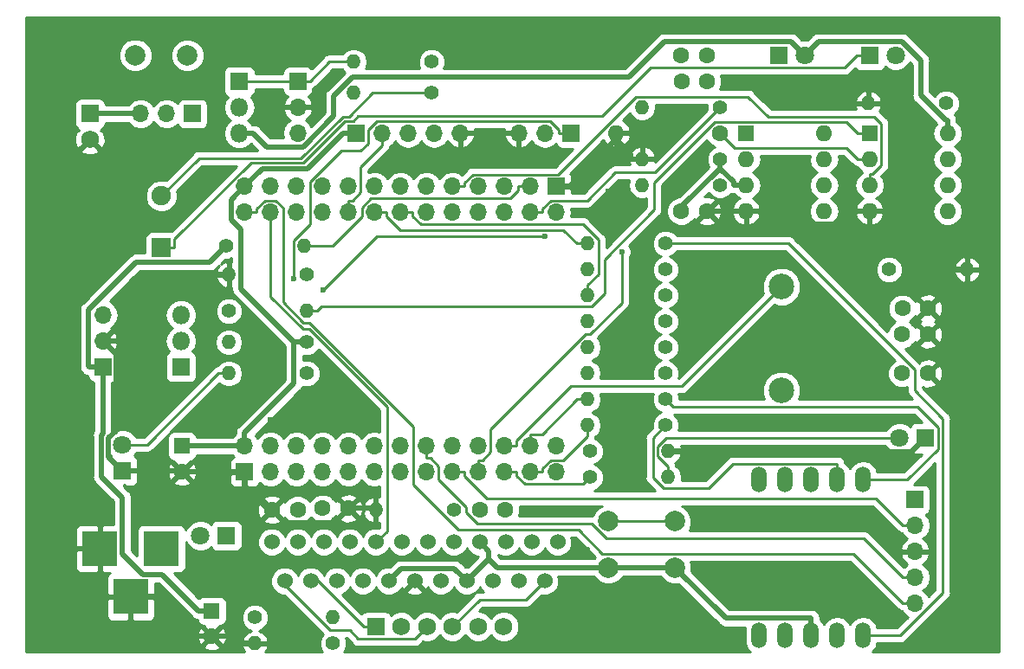
<source format=gtl>
G04 #@! TF.GenerationSoftware,KiCad,Pcbnew,5.0.0*
G04 #@! TF.CreationDate,2018-10-17T23:37:25+09:00*
G04 #@! TF.ProjectId,CheeseUnua,436865657365556E75612E6B69636164,rev?*
G04 #@! TF.SameCoordinates,Original*
G04 #@! TF.FileFunction,Copper,L1,Top,Signal*
G04 #@! TF.FilePolarity,Positive*
%FSLAX46Y46*%
G04 Gerber Fmt 4.6, Leading zero omitted, Abs format (unit mm)*
G04 Created by KiCad (PCBNEW 5.0.0) date Wed Oct 17 23:37:25 2018*
%MOMM*%
%LPD*%
G01*
G04 APERTURE LIST*
G04 #@! TA.AperFunction,ComponentPad*
%ADD10C,1.600000*%
G04 #@! TD*
G04 #@! TA.AperFunction,ComponentPad*
%ADD11R,1.600000X1.600000*%
G04 #@! TD*
G04 #@! TA.AperFunction,ComponentPad*
%ADD12R,1.800000X1.800000*%
G04 #@! TD*
G04 #@! TA.AperFunction,ComponentPad*
%ADD13C,1.800000*%
G04 #@! TD*
G04 #@! TA.AperFunction,ComponentPad*
%ADD14R,3.500000X3.500000*%
G04 #@! TD*
G04 #@! TA.AperFunction,ComponentPad*
%ADD15R,1.750000X1.750000*%
G04 #@! TD*
G04 #@! TA.AperFunction,ComponentPad*
%ADD16C,1.750000*%
G04 #@! TD*
G04 #@! TA.AperFunction,ComponentPad*
%ADD17R,1.700000X1.700000*%
G04 #@! TD*
G04 #@! TA.AperFunction,ComponentPad*
%ADD18O,1.700000X1.700000*%
G04 #@! TD*
G04 #@! TA.AperFunction,ComponentPad*
%ADD19R,1.905000X1.905000*%
G04 #@! TD*
G04 #@! TA.AperFunction,ComponentPad*
%ADD20C,1.905000*%
G04 #@! TD*
G04 #@! TA.AperFunction,ComponentPad*
%ADD21C,2.499360*%
G04 #@! TD*
G04 #@! TA.AperFunction,ComponentPad*
%ADD22O,1.800000X1.800000*%
G04 #@! TD*
G04 #@! TA.AperFunction,ComponentPad*
%ADD23C,1.524000*%
G04 #@! TD*
G04 #@! TA.AperFunction,ComponentPad*
%ADD24O,1.524000X2.524000*%
G04 #@! TD*
G04 #@! TA.AperFunction,ComponentPad*
%ADD25O,1.600000X1.600000*%
G04 #@! TD*
G04 #@! TA.AperFunction,ComponentPad*
%ADD26C,2.000000*%
G04 #@! TD*
G04 #@! TA.AperFunction,ComponentPad*
%ADD27O,1.400000X1.400000*%
G04 #@! TD*
G04 #@! TA.AperFunction,ComponentPad*
%ADD28C,1.400000*%
G04 #@! TD*
G04 #@! TA.AperFunction,ViaPad*
%ADD29C,0.600000*%
G04 #@! TD*
G04 #@! TA.AperFunction,Conductor*
%ADD30C,0.250000*%
G04 #@! TD*
G04 #@! TA.AperFunction,Conductor*
%ADD31C,0.500000*%
G04 #@! TD*
G04 #@! TA.AperFunction,Conductor*
%ADD32C,0.254000*%
G04 #@! TD*
G04 APERTURE END LIST*
D10*
G04 #@! TO.P,C1,1*
G04 #@! TO.N,N/C*
X104775000Y-112395000D03*
G04 #@! TO.P,C1,2*
G04 #@! TO.N,GND*
X102275000Y-112395000D03*
G04 #@! TD*
G04 #@! TO.P,C2,1*
G04 #@! TO.N,Net-(C2-Pad1)*
X107188000Y-112268000D03*
G04 #@! TO.P,C2,2*
G04 #@! TO.N,GND*
X109688000Y-112268000D03*
G04 #@! TD*
G04 #@! TO.P,C3,1*
G04 #@! TO.N,+3V3*
X122555000Y-112395000D03*
G04 #@! TO.P,C3,2*
G04 #@! TO.N,Net-(C3-Pad2)*
X125055000Y-112395000D03*
G04 #@! TD*
D11*
G04 #@! TO.P,C4,1*
G04 #@! TO.N,+3V3*
X93472000Y-106172000D03*
D10*
G04 #@! TO.P,C4,2*
G04 #@! TO.N,GND*
X93472000Y-108672000D03*
G04 #@! TD*
G04 #@! TO.P,C5,1*
G04 #@! TO.N,+3.3VA*
X163830000Y-99060000D03*
G04 #@! TO.P,C5,2*
G04 #@! TO.N,GND*
X166330000Y-99060000D03*
G04 #@! TD*
D11*
G04 #@! TO.P,C6,1*
G04 #@! TO.N,+BATT*
X96367600Y-122276000D03*
D10*
G04 #@! TO.P,C6,2*
G04 #@! TO.N,GND*
X96367600Y-124776000D03*
G04 #@! TD*
G04 #@! TO.P,C7,1*
G04 #@! TO.N,/1.65V*
X142240000Y-83185000D03*
G04 #@! TO.P,C7,2*
G04 #@! TO.N,GND*
X144740000Y-83185000D03*
G04 #@! TD*
G04 #@! TO.P,C8,1*
G04 #@! TO.N,GND*
X166370000Y-92710000D03*
G04 #@! TO.P,C8,2*
G04 #@! TO.N,+BATT*
X163870000Y-92710000D03*
G04 #@! TD*
G04 #@! TO.P,C9,1*
G04 #@! TO.N,Net-(C10-Pad2)*
X142240000Y-67945000D03*
G04 #@! TO.P,C9,2*
G04 #@! TO.N,Net-(C9-Pad2)*
X144740000Y-67945000D03*
G04 #@! TD*
G04 #@! TO.P,C10,1*
G04 #@! TO.N,IR_SENSOR*
X144780000Y-70485000D03*
G04 #@! TO.P,C10,2*
G04 #@! TO.N,Net-(C10-Pad2)*
X142280000Y-70485000D03*
G04 #@! TD*
G04 #@! TO.P,C11,1*
G04 #@! TO.N,+3.3VA*
X163830000Y-95250000D03*
G04 #@! TO.P,C11,2*
G04 #@! TO.N,GND*
X166330000Y-95250000D03*
G04 #@! TD*
D12*
G04 #@! TO.P,D1,1*
G04 #@! TO.N,LED*
X97790000Y-114935000D03*
D13*
G04 #@! TO.P,D1,2*
G04 #@! TO.N,Net-(D1-Pad2)*
X95250000Y-114935000D03*
G04 #@! TD*
D12*
G04 #@! TO.P,D2,1*
G04 #@! TO.N,GND*
X87630000Y-108585000D03*
D13*
G04 #@! TO.P,D2,2*
G04 #@! TO.N,Net-(D2-Pad2)*
X87630000Y-106045000D03*
G04 #@! TD*
D12*
G04 #@! TO.P,D3,1*
G04 #@! TO.N,GND*
X166116000Y-105410000D03*
D13*
G04 #@! TO.P,D3,2*
G04 #@! TO.N,Net-(D3-Pad2)*
X163576000Y-105410000D03*
G04 #@! TD*
D12*
G04 #@! TO.P,D4,1*
G04 #@! TO.N,Net-(D4-Pad1)*
X151765000Y-67945000D03*
D13*
G04 #@! TO.P,D4,2*
G04 #@! TO.N,+BATT*
X154305000Y-67945000D03*
G04 #@! TD*
D14*
G04 #@! TO.P,J1,1*
G04 #@! TO.N,Net-(J1-Pad1)*
X91440000Y-116205000D03*
G04 #@! TO.P,J1,2*
G04 #@! TO.N,GND*
X85440000Y-116205000D03*
G04 #@! TO.P,J1,3*
X88440000Y-120905000D03*
G04 #@! TD*
D15*
G04 #@! TO.P,J2,1*
G04 #@! TO.N,Net-(J2-Pad1)*
X84455000Y-73660000D03*
D16*
G04 #@! TO.P,J2,2*
G04 #@! TO.N,GND*
X84455000Y-76160000D03*
G04 #@! TD*
D17*
G04 #@! TO.P,J7,1*
G04 #@! TO.N,GND*
X99568000Y-108712000D03*
D18*
G04 #@! TO.P,J7,2*
G04 #@! TO.N,+3V3*
X99568000Y-106172000D03*
G04 #@! TO.P,J7,3*
G04 #@! TO.N,N/C*
X102108000Y-108712000D03*
G04 #@! TO.P,J7,4*
X102108000Y-106172000D03*
G04 #@! TO.P,J7,5*
G04 #@! TO.N,TX*
X104648000Y-108712000D03*
G04 #@! TO.P,J7,6*
G04 #@! TO.N,RX*
X104648000Y-106172000D03*
G04 #@! TO.P,J7,7*
G04 #@! TO.N,N/C*
X107188000Y-108712000D03*
G04 #@! TO.P,J7,8*
X107188000Y-106172000D03*
G04 #@! TO.P,J7,9*
X109728000Y-108712000D03*
G04 #@! TO.P,J7,10*
X109728000Y-106172000D03*
G04 #@! TO.P,J7,11*
X112268000Y-108712000D03*
G04 #@! TO.P,J7,12*
X112268000Y-106172000D03*
G04 #@! TO.P,J7,13*
X114808000Y-108712000D03*
G04 #@! TO.P,J7,14*
X114808000Y-106172000D03*
G04 #@! TO.P,J7,15*
X117348000Y-108712000D03*
G04 #@! TO.P,J7,16*
G04 #@! TO.N,SWDIO*
X117348000Y-106172000D03*
G04 #@! TO.P,J7,17*
G04 #@! TO.N,SWCLK*
X119888000Y-108712000D03*
G04 #@! TO.P,J7,18*
G04 #@! TO.N,N/C*
X119888000Y-106172000D03*
G04 #@! TO.P,J7,19*
G04 #@! TO.N,LCD_SCL*
X122428000Y-108712000D03*
G04 #@! TO.P,J7,20*
G04 #@! TO.N,LCD_SDA*
X122428000Y-106172000D03*
G04 #@! TO.P,J7,21*
G04 #@! TO.N,SW*
X124968000Y-108712000D03*
G04 #@! TO.P,J7,22*
G04 #@! TO.N,BUZZER*
X124968000Y-106172000D03*
G04 #@! TO.P,J7,23*
G04 #@! TO.N,7SEG_A*
X127508000Y-108712000D03*
G04 #@! TO.P,J7,24*
G04 #@! TO.N,7SEG_B*
X127508000Y-106172000D03*
G04 #@! TO.P,J7,25*
G04 #@! TO.N,7SEG_C*
X130048000Y-108712000D03*
G04 #@! TO.P,J7,26*
G04 #@! TO.N,7SEG_D*
X130048000Y-106172000D03*
G04 #@! TD*
D17*
G04 #@! TO.P,J8,1*
G04 #@! TO.N,GND*
X130048000Y-80772000D03*
D18*
G04 #@! TO.P,J8,2*
G04 #@! TO.N,+3V3*
X130048000Y-83312000D03*
G04 #@! TO.P,J8,3*
G04 #@! TO.N,BATT_MONITOR*
X127508000Y-80772000D03*
G04 #@! TO.P,J8,4*
G04 #@! TO.N,IR_SENSOR*
X127508000Y-83312000D03*
G04 #@! TO.P,J8,5*
G04 #@! TO.N,N/C*
X124968000Y-80772000D03*
G04 #@! TO.P,J8,6*
X124968000Y-83312000D03*
G04 #@! TO.P,J8,7*
X122428000Y-80772000D03*
G04 #@! TO.P,J8,8*
X122428000Y-83312000D03*
G04 #@! TO.P,J8,9*
G04 #@! TO.N,IR_LED*
X119888000Y-80772000D03*
G04 #@! TO.P,J8,10*
G04 #@! TO.N,MOTOR_CLK*
X119888000Y-83312000D03*
G04 #@! TO.P,J8,11*
G04 #@! TO.N,N/C*
X117348000Y-80772000D03*
G04 #@! TO.P,J8,12*
X117348000Y-83312000D03*
G04 #@! TO.P,J8,13*
G04 #@! TO.N,7SEG_E*
X114808000Y-80772000D03*
G04 #@! TO.P,J8,14*
G04 #@! TO.N,7SEG_F*
X114808000Y-83312000D03*
G04 #@! TO.P,J8,15*
G04 #@! TO.N,7SEG_G*
X112268000Y-80772000D03*
G04 #@! TO.P,J8,16*
G04 #@! TO.N,7SEG_H*
X112268000Y-83312000D03*
G04 #@! TO.P,J8,17*
G04 #@! TO.N,LED*
X109728000Y-80772000D03*
G04 #@! TO.P,J8,18*
G04 #@! TO.N,LCD_RESET*
X109728000Y-83312000D03*
G04 #@! TO.P,J8,19*
G04 #@! TO.N,N/C*
X107188000Y-80772000D03*
G04 #@! TO.P,J8,20*
X107188000Y-83312000D03*
G04 #@! TO.P,J8,21*
X104648000Y-80772000D03*
G04 #@! TO.P,J8,22*
G04 #@! TO.N,MOTOR_MODE*
X104648000Y-83312000D03*
G04 #@! TO.P,J8,23*
G04 #@! TO.N,MOTOR_DIR*
X102108000Y-80772000D03*
G04 #@! TO.P,J8,24*
G04 #@! TO.N,MOTOR_RESET*
X102108000Y-83312000D03*
G04 #@! TO.P,J8,25*
G04 #@! TO.N,+3V3*
X99568000Y-80772000D03*
G04 #@! TO.P,J8,26*
G04 #@! TO.N,NRST*
X99568000Y-83312000D03*
G04 #@! TD*
D19*
G04 #@! TO.P,L1,1*
G04 #@! TO.N,+3.3VA*
X91440000Y-86766400D03*
D20*
G04 #@! TO.P,L1,2*
G04 #@! TO.N,Net-(L1-Pad2)*
X91440000Y-81686400D03*
G04 #@! TD*
D21*
G04 #@! TO.P,LS1,2*
G04 #@! TO.N,BUZZER*
X152044000Y-90576400D03*
G04 #@! TO.P,LS1,1*
G04 #@! TO.N,+3V3*
X152044000Y-100736400D03*
G04 #@! TD*
D12*
G04 #@! TO.P,Q1,1*
G04 #@! TO.N,Net-(Q1-Pad1)*
X99060000Y-70485000D03*
D22*
G04 #@! TO.P,Q1,2*
G04 #@! TO.N,Net-(F1-Pad1)*
X99060000Y-73025000D03*
G04 #@! TO.P,Q1,3*
G04 #@! TO.N,+BATT*
X99060000Y-75565000D03*
G04 #@! TD*
D12*
G04 #@! TO.P,Q2,1*
G04 #@! TO.N,Net-(Q2-Pad1)*
X93345000Y-98425000D03*
D22*
G04 #@! TO.P,Q2,2*
G04 #@! TO.N,Net-(D4-Pad1)*
X93345000Y-95885000D03*
G04 #@! TO.P,Q2,3*
G04 #@! TO.N,Net-(Q2-Pad3)*
X93345000Y-93345000D03*
G04 #@! TD*
D17*
G04 #@! TO.P,SW2,1*
G04 #@! TO.N,Net-(Q1-Pad1)*
X104775000Y-70485000D03*
D18*
G04 #@! TO.P,SW2,2*
G04 #@! TO.N,GND*
X104775000Y-73025000D03*
G04 #@! TO.P,SW2,3*
G04 #@! TO.N,N/C*
X104775000Y-75565000D03*
G04 #@! TD*
D23*
G04 #@! TO.P,U2,1*
G04 #@! TO.N,Net-(J5-Pad4)*
X130175000Y-115570000D03*
G04 #@! TO.P,U2,2*
X128905000Y-119380000D03*
G04 #@! TO.P,U2,3*
G04 #@! TO.N,Net-(J5-Pad6)*
X127635000Y-115570000D03*
G04 #@! TO.P,U2,4*
X126365000Y-119380000D03*
G04 #@! TO.P,U2,5*
G04 #@! TO.N,N/C*
X125095000Y-115570000D03*
G04 #@! TO.P,U2,6*
X123825000Y-119380000D03*
G04 #@! TO.P,U2,7*
G04 #@! TO.N,+3V3*
X122555000Y-115570000D03*
G04 #@! TO.P,U2,8*
X121285000Y-119380000D03*
G04 #@! TO.P,U2,9*
G04 #@! TO.N,MOTOR_MODE*
X120015000Y-115570000D03*
G04 #@! TO.P,U2,10*
G04 #@! TO.N,MOTOR_CLK*
X118745000Y-119380000D03*
G04 #@! TO.P,U2,11*
G04 #@! TO.N,+BATT*
X117475000Y-115570000D03*
G04 #@! TO.P,U2,12*
G04 #@! TO.N,GND*
X116205000Y-119380000D03*
G04 #@! TO.P,U2,13*
G04 #@! TO.N,Net-(C2-Pad1)*
X114935000Y-115570000D03*
G04 #@! TO.P,U2,14*
G04 #@! TO.N,+3V3*
X113665000Y-119380000D03*
G04 #@! TO.P,U2,15*
G04 #@! TO.N,MOTOR_RESET*
X112395000Y-115570000D03*
G04 #@! TO.P,U2,16*
G04 #@! TO.N,MOTOR_DIR*
X111125000Y-119380000D03*
G04 #@! TO.P,U2,17*
G04 #@! TO.N,+3V3*
X109855000Y-115570000D03*
G04 #@! TO.P,U2,18*
G04 #@! TO.N,N/C*
X108585000Y-119380000D03*
G04 #@! TO.P,U2,19*
X107315000Y-115570000D03*
G04 #@! TO.P,U2,20*
G04 #@! TO.N,Net-(J5-Pad1)*
X106045000Y-119380000D03*
G04 #@! TO.P,U2,21*
X104775000Y-115570000D03*
G04 #@! TO.P,U2,22*
G04 #@! TO.N,Net-(J5-Pad3)*
X103505000Y-119380000D03*
G04 #@! TO.P,U2,23*
X102235000Y-115570000D03*
G04 #@! TD*
D24*
G04 #@! TO.P,U3,1*
G04 #@! TO.N,Net-(R19-Pad1)*
X149860000Y-124714000D03*
G04 #@! TO.P,U3,2*
G04 #@! TO.N,Net-(R18-Pad1)*
X152400000Y-124714000D03*
G04 #@! TO.P,U3,3*
G04 #@! TO.N,+3V3*
X154940000Y-124714000D03*
G04 #@! TO.P,U3,4*
G04 #@! TO.N,Net-(R17-Pad1)*
X157480000Y-124714000D03*
G04 #@! TO.P,U3,5*
G04 #@! TO.N,Net-(R22-Pad1)*
X160020000Y-124714000D03*
G04 #@! TO.P,U3,6*
G04 #@! TO.N,Net-(R16-Pad1)*
X160020000Y-109474000D03*
G04 #@! TO.P,U3,7*
G04 #@! TO.N,Net-(R15-Pad1)*
X157480000Y-109474000D03*
G04 #@! TO.P,U3,8*
G04 #@! TO.N,+3V3*
X154940000Y-109474000D03*
G04 #@! TO.P,U3,9*
G04 #@! TO.N,Net-(R20-Pad1)*
X152400000Y-109474000D03*
G04 #@! TO.P,U3,10*
G04 #@! TO.N,Net-(R21-Pad1)*
X149860000Y-109474000D03*
G04 #@! TD*
D11*
G04 #@! TO.P,U4,1*
G04 #@! TO.N,Net-(R23-Pad2)*
X160655000Y-75565000D03*
D25*
G04 #@! TO.P,U4,5*
G04 #@! TO.N,N/C*
X168275000Y-83185000D03*
G04 #@! TO.P,U4,2*
G04 #@! TO.N,Net-(Q2-Pad3)*
X160655000Y-78105000D03*
G04 #@! TO.P,U4,6*
G04 #@! TO.N,N/C*
X168275000Y-80645000D03*
G04 #@! TO.P,U4,3*
G04 #@! TO.N,IR_LED*
X160655000Y-80645000D03*
G04 #@! TO.P,U4,7*
G04 #@! TO.N,N/C*
X168275000Y-78105000D03*
G04 #@! TO.P,U4,4*
G04 #@! TO.N,GND*
X160655000Y-83185000D03*
G04 #@! TO.P,U4,8*
G04 #@! TO.N,+BATT*
X168275000Y-75565000D03*
G04 #@! TD*
D11*
G04 #@! TO.P,U5,1*
G04 #@! TO.N,IR_SENSOR*
X148590000Y-75565000D03*
D25*
G04 #@! TO.P,U5,5*
G04 #@! TO.N,N/C*
X156210000Y-83185000D03*
G04 #@! TO.P,U5,2*
G04 #@! TO.N,Net-(C10-Pad2)*
X148590000Y-78105000D03*
G04 #@! TO.P,U5,6*
G04 #@! TO.N,N/C*
X156210000Y-80645000D03*
G04 #@! TO.P,U5,3*
G04 #@! TO.N,/1.65V*
X148590000Y-80645000D03*
G04 #@! TO.P,U5,7*
G04 #@! TO.N,N/C*
X156210000Y-78105000D03*
G04 #@! TO.P,U5,4*
G04 #@! TO.N,GND*
X148590000Y-83185000D03*
G04 #@! TO.P,U5,8*
G04 #@! TO.N,+3.3VA*
X156210000Y-75565000D03*
G04 #@! TD*
D17*
G04 #@! TO.P,U1,1*
G04 #@! TO.N,+BATT*
X85725000Y-98425000D03*
D18*
G04 #@! TO.P,U1,2*
G04 #@! TO.N,GND*
X85725000Y-95885000D03*
G04 #@! TO.P,U1,3*
G04 #@! TO.N,+3V3*
X85725000Y-93345000D03*
G04 #@! TD*
D26*
G04 #@! TO.P,F1,1*
G04 #@! TO.N,Net-(F1-Pad1)*
X93980000Y-67945000D03*
G04 #@! TO.P,F1,2*
G04 #@! TO.N,Net-(F1-Pad2)*
X88900000Y-67935000D03*
G04 #@! TD*
D17*
G04 #@! TO.P,J3,1*
G04 #@! TO.N,+3V3*
X165100000Y-111404000D03*
D18*
G04 #@! TO.P,J3,2*
G04 #@! TO.N,SWCLK*
X165100000Y-113944000D03*
G04 #@! TO.P,J3,3*
G04 #@! TO.N,GND*
X165100000Y-116484000D03*
G04 #@! TO.P,J3,4*
G04 #@! TO.N,SWDIO*
X165100000Y-119024000D03*
G04 #@! TO.P,J3,5*
G04 #@! TO.N,NRST*
X165100000Y-121564000D03*
G04 #@! TD*
D17*
G04 #@! TO.P,J4,1*
G04 #@! TO.N,RX*
X131445000Y-75565000D03*
D18*
G04 #@! TO.P,J4,2*
G04 #@! TO.N,TX*
X128905000Y-75565000D03*
G04 #@! TO.P,J4,3*
G04 #@! TO.N,GND*
X126365000Y-75565000D03*
G04 #@! TD*
D17*
G04 #@! TO.P,J6,1*
G04 #@! TO.N,+3V3*
X110490000Y-75565000D03*
D18*
G04 #@! TO.P,J6,2*
G04 #@! TO.N,LCD_RESET*
X113030000Y-75565000D03*
G04 #@! TO.P,J6,3*
G04 #@! TO.N,LCD_SCL*
X115570000Y-75565000D03*
G04 #@! TO.P,J6,4*
G04 #@! TO.N,LCD_SDA*
X118110000Y-75565000D03*
G04 #@! TO.P,J6,5*
G04 #@! TO.N,GND*
X120650000Y-75565000D03*
G04 #@! TD*
D12*
G04 #@! TO.P,D6,1*
G04 #@! TO.N,+3.3VA*
X160655000Y-67945000D03*
D13*
G04 #@! TO.P,D6,2*
G04 #@! TO.N,Net-(C9-Pad2)*
X163195000Y-67945000D03*
G04 #@! TD*
D26*
G04 #@! TO.P,SW3,2*
G04 #@! TO.N,+3V3*
X135128000Y-118038000D03*
G04 #@! TO.P,SW3,1*
G04 #@! TO.N,Net-(R11-Pad1)*
X135128000Y-113538000D03*
G04 #@! TO.P,SW3,2*
G04 #@! TO.N,+3V3*
X141628000Y-118038000D03*
G04 #@! TO.P,SW3,1*
G04 #@! TO.N,Net-(R11-Pad1)*
X141628000Y-113538000D03*
G04 #@! TD*
D16*
G04 #@! TO.P,J5,6*
G04 #@! TO.N,Net-(J5-Pad6)*
X124895000Y-123825000D03*
G04 #@! TO.P,J5,5*
G04 #@! TO.N,+BATT*
X122395000Y-123825000D03*
G04 #@! TO.P,J5,4*
G04 #@! TO.N,Net-(J5-Pad4)*
X119895000Y-123825000D03*
G04 #@! TO.P,J5,3*
G04 #@! TO.N,Net-(J5-Pad3)*
X117395000Y-123825000D03*
G04 #@! TO.P,J5,2*
G04 #@! TO.N,+BATT*
X114895000Y-123825000D03*
D15*
G04 #@! TO.P,J5,1*
G04 #@! TO.N,Net-(J5-Pad1)*
X112395000Y-123825000D03*
G04 #@! TD*
D27*
G04 #@! TO.P,R1,2*
G04 #@! TO.N,BATT_MONITOR*
X105410000Y-86563200D03*
D28*
G04 #@! TO.P,R1,1*
G04 #@! TO.N,+BATT*
X97790000Y-86563200D03*
G04 #@! TD*
G04 #@! TO.P,R2,1*
G04 #@! TO.N,BATT_MONITOR*
X105664000Y-89408000D03*
D27*
G04 #@! TO.P,R2,2*
G04 #@! TO.N,GND*
X98044000Y-89408000D03*
G04 #@! TD*
D28*
G04 #@! TO.P,R3,1*
G04 #@! TO.N,+3V3*
X100584000Y-122936000D03*
D27*
G04 #@! TO.P,R3,2*
G04 #@! TO.N,Net-(R3-Pad2)*
X108204000Y-122936000D03*
G04 #@! TD*
D28*
G04 #@! TO.P,R4,1*
G04 #@! TO.N,Net-(R3-Pad2)*
X108204000Y-125476000D03*
D27*
G04 #@! TO.P,R4,2*
G04 #@! TO.N,GND*
X100584000Y-125476000D03*
G04 #@! TD*
D28*
G04 #@! TO.P,R5,1*
G04 #@! TO.N,N/C*
X117856000Y-68580000D03*
D27*
G04 #@! TO.P,R5,2*
G04 #@! TO.N,Net-(Q1-Pad1)*
X110236000Y-68580000D03*
G04 #@! TD*
D28*
G04 #@! TO.P,R6,1*
G04 #@! TO.N,Net-(C3-Pad2)*
X120015000Y-112395000D03*
D27*
G04 #@! TO.P,R6,2*
G04 #@! TO.N,GND*
X112395000Y-112395000D03*
G04 #@! TD*
G04 #@! TO.P,R7,2*
G04 #@! TO.N,Net-(D1-Pad2)*
X98044000Y-96012000D03*
D28*
G04 #@! TO.P,R7,1*
G04 #@! TO.N,+3V3*
X105664000Y-96012000D03*
G04 #@! TD*
D27*
G04 #@! TO.P,R8,2*
G04 #@! TO.N,Net-(D2-Pad2)*
X98044000Y-99060000D03*
D28*
G04 #@! TO.P,R8,1*
G04 #@! TO.N,N/C*
X105664000Y-99060000D03*
G04 #@! TD*
G04 #@! TO.P,R9,1*
G04 #@! TO.N,Net-(L1-Pad2)*
X117856000Y-71628000D03*
D27*
G04 #@! TO.P,R9,2*
G04 #@! TO.N,+3V3*
X110236000Y-71628000D03*
G04 #@! TD*
G04 #@! TO.P,R10,2*
G04 #@! TO.N,Net-(D3-Pad2)*
X140970000Y-109220000D03*
D28*
G04 #@! TO.P,R10,1*
G04 #@! TO.N,SW*
X133350000Y-109220000D03*
G04 #@! TD*
G04 #@! TO.P,R11,1*
G04 #@! TO.N,Net-(R11-Pad1)*
X133350000Y-106680000D03*
D27*
G04 #@! TO.P,R11,2*
G04 #@! TO.N,GND*
X140970000Y-106680000D03*
G04 #@! TD*
D28*
G04 #@! TO.P,R12,1*
G04 #@! TO.N,+3.3VA*
X146050000Y-80645000D03*
D27*
G04 #@! TO.P,R12,2*
G04 #@! TO.N,/1.65V*
X138430000Y-80645000D03*
G04 #@! TD*
G04 #@! TO.P,R13,2*
G04 #@! TO.N,GND*
X138430000Y-78105000D03*
D28*
G04 #@! TO.P,R13,1*
G04 #@! TO.N,/1.65V*
X146050000Y-78105000D03*
G04 #@! TD*
D27*
G04 #@! TO.P,R14,2*
G04 #@! TO.N,GND*
X170180000Y-88900000D03*
D28*
G04 #@! TO.P,R14,1*
G04 #@! TO.N,N/C*
X162560000Y-88900000D03*
G04 #@! TD*
D27*
G04 #@! TO.P,R15,2*
G04 #@! TO.N,7SEG_A*
X133096000Y-104140000D03*
D28*
G04 #@! TO.P,R15,1*
G04 #@! TO.N,Net-(R15-Pad1)*
X140716000Y-104140000D03*
G04 #@! TD*
D27*
G04 #@! TO.P,R16,2*
G04 #@! TO.N,7SEG_B*
X133096000Y-101600000D03*
D28*
G04 #@! TO.P,R16,1*
G04 #@! TO.N,Net-(R16-Pad1)*
X140716000Y-101600000D03*
G04 #@! TD*
D27*
G04 #@! TO.P,R17,2*
G04 #@! TO.N,7SEG_C*
X133096000Y-99060000D03*
D28*
G04 #@! TO.P,R17,1*
G04 #@! TO.N,Net-(R17-Pad1)*
X140716000Y-99060000D03*
G04 #@! TD*
G04 #@! TO.P,R18,1*
G04 #@! TO.N,Net-(R18-Pad1)*
X140716000Y-96520000D03*
D27*
G04 #@! TO.P,R18,2*
G04 #@! TO.N,7SEG_D*
X133096000Y-96520000D03*
G04 #@! TD*
G04 #@! TO.P,R19,2*
G04 #@! TO.N,7SEG_E*
X133096000Y-93980000D03*
D28*
G04 #@! TO.P,R19,1*
G04 #@! TO.N,Net-(R19-Pad1)*
X140716000Y-93980000D03*
G04 #@! TD*
D27*
G04 #@! TO.P,R20,2*
G04 #@! TO.N,7SEG_F*
X133096000Y-91440000D03*
D28*
G04 #@! TO.P,R20,1*
G04 #@! TO.N,Net-(R20-Pad1)*
X140716000Y-91440000D03*
G04 #@! TD*
G04 #@! TO.P,R21,1*
G04 #@! TO.N,Net-(R21-Pad1)*
X140716000Y-88900000D03*
D27*
G04 #@! TO.P,R21,2*
G04 #@! TO.N,7SEG_G*
X133096000Y-88900000D03*
G04 #@! TD*
G04 #@! TO.P,R22,2*
G04 #@! TO.N,7SEG_H*
X133096000Y-86360000D03*
D28*
G04 #@! TO.P,R22,1*
G04 #@! TO.N,Net-(R22-Pad1)*
X140716000Y-86360000D03*
G04 #@! TD*
G04 #@! TO.P,R23,1*
G04 #@! TO.N,Net-(Q2-Pad1)*
X98044000Y-92964000D03*
D27*
G04 #@! TO.P,R23,2*
G04 #@! TO.N,Net-(R23-Pad2)*
X105664000Y-92964000D03*
G04 #@! TD*
G04 #@! TO.P,R25,2*
G04 #@! TO.N,GND*
X160528000Y-72644000D03*
D28*
G04 #@! TO.P,R25,1*
G04 #@! TO.N,Net-(C9-Pad2)*
X168148000Y-72644000D03*
G04 #@! TD*
G04 #@! TO.P,R26,1*
G04 #@! TO.N,IR_SENSOR*
X146050000Y-73025000D03*
D27*
G04 #@! TO.P,R26,2*
G04 #@! TO.N,Net-(C10-Pad2)*
X138430000Y-73025000D03*
G04 #@! TD*
D25*
G04 #@! TO.P,R24,2*
G04 #@! TO.N,GND*
X135890000Y-75565000D03*
D10*
G04 #@! TO.P,R24,1*
G04 #@! TO.N,Net-(Q2-Pad3)*
X146050000Y-75565000D03*
G04 #@! TD*
D18*
G04 #@! TO.P,JP1,3*
G04 #@! TO.N,Net-(J2-Pad1)*
X89408000Y-73660000D03*
G04 #@! TO.P,JP1,2*
G04 #@! TO.N,Net-(F1-Pad2)*
X91948000Y-73660000D03*
D17*
G04 #@! TO.P,JP1,1*
G04 #@! TO.N,Net-(J1-Pad1)*
X94488000Y-73660000D03*
G04 #@! TD*
D29*
G04 #@! TO.N,GND*
X143764000Y-88900000D03*
X144780000Y-89916000D03*
X145796000Y-90932000D03*
X146812000Y-91948000D03*
X147828000Y-92964000D03*
X142748000Y-87884000D03*
X127000000Y-123952000D03*
X128016000Y-123952000D03*
X129032000Y-123952000D03*
X130048000Y-123952000D03*
X131064000Y-123952000D03*
X132080000Y-123952000D03*
X133096000Y-123952000D03*
X134112000Y-123952000D03*
X132080000Y-116332000D03*
X132080000Y-116332000D03*
X132080000Y-116332000D03*
X133096000Y-116332000D03*
X144780000Y-112268000D03*
X144780000Y-113284000D03*
X144780000Y-114300000D03*
X149352000Y-112268000D03*
X149352000Y-113284000D03*
X149352000Y-114300000D03*
X155448000Y-103632000D03*
X156464000Y-103632000D03*
X137160000Y-104140000D03*
X137160000Y-106680000D03*
X101600000Y-101092000D03*
X101600000Y-100076000D03*
X101600000Y-99060000D03*
X102616000Y-100076000D03*
X102616000Y-99060000D03*
X135128000Y-81280000D03*
X136144000Y-82296000D03*
X137160000Y-83312000D03*
X142748000Y-97028000D03*
X145796000Y-100584000D03*
X144780000Y-99568000D03*
X142748000Y-96012000D03*
X148336000Y-117856000D03*
X149352000Y-118872000D03*
X150368000Y-119888000D03*
X151384000Y-120904000D03*
X152400000Y-121920000D03*
X127000000Y-112268000D03*
X128016000Y-112268000D03*
X102108000Y-103632000D03*
X112268000Y-104140000D03*
X110744000Y-104140000D03*
X117348000Y-121920000D03*
X119380000Y-121920000D03*
X90932000Y-102616000D03*
X90932000Y-101600000D03*
X90932000Y-100584000D03*
X90932000Y-84836000D03*
X91948000Y-84836000D03*
X92964000Y-84328000D03*
X96012000Y-67564000D03*
X97028000Y-67564000D03*
X98552000Y-67564000D03*
X96012000Y-68580000D03*
X97028000Y-69596000D03*
G04 #@! TO.N,RX*
X104356500Y-89820500D03*
G04 #@! TO.N,TX*
X107264600Y-90906200D03*
X128961000Y-85642500D03*
G04 #@! TO.N,LCD_SCL*
X136419700Y-87148000D03*
G04 #@! TD*
D30*
G04 #@! TO.N,BATT_MONITOR*
X127508000Y-80772000D02*
X126332700Y-80772000D01*
X105410000Y-86563200D02*
X108142400Y-86563200D01*
X108142400Y-86563200D02*
X111031400Y-83674200D01*
X111031400Y-83674200D02*
X111031400Y-82832900D01*
X111031400Y-82832900D02*
X111917000Y-81947300D01*
X111917000Y-81947300D02*
X125524800Y-81947300D01*
X125524800Y-81947300D02*
X126332700Y-81139400D01*
X126332700Y-81139400D02*
X126332700Y-80772000D01*
D31*
G04 #@! TO.N,GND*
X88440000Y-120905000D02*
X90640300Y-120905000D01*
X90640300Y-120905000D02*
X94511300Y-124776000D01*
X94511300Y-124776000D02*
X96367600Y-124776000D01*
X140970000Y-106680000D02*
X142120300Y-106680000D01*
X166116000Y-105410000D02*
X164763700Y-106762300D01*
X164763700Y-106762300D02*
X142202600Y-106762300D01*
X142202600Y-106762300D02*
X142120300Y-106680000D01*
X130048000Y-80772000D02*
X131348300Y-80772000D01*
X131348300Y-80772000D02*
X131348300Y-80731800D01*
X131348300Y-80731800D02*
X135890000Y-76190100D01*
X160655000Y-83185000D02*
X159404700Y-83185000D01*
X148590000Y-83185000D02*
X149840300Y-83185000D01*
X149840300Y-83185000D02*
X151090700Y-84435400D01*
X151090700Y-84435400D02*
X158154300Y-84435400D01*
X158154300Y-84435400D02*
X159404700Y-83185000D01*
X144740000Y-83185000D02*
X148590000Y-83185000D01*
X167620300Y-88900000D02*
X170180000Y-88900000D01*
X161905300Y-83185000D02*
X167620300Y-88900000D01*
X167620300Y-88900000D02*
X167620300Y-91459700D01*
X167620300Y-91459700D02*
X166370000Y-92710000D01*
X138430000Y-78105000D02*
X137279700Y-78105000D01*
X135890000Y-76190100D02*
X137279700Y-77579800D01*
X137279700Y-77579800D02*
X137279700Y-78105000D01*
X135890000Y-75565000D02*
X135890000Y-76190100D01*
X100584000Y-125476000D02*
X99433700Y-125476000D01*
X96367600Y-124776000D02*
X98733700Y-124776000D01*
X98733700Y-124776000D02*
X99433700Y-125476000D01*
X160655000Y-83185000D02*
X161905300Y-83185000D01*
X120650000Y-75565000D02*
X126365000Y-75565000D01*
X85725000Y-95885000D02*
X92202000Y-89408000D01*
X92202000Y-89408000D02*
X98044000Y-89408000D01*
X85725000Y-95885000D02*
X87025000Y-97185000D01*
X87025000Y-97185000D02*
X87025000Y-104652000D01*
X87025000Y-104652000D02*
X86280000Y-105397000D01*
X86280000Y-105397000D02*
X86280000Y-107235000D01*
X86280000Y-107235000D02*
X87630000Y-108585000D01*
X109688000Y-112268000D02*
X112268000Y-112268000D01*
X112268000Y-112268000D02*
X112395000Y-112395000D01*
X102275000Y-112395000D02*
X103525000Y-113645000D01*
X103525000Y-113645000D02*
X108311000Y-113645000D01*
X108311000Y-113645000D02*
X109688000Y-112268000D01*
X99568000Y-108712000D02*
X99568000Y-110062000D01*
X99568000Y-110062000D02*
X101901000Y-112395000D01*
X101901000Y-112395000D02*
X102275000Y-112395000D01*
X93472000Y-108672000D02*
X99528000Y-108672000D01*
X99528000Y-108672000D02*
X99568000Y-108712000D01*
X87630000Y-108585000D02*
X93385000Y-108585000D01*
X93385000Y-108585000D02*
X93472000Y-108672000D01*
G04 #@! TO.N,+3V3*
X104403800Y-96012000D02*
X104403800Y-100035900D01*
X104403800Y-100035900D02*
X99568000Y-104871700D01*
X99568000Y-80772000D02*
X98265200Y-82074800D01*
X98265200Y-82074800D02*
X98265200Y-83998200D01*
X98265200Y-83998200D02*
X99194400Y-84927400D01*
X99194400Y-84927400D02*
X99194400Y-90802600D01*
X99194400Y-90802600D02*
X104403800Y-96012000D01*
X104403800Y-96012000D02*
X105664000Y-96012000D01*
X99568000Y-106172000D02*
X99568000Y-104871700D01*
X99568000Y-106172000D02*
X94722300Y-106172000D01*
X93472000Y-106172000D02*
X94722300Y-106172000D01*
X109189700Y-75565000D02*
X105721500Y-79033200D01*
X105721500Y-79033200D02*
X101306800Y-79033200D01*
X101306800Y-79033200D02*
X99568000Y-80772000D01*
X123430000Y-117235000D02*
X121285000Y-119380000D01*
X135128000Y-118038000D02*
X124233000Y-118038000D01*
X124233000Y-118038000D02*
X123430000Y-117235000D01*
X123430000Y-117235000D02*
X123430000Y-116445000D01*
X123430000Y-116445000D02*
X122555000Y-115570000D01*
X113665000Y-119380000D02*
X114877400Y-118167600D01*
X114877400Y-118167600D02*
X120072600Y-118167600D01*
X120072600Y-118167600D02*
X121285000Y-119380000D01*
X141628000Y-118038000D02*
X135128000Y-118038000D01*
X154940000Y-124714000D02*
X154940000Y-123001700D01*
X154940000Y-123001700D02*
X146591700Y-123001700D01*
X146591700Y-123001700D02*
X141628000Y-118038000D01*
X110490000Y-75565000D02*
X109189700Y-75565000D01*
D30*
G04 #@! TO.N,MOTOR_RESET*
X112395000Y-115570000D02*
X113477900Y-114487100D01*
X113477900Y-114487100D02*
X113477900Y-102349600D01*
X113477900Y-102349600D02*
X105867800Y-94739500D01*
X105867800Y-94739500D02*
X105306800Y-94739500D01*
X105306800Y-94739500D02*
X102108000Y-91540700D01*
X102108000Y-91540700D02*
X102108000Y-83312000D01*
G04 #@! TO.N,+3.3VA*
X160655000Y-67945000D02*
X159429700Y-67945000D01*
X91440000Y-86766400D02*
X92717800Y-86766400D01*
X92717800Y-86766400D02*
X92717800Y-85934800D01*
X92717800Y-85934800D02*
X100194800Y-78457800D01*
X100194800Y-78457800D02*
X105263800Y-78457800D01*
X105263800Y-78457800D02*
X109332000Y-74389600D01*
X109332000Y-74389600D02*
X110192200Y-74389600D01*
X110192200Y-74389600D02*
X110672900Y-73908900D01*
X110672900Y-73908900D02*
X134491000Y-73908900D01*
X134491000Y-73908900D02*
X139229600Y-69170300D01*
X139229600Y-69170300D02*
X158204400Y-69170300D01*
X158204400Y-69170300D02*
X159429700Y-67945000D01*
D31*
G04 #@! TO.N,+BATT*
X100410300Y-75565000D02*
X101737400Y-76892100D01*
X101737400Y-76892100D02*
X105305800Y-76892100D01*
X105305800Y-76892100D02*
X108288700Y-73909200D01*
X108288700Y-73909200D02*
X108288700Y-71939400D01*
X108288700Y-71939400D02*
X110124100Y-70104000D01*
X110124100Y-70104000D02*
X137106100Y-70104000D01*
X137106100Y-70104000D02*
X140615500Y-66594600D01*
X140615500Y-66594600D02*
X152954600Y-66594600D01*
X152954600Y-66594600D02*
X154305000Y-67945000D01*
X99060000Y-75565000D02*
X100410300Y-75565000D01*
X168275000Y-74314700D02*
X168118700Y-74314700D01*
X168118700Y-74314700D02*
X165666300Y-71862300D01*
X165666300Y-71862300D02*
X165666300Y-68473100D01*
X165666300Y-68473100D02*
X163787800Y-66594600D01*
X163787800Y-66594600D02*
X155655400Y-66594600D01*
X155655400Y-66594600D02*
X154305000Y-67945000D01*
X168275000Y-75565000D02*
X168275000Y-74314700D01*
X96367600Y-122276000D02*
X95067600Y-122276000D01*
X95067600Y-122276000D02*
X91496600Y-118705000D01*
X91496600Y-118705000D02*
X89630000Y-118705000D01*
X89630000Y-118705000D02*
X87640000Y-116715000D01*
X87640000Y-116715000D02*
X87640000Y-111205000D01*
X87640000Y-111205000D02*
X85580000Y-109145000D01*
X85580000Y-109145000D02*
X85580000Y-105107000D01*
X85580000Y-105107000D02*
X85725000Y-104962000D01*
X85725000Y-104962000D02*
X85725000Y-98425000D01*
X85725000Y-98425000D02*
X84375000Y-98425000D01*
X84375000Y-98425000D02*
X84328000Y-98378000D01*
X84328000Y-98378000D02*
X84328000Y-92818000D01*
X84328000Y-92818000D02*
X88977100Y-88168900D01*
X88977100Y-88168900D02*
X96184300Y-88168900D01*
X96184300Y-88168900D02*
X97790000Y-86563200D01*
G04 #@! TO.N,/1.65V*
X146030100Y-78998000D02*
X147339700Y-80307700D01*
X147339700Y-80307700D02*
X147339700Y-80645000D01*
X146050000Y-78105000D02*
X146030000Y-78125000D01*
X146030000Y-78125000D02*
X146030000Y-78998000D01*
X146030000Y-78998000D02*
X146030100Y-78998000D01*
X142240000Y-83185000D02*
X142240000Y-82788100D01*
X142240000Y-82788100D02*
X146030100Y-78998000D01*
X148590000Y-80645000D02*
X147339700Y-80645000D01*
D30*
G04 #@! TO.N,IR_SENSOR*
X127508000Y-83312000D02*
X128683300Y-83312000D01*
X146050000Y-73025000D02*
X139700000Y-79375000D01*
X139700000Y-79375000D02*
X135808800Y-79375000D01*
X135808800Y-79375000D02*
X133047100Y-82136700D01*
X133047100Y-82136700D02*
X129491200Y-82136700D01*
X129491200Y-82136700D02*
X128683300Y-82944600D01*
X128683300Y-82944600D02*
X128683300Y-83312000D01*
G04 #@! TO.N,Net-(D2-Pad2)*
X98044000Y-99060000D02*
X97018700Y-99060000D01*
X97018700Y-99060000D02*
X90033700Y-106045000D01*
X90033700Y-106045000D02*
X87630000Y-106045000D01*
G04 #@! TO.N,Net-(D3-Pad2)*
X140970000Y-109220000D02*
X140970000Y-108194700D01*
X140970000Y-108194700D02*
X139916500Y-107141200D01*
X139916500Y-107141200D02*
X139916500Y-106247300D01*
X139916500Y-106247300D02*
X140753800Y-105410000D01*
X140753800Y-105410000D02*
X163576000Y-105410000D01*
D31*
G04 #@! TO.N,Net-(J2-Pad1)*
X89535000Y-73660000D02*
X84455000Y-73660000D01*
D30*
G04 #@! TO.N,SWCLK*
X119888000Y-108712000D02*
X121063300Y-108712000D01*
X165100000Y-113944000D02*
X163924700Y-113944000D01*
X163924700Y-113944000D02*
X161250300Y-111269600D01*
X161250300Y-111269600D02*
X123253600Y-111269600D01*
X123253600Y-111269600D02*
X121063300Y-109079300D01*
X121063300Y-109079300D02*
X121063300Y-108712000D01*
G04 #@! TO.N,SWDIO*
X117348000Y-106172000D02*
X117348000Y-107347300D01*
X165100000Y-119024000D02*
X163924700Y-119024000D01*
X163924700Y-119024000D02*
X160092800Y-115192100D01*
X160092800Y-115192100D02*
X134907800Y-115192100D01*
X134907800Y-115192100D02*
X133456700Y-113741000D01*
X133456700Y-113741000D02*
X122308700Y-113741000D01*
X122308700Y-113741000D02*
X121225400Y-112657700D01*
X121225400Y-112657700D02*
X121225400Y-112140500D01*
X121225400Y-112140500D02*
X118523300Y-109438400D01*
X118523300Y-109438400D02*
X118523300Y-108155200D01*
X118523300Y-108155200D02*
X117715400Y-107347300D01*
X117715400Y-107347300D02*
X117348000Y-107347300D01*
G04 #@! TO.N,NRST*
X165100000Y-121564000D02*
X163924700Y-121564000D01*
X99568000Y-83312000D02*
X100743300Y-83312000D01*
X100743300Y-83312000D02*
X100743300Y-82944700D01*
X100743300Y-82944700D02*
X101551400Y-82136600D01*
X101551400Y-82136600D02*
X102633600Y-82136600D01*
X102633600Y-82136600D02*
X103312200Y-82815200D01*
X103312200Y-82815200D02*
X103312200Y-92104500D01*
X103312200Y-92104500D02*
X105315400Y-94107700D01*
X105315400Y-94107700D02*
X105933500Y-94107700D01*
X105933500Y-94107700D02*
X116064600Y-104238800D01*
X116064600Y-104238800D02*
X116064600Y-109973200D01*
X116064600Y-109973200D02*
X120442100Y-114350700D01*
X120442100Y-114350700D02*
X132186900Y-114350700D01*
X132186900Y-114350700D02*
X134548800Y-116712600D01*
X134548800Y-116712600D02*
X159073300Y-116712600D01*
X159073300Y-116712600D02*
X163924700Y-121564000D01*
G04 #@! TO.N,RX*
X131445000Y-75565000D02*
X130269700Y-75565000D01*
X130269700Y-75565000D02*
X130269700Y-75197700D01*
X130269700Y-75197700D02*
X129431300Y-74359300D01*
X129431300Y-74359300D02*
X112521000Y-74359300D01*
X112521000Y-74359300D02*
X111665400Y-75214900D01*
X111665400Y-75214900D02*
X111665400Y-76549700D01*
X111665400Y-76549700D02*
X110917000Y-77298100D01*
X110917000Y-77298100D02*
X108992900Y-77298100D01*
X108992900Y-77298100D02*
X105984800Y-80306200D01*
X105984800Y-80306200D02*
X105984800Y-84447100D01*
X105984800Y-84447100D02*
X104356500Y-86075400D01*
X104356500Y-86075400D02*
X104356500Y-89820500D01*
G04 #@! TO.N,TX*
X107264600Y-90906200D02*
X112528300Y-85642500D01*
X112528300Y-85642500D02*
X128961000Y-85642500D01*
G04 #@! TO.N,Net-(J5-Pad1)*
X112395000Y-123825000D02*
X111194700Y-123825000D01*
X111194700Y-123825000D02*
X106749700Y-119380000D01*
X106749700Y-119380000D02*
X106045000Y-119380000D01*
G04 #@! TO.N,Net-(J5-Pad3)*
X117395000Y-123825000D02*
X116194600Y-125025400D01*
X116194600Y-125025400D02*
X110676700Y-125025400D01*
X110676700Y-125025400D02*
X109857300Y-124206000D01*
X109857300Y-124206000D02*
X107964100Y-124206000D01*
X107964100Y-124206000D02*
X103505000Y-119746900D01*
X103505000Y-119746900D02*
X103505000Y-119380000D01*
G04 #@! TO.N,Net-(J5-Pad4)*
X119895000Y-123825000D02*
X122532500Y-121187500D01*
X122532500Y-121187500D02*
X127097500Y-121187500D01*
X127097500Y-121187500D02*
X128905000Y-119380000D01*
G04 #@! TO.N,LCD_RESET*
X109728000Y-83312000D02*
X109728000Y-82136700D01*
X113030000Y-75565000D02*
X113030000Y-76740300D01*
X113030000Y-76740300D02*
X110903300Y-78867000D01*
X110903300Y-78867000D02*
X110903300Y-81328800D01*
X110903300Y-81328800D02*
X110095400Y-82136700D01*
X110095400Y-82136700D02*
X109728000Y-82136700D01*
G04 #@! TO.N,LCD_SCL*
X122428000Y-108712000D02*
X122428000Y-107536700D01*
X136419700Y-87148000D02*
X136419700Y-92128600D01*
X136419700Y-92128600D02*
X133298300Y-95250000D01*
X133298300Y-95250000D02*
X132882100Y-95250000D01*
X132882100Y-95250000D02*
X123603300Y-104528800D01*
X123603300Y-104528800D02*
X123603300Y-106728800D01*
X123603300Y-106728800D02*
X122795400Y-107536700D01*
X122795400Y-107536700D02*
X122428000Y-107536700D01*
G04 #@! TO.N,SW*
X124968000Y-108712000D02*
X126143300Y-108712000D01*
X133350000Y-109220000D02*
X132682700Y-109887300D01*
X132682700Y-109887300D02*
X126951200Y-109887300D01*
X126951200Y-109887300D02*
X126143300Y-109079400D01*
X126143300Y-109079400D02*
X126143300Y-108712000D01*
G04 #@! TO.N,BUZZER*
X124968000Y-106172000D02*
X126143300Y-106172000D01*
X126143300Y-106172000D02*
X126143300Y-105657800D01*
X126143300Y-105657800D02*
X131471100Y-100330000D01*
X131471100Y-100330000D02*
X142290400Y-100330000D01*
X142290400Y-100330000D02*
X152044000Y-90576400D01*
G04 #@! TO.N,7SEG_A*
X127508000Y-108712000D02*
X128683300Y-108712000D01*
X133096000Y-104140000D02*
X133096000Y-105165300D01*
X133096000Y-105165300D02*
X130724600Y-107536700D01*
X130724600Y-107536700D02*
X129491200Y-107536700D01*
X129491200Y-107536700D02*
X128683300Y-108344600D01*
X128683300Y-108344600D02*
X128683300Y-108712000D01*
G04 #@! TO.N,7SEG_B*
X127508000Y-106172000D02*
X127508000Y-104996700D01*
X133096000Y-101600000D02*
X132070700Y-101600000D01*
X132070700Y-101600000D02*
X128674000Y-104996700D01*
X128674000Y-104996700D02*
X127508000Y-104996700D01*
G04 #@! TO.N,IR_LED*
X119888000Y-80772000D02*
X121063300Y-80772000D01*
X160655000Y-80645000D02*
X160655000Y-79519700D01*
X160655000Y-79519700D02*
X160936300Y-79519700D01*
X160936300Y-79519700D02*
X161780400Y-78675600D01*
X161780400Y-78675600D02*
X161780400Y-74630200D01*
X161780400Y-74630200D02*
X161139500Y-73989300D01*
X161139500Y-73989300D02*
X150760400Y-73989300D01*
X150760400Y-73989300D02*
X148756800Y-71985700D01*
X148756800Y-71985700D02*
X137826600Y-71985700D01*
X137826600Y-71985700D02*
X130215600Y-79596700D01*
X130215600Y-79596700D02*
X121871200Y-79596700D01*
X121871200Y-79596700D02*
X121063300Y-80404600D01*
X121063300Y-80404600D02*
X121063300Y-80772000D01*
G04 #@! TO.N,7SEG_F*
X133096000Y-90414700D02*
X134144000Y-89366700D01*
X134144000Y-89366700D02*
X134144000Y-85953700D01*
X134144000Y-85953700D02*
X132677600Y-84487300D01*
X132677600Y-84487300D02*
X116791200Y-84487300D01*
X116791200Y-84487300D02*
X115983300Y-83679400D01*
X115983300Y-83679400D02*
X115983300Y-83312000D01*
X114808000Y-83312000D02*
X115983300Y-83312000D01*
X133096000Y-91440000D02*
X133096000Y-90414700D01*
G04 #@! TO.N,7SEG_H*
X112268000Y-83312000D02*
X113443300Y-83312000D01*
X133096000Y-86360000D02*
X132070700Y-86360000D01*
X132070700Y-86360000D02*
X130724400Y-85013700D01*
X130724400Y-85013700D02*
X114777700Y-85013700D01*
X114777700Y-85013700D02*
X113443300Y-83679300D01*
X113443300Y-83679300D02*
X113443300Y-83312000D01*
G04 #@! TO.N,Net-(L1-Pad2)*
X117856000Y-71628000D02*
X112093600Y-71628000D01*
X112093600Y-71628000D02*
X109797400Y-73924200D01*
X109797400Y-73924200D02*
X109160500Y-73924200D01*
X109160500Y-73924200D02*
X105077200Y-78007500D01*
X105077200Y-78007500D02*
X95118900Y-78007500D01*
X95118900Y-78007500D02*
X91440000Y-81686400D01*
G04 #@! TO.N,Net-(Q1-Pad1)*
X104775000Y-70485000D02*
X105950300Y-70485000D01*
X110236000Y-68580000D02*
X107855300Y-68580000D01*
X107855300Y-68580000D02*
X105950300Y-70485000D01*
X104775000Y-70485000D02*
X99060000Y-70485000D01*
G04 #@! TO.N,Net-(Q2-Pad3)*
X160655000Y-78105000D02*
X159529700Y-78105000D01*
X146050000Y-75565000D02*
X147464700Y-76979700D01*
X147464700Y-76979700D02*
X158404400Y-76979700D01*
X158404400Y-76979700D02*
X159529700Y-78105000D01*
G04 #@! TO.N,Net-(R15-Pad1)*
X157480000Y-109474000D02*
X157480000Y-107886700D01*
X140716000Y-104140000D02*
X139466100Y-105389900D01*
X139466100Y-105389900D02*
X139466100Y-109237500D01*
X139466100Y-109237500D02*
X140500000Y-110271400D01*
X140500000Y-110271400D02*
X144928500Y-110271400D01*
X144928500Y-110271400D02*
X147313200Y-107886700D01*
X147313200Y-107886700D02*
X157480000Y-107886700D01*
G04 #@! TO.N,Net-(R16-Pad1)*
X140716000Y-101600000D02*
X141427400Y-102311400D01*
X141427400Y-102311400D02*
X165301200Y-102311400D01*
X165301200Y-102311400D02*
X167341400Y-104351600D01*
X167341400Y-104351600D02*
X167341400Y-106449000D01*
X167341400Y-106449000D02*
X164316400Y-109474000D01*
X164316400Y-109474000D02*
X160020000Y-109474000D01*
G04 #@! TO.N,Net-(R22-Pad1)*
X140716000Y-86360000D02*
X152721600Y-86360000D01*
X152721600Y-86360000D02*
X165080000Y-98718400D01*
X165080000Y-98718400D02*
X165080000Y-100739700D01*
X165080000Y-100739700D02*
X167817200Y-103476900D01*
X167817200Y-103476900D02*
X167817200Y-120513200D01*
X167817200Y-120513200D02*
X163616400Y-124714000D01*
X163616400Y-124714000D02*
X160020000Y-124714000D01*
G04 #@! TO.N,Net-(R23-Pad2)*
X159529700Y-75565000D02*
X158404400Y-74439700D01*
X158404400Y-74439700D02*
X145543100Y-74439700D01*
X145543100Y-74439700D02*
X139629300Y-80353500D01*
X139629300Y-80353500D02*
X139629300Y-83054100D01*
X139629300Y-83054100D02*
X134794600Y-87888800D01*
X134794600Y-87888800D02*
X134794600Y-91211200D01*
X134794600Y-91211200D02*
X133466700Y-92539100D01*
X133466700Y-92539100D02*
X107114200Y-92539100D01*
X107114200Y-92539100D02*
X106689300Y-92964000D01*
X160655000Y-75565000D02*
X159529700Y-75565000D01*
X105664000Y-92964000D02*
X106689300Y-92964000D01*
G04 #@! TO.N,Net-(R11-Pad1)*
X141628000Y-113538000D02*
X135128000Y-113538000D01*
G04 #@! TD*
D32*
G04 #@! TO.N,GND*
G36*
X173280000Y-126290000D02*
X160924184Y-126290000D01*
X161027180Y-126221180D01*
X161335944Y-125759082D01*
X161392651Y-125474000D01*
X163541553Y-125474000D01*
X163616400Y-125488888D01*
X163691247Y-125474000D01*
X163691252Y-125474000D01*
X163912937Y-125429904D01*
X164164329Y-125261929D01*
X164206731Y-125198470D01*
X168301676Y-121103527D01*
X168365129Y-121061129D01*
X168407527Y-120997676D01*
X168407529Y-120997674D01*
X168533103Y-120809738D01*
X168533104Y-120809737D01*
X168577200Y-120588052D01*
X168577200Y-120588048D01*
X168592088Y-120513201D01*
X168577200Y-120438354D01*
X168577200Y-103551746D01*
X168592088Y-103476899D01*
X168577200Y-103402052D01*
X168577200Y-103402048D01*
X168533104Y-103180363D01*
X168456358Y-103065504D01*
X168407529Y-102992426D01*
X168407527Y-102992424D01*
X168365129Y-102928971D01*
X168301676Y-102886573D01*
X165840000Y-100424899D01*
X165840000Y-100408758D01*
X166113223Y-100506965D01*
X166683454Y-100479778D01*
X167084005Y-100313864D01*
X167158139Y-100067745D01*
X166330000Y-99239605D01*
X166315858Y-99253748D01*
X166136253Y-99074143D01*
X166150395Y-99060000D01*
X166509605Y-99060000D01*
X167337745Y-99888139D01*
X167583864Y-99814005D01*
X167776965Y-99276777D01*
X167749778Y-98706546D01*
X167583864Y-98305995D01*
X167337745Y-98231861D01*
X166509605Y-99060000D01*
X166150395Y-99060000D01*
X166136253Y-99045858D01*
X166315858Y-98866252D01*
X166330000Y-98880395D01*
X167158139Y-98052255D01*
X167084005Y-97806136D01*
X166546777Y-97613035D01*
X165976546Y-97640222D01*
X165575995Y-97806136D01*
X165501861Y-98052253D01*
X165386986Y-97937378D01*
X165380383Y-97943981D01*
X164119655Y-96683254D01*
X164642862Y-96466534D01*
X164851651Y-96257745D01*
X165501861Y-96257745D01*
X165575995Y-96503864D01*
X166113223Y-96696965D01*
X166683454Y-96669778D01*
X167084005Y-96503864D01*
X167158139Y-96257745D01*
X166330000Y-95429605D01*
X165501861Y-96257745D01*
X164851651Y-96257745D01*
X165046534Y-96062862D01*
X165073525Y-95997701D01*
X165076136Y-96004005D01*
X165322255Y-96078139D01*
X166150395Y-95250000D01*
X166509605Y-95250000D01*
X167337745Y-96078139D01*
X167583864Y-96004005D01*
X167776965Y-95466777D01*
X167749778Y-94896546D01*
X167583864Y-94495995D01*
X167337745Y-94421861D01*
X166509605Y-95250000D01*
X166150395Y-95250000D01*
X165322255Y-94421861D01*
X165076136Y-94495995D01*
X165073710Y-94502746D01*
X165046534Y-94437138D01*
X164851651Y-94242255D01*
X165501861Y-94242255D01*
X166330000Y-95070395D01*
X167158139Y-94242255D01*
X167084005Y-93996136D01*
X167063707Y-93988840D01*
X167124005Y-93963864D01*
X167198139Y-93717745D01*
X166370000Y-92889605D01*
X165541861Y-93717745D01*
X165615995Y-93963864D01*
X165636293Y-93971160D01*
X165575995Y-93996136D01*
X165501861Y-94242255D01*
X164851651Y-94242255D01*
X164642862Y-94033466D01*
X164533784Y-93988284D01*
X164682862Y-93926534D01*
X165086534Y-93522862D01*
X165113525Y-93457701D01*
X165116136Y-93464005D01*
X165362255Y-93538139D01*
X166190395Y-92710000D01*
X166549605Y-92710000D01*
X167377745Y-93538139D01*
X167623864Y-93464005D01*
X167816965Y-92926777D01*
X167789778Y-92356546D01*
X167623864Y-91955995D01*
X167377745Y-91881861D01*
X166549605Y-92710000D01*
X166190395Y-92710000D01*
X165362255Y-91881861D01*
X165116136Y-91955995D01*
X165113710Y-91962746D01*
X165086534Y-91897138D01*
X164891651Y-91702255D01*
X165541861Y-91702255D01*
X166370000Y-92530395D01*
X167198139Y-91702255D01*
X167124005Y-91456136D01*
X166586777Y-91263035D01*
X166016546Y-91290222D01*
X165615995Y-91456136D01*
X165541861Y-91702255D01*
X164891651Y-91702255D01*
X164682862Y-91493466D01*
X164155439Y-91275000D01*
X163584561Y-91275000D01*
X163057138Y-91493466D01*
X162653466Y-91897138D01*
X162435000Y-92424561D01*
X162435000Y-92995439D01*
X162653466Y-93522862D01*
X163057138Y-93926534D01*
X163166216Y-93971716D01*
X163017138Y-94033466D01*
X162613466Y-94437138D01*
X162396746Y-94960345D01*
X156070853Y-88634452D01*
X161225000Y-88634452D01*
X161225000Y-89165548D01*
X161428242Y-89656217D01*
X161803783Y-90031758D01*
X162294452Y-90235000D01*
X162825548Y-90235000D01*
X163316217Y-90031758D01*
X163691758Y-89656217D01*
X163866924Y-89233329D01*
X168887284Y-89233329D01*
X169030203Y-89578396D01*
X169377337Y-89966764D01*
X169846669Y-90192727D01*
X170053000Y-90070206D01*
X170053000Y-89027000D01*
X170307000Y-89027000D01*
X170307000Y-90070206D01*
X170513331Y-90192727D01*
X170982663Y-89966764D01*
X171329797Y-89578396D01*
X171472716Y-89233329D01*
X171349374Y-89027000D01*
X170307000Y-89027000D01*
X170053000Y-89027000D01*
X169010626Y-89027000D01*
X168887284Y-89233329D01*
X163866924Y-89233329D01*
X163895000Y-89165548D01*
X163895000Y-88634452D01*
X163866925Y-88566671D01*
X168887284Y-88566671D01*
X169010626Y-88773000D01*
X170053000Y-88773000D01*
X170053000Y-87729794D01*
X170307000Y-87729794D01*
X170307000Y-88773000D01*
X171349374Y-88773000D01*
X171472716Y-88566671D01*
X171329797Y-88221604D01*
X170982663Y-87833236D01*
X170513331Y-87607273D01*
X170307000Y-87729794D01*
X170053000Y-87729794D01*
X169846669Y-87607273D01*
X169377337Y-87833236D01*
X169030203Y-88221604D01*
X168887284Y-88566671D01*
X163866925Y-88566671D01*
X163691758Y-88143783D01*
X163316217Y-87768242D01*
X162825548Y-87565000D01*
X162294452Y-87565000D01*
X161803783Y-87768242D01*
X161428242Y-88143783D01*
X161225000Y-88634452D01*
X156070853Y-88634452D01*
X153311931Y-85875530D01*
X153269529Y-85812071D01*
X153018137Y-85644096D01*
X152796452Y-85600000D01*
X152796447Y-85600000D01*
X152721600Y-85585112D01*
X152646753Y-85600000D01*
X141843975Y-85600000D01*
X141472217Y-85228242D01*
X140981548Y-85025000D01*
X140450452Y-85025000D01*
X139959783Y-85228242D01*
X139584242Y-85603783D01*
X139381000Y-86094452D01*
X139381000Y-86625548D01*
X139584242Y-87116217D01*
X139959783Y-87491758D01*
X140293528Y-87630000D01*
X139959783Y-87768242D01*
X139584242Y-88143783D01*
X139381000Y-88634452D01*
X139381000Y-89165548D01*
X139584242Y-89656217D01*
X139959783Y-90031758D01*
X140293528Y-90170000D01*
X139959783Y-90308242D01*
X139584242Y-90683783D01*
X139381000Y-91174452D01*
X139381000Y-91705548D01*
X139584242Y-92196217D01*
X139959783Y-92571758D01*
X140293528Y-92710000D01*
X139959783Y-92848242D01*
X139584242Y-93223783D01*
X139381000Y-93714452D01*
X139381000Y-94245548D01*
X139584242Y-94736217D01*
X139959783Y-95111758D01*
X140293528Y-95250000D01*
X139959783Y-95388242D01*
X139584242Y-95763783D01*
X139381000Y-96254452D01*
X139381000Y-96785548D01*
X139584242Y-97276217D01*
X139959783Y-97651758D01*
X140293528Y-97790000D01*
X139959783Y-97928242D01*
X139584242Y-98303783D01*
X139381000Y-98794452D01*
X139381000Y-99325548D01*
X139482255Y-99570000D01*
X134355708Y-99570000D01*
X134457154Y-99060000D01*
X134353542Y-98539109D01*
X134058481Y-98097519D01*
X133616891Y-97802458D01*
X133554261Y-97790000D01*
X133616891Y-97777542D01*
X134058481Y-97482481D01*
X134353542Y-97040891D01*
X134457154Y-96520000D01*
X134353542Y-95999109D01*
X134061325Y-95561776D01*
X136904173Y-92718929D01*
X136967629Y-92676529D01*
X137135604Y-92425137D01*
X137179700Y-92203452D01*
X137179700Y-92203448D01*
X137194588Y-92128601D01*
X137179700Y-92053754D01*
X137179700Y-87710290D01*
X137212355Y-87677635D01*
X137354700Y-87333983D01*
X137354700Y-86962017D01*
X137212355Y-86618365D01*
X137176096Y-86582106D01*
X140113776Y-83644427D01*
X140177229Y-83602029D01*
X140219627Y-83538576D01*
X140219629Y-83538574D01*
X140321006Y-83386852D01*
X140345204Y-83350637D01*
X140389300Y-83128952D01*
X140389300Y-83128948D01*
X140404188Y-83054101D01*
X140389300Y-82979254D01*
X140389300Y-80668301D01*
X144788441Y-76269161D01*
X144833466Y-76377862D01*
X145237138Y-76781534D01*
X145496872Y-76889120D01*
X145293783Y-76973242D01*
X144918242Y-77348783D01*
X144715000Y-77839452D01*
X144715000Y-78370548D01*
X144917382Y-78859140D01*
X142026522Y-81750000D01*
X141954561Y-81750000D01*
X141427138Y-81968466D01*
X141023466Y-82372138D01*
X140805000Y-82899561D01*
X140805000Y-83470439D01*
X141023466Y-83997862D01*
X141427138Y-84401534D01*
X141954561Y-84620000D01*
X142525439Y-84620000D01*
X143052862Y-84401534D01*
X143261651Y-84192745D01*
X143911861Y-84192745D01*
X143985995Y-84438864D01*
X144523223Y-84631965D01*
X145093454Y-84604778D01*
X145494005Y-84438864D01*
X145568139Y-84192745D01*
X144740000Y-83364605D01*
X143911861Y-84192745D01*
X143261651Y-84192745D01*
X143456534Y-83997862D01*
X143483525Y-83932701D01*
X143486136Y-83939005D01*
X143732255Y-84013139D01*
X144560395Y-83185000D01*
X144919605Y-83185000D01*
X145747745Y-84013139D01*
X145993864Y-83939005D01*
X146139424Y-83534039D01*
X147198096Y-83534039D01*
X147358959Y-83922423D01*
X147734866Y-84337389D01*
X148240959Y-84576914D01*
X148463000Y-84455629D01*
X148463000Y-83312000D01*
X148717000Y-83312000D01*
X148717000Y-84455629D01*
X148939041Y-84576914D01*
X149445134Y-84337389D01*
X149821041Y-83922423D01*
X149981904Y-83534039D01*
X149859915Y-83312000D01*
X148717000Y-83312000D01*
X148463000Y-83312000D01*
X147320085Y-83312000D01*
X147198096Y-83534039D01*
X146139424Y-83534039D01*
X146186965Y-83401777D01*
X146159778Y-82831546D01*
X145993864Y-82430995D01*
X145747745Y-82356861D01*
X144919605Y-83185000D01*
X144560395Y-83185000D01*
X144546252Y-83170858D01*
X144725858Y-82991252D01*
X144740000Y-83005395D01*
X145568139Y-82177255D01*
X145494005Y-81931136D01*
X144956777Y-81738035D01*
X144520860Y-81758818D01*
X144906591Y-81373088D01*
X144918242Y-81401217D01*
X145293783Y-81776758D01*
X145784452Y-81980000D01*
X146315548Y-81980000D01*
X146806217Y-81776758D01*
X147086084Y-81496891D01*
X147252535Y-81530000D01*
X147252536Y-81530000D01*
X147339700Y-81547338D01*
X147426865Y-81530000D01*
X147455479Y-81530000D01*
X147555423Y-81679577D01*
X147939108Y-81935947D01*
X147734866Y-82032611D01*
X147358959Y-82447577D01*
X147198096Y-82835961D01*
X147320085Y-83058000D01*
X148463000Y-83058000D01*
X148463000Y-83038000D01*
X148717000Y-83038000D01*
X148717000Y-83058000D01*
X149859915Y-83058000D01*
X149981904Y-82835961D01*
X149821041Y-82447577D01*
X149445134Y-82032611D01*
X149240892Y-81935947D01*
X149624577Y-81679577D01*
X149941740Y-81204909D01*
X150053113Y-80645000D01*
X149941740Y-80085091D01*
X149624577Y-79610423D01*
X149272242Y-79375000D01*
X149624577Y-79139577D01*
X149941740Y-78664909D01*
X150053113Y-78105000D01*
X149980450Y-77739700D01*
X154819550Y-77739700D01*
X154746887Y-78105000D01*
X154858260Y-78664909D01*
X155175423Y-79139577D01*
X155527758Y-79375000D01*
X155175423Y-79610423D01*
X154858260Y-80085091D01*
X154746887Y-80645000D01*
X154858260Y-81204909D01*
X155175423Y-81679577D01*
X155527758Y-81915000D01*
X155175423Y-82150423D01*
X154858260Y-82625091D01*
X154746887Y-83185000D01*
X154858260Y-83744909D01*
X155175423Y-84219577D01*
X155650091Y-84536740D01*
X156068667Y-84620000D01*
X156351333Y-84620000D01*
X156769909Y-84536740D01*
X157244577Y-84219577D01*
X157561740Y-83744909D01*
X157603684Y-83534039D01*
X159263096Y-83534039D01*
X159423959Y-83922423D01*
X159799866Y-84337389D01*
X160305959Y-84576914D01*
X160528000Y-84455629D01*
X160528000Y-83312000D01*
X160782000Y-83312000D01*
X160782000Y-84455629D01*
X161004041Y-84576914D01*
X161510134Y-84337389D01*
X161886041Y-83922423D01*
X162046904Y-83534039D01*
X161924915Y-83312000D01*
X160782000Y-83312000D01*
X160528000Y-83312000D01*
X159385085Y-83312000D01*
X159263096Y-83534039D01*
X157603684Y-83534039D01*
X157673113Y-83185000D01*
X157561740Y-82625091D01*
X157244577Y-82150423D01*
X156892242Y-81915000D01*
X157244577Y-81679577D01*
X157561740Y-81204909D01*
X157673113Y-80645000D01*
X157561740Y-80085091D01*
X157244577Y-79610423D01*
X156892242Y-79375000D01*
X157244577Y-79139577D01*
X157561740Y-78664909D01*
X157673113Y-78105000D01*
X157600450Y-77739700D01*
X158089599Y-77739700D01*
X158939371Y-78589473D01*
X158981771Y-78652929D01*
X159233163Y-78820904D01*
X159434214Y-78860896D01*
X159620423Y-79139577D01*
X159916386Y-79337333D01*
X159899104Y-79424214D01*
X159620423Y-79610423D01*
X159303260Y-80085091D01*
X159191887Y-80645000D01*
X159303260Y-81204909D01*
X159620423Y-81679577D01*
X160004108Y-81935947D01*
X159799866Y-82032611D01*
X159423959Y-82447577D01*
X159263096Y-82835961D01*
X159385085Y-83058000D01*
X160528000Y-83058000D01*
X160528000Y-83038000D01*
X160782000Y-83038000D01*
X160782000Y-83058000D01*
X161924915Y-83058000D01*
X162046904Y-82835961D01*
X161886041Y-82447577D01*
X161510134Y-82032611D01*
X161305892Y-81935947D01*
X161689577Y-81679577D01*
X162006740Y-81204909D01*
X162118113Y-80645000D01*
X162006740Y-80085091D01*
X161782023Y-79748778D01*
X162264873Y-79265929D01*
X162328329Y-79223529D01*
X162455503Y-79033200D01*
X162496304Y-78972138D01*
X162514473Y-78880796D01*
X162540400Y-78750452D01*
X162540400Y-78750448D01*
X162555288Y-78675600D01*
X162540400Y-78600752D01*
X162540400Y-74705046D01*
X162555288Y-74630199D01*
X162540400Y-74555352D01*
X162540400Y-74555348D01*
X162496304Y-74333663D01*
X162436958Y-74244845D01*
X162370729Y-74145726D01*
X162370727Y-74145724D01*
X162328329Y-74082271D01*
X162264875Y-74039872D01*
X161729830Y-73504829D01*
X161687429Y-73441371D01*
X161614819Y-73392855D01*
X161677797Y-73322396D01*
X161820716Y-72977329D01*
X161697374Y-72771000D01*
X160655000Y-72771000D01*
X160655000Y-72791000D01*
X160401000Y-72791000D01*
X160401000Y-72771000D01*
X159358626Y-72771000D01*
X159235284Y-72977329D01*
X159339645Y-73229300D01*
X151075203Y-73229300D01*
X150156573Y-72310671D01*
X159235284Y-72310671D01*
X159358626Y-72517000D01*
X160401000Y-72517000D01*
X160401000Y-71473794D01*
X160655000Y-71473794D01*
X160655000Y-72517000D01*
X161697374Y-72517000D01*
X161820716Y-72310671D01*
X161677797Y-71965604D01*
X161330663Y-71577236D01*
X160861331Y-71351273D01*
X160655000Y-71473794D01*
X160401000Y-71473794D01*
X160194669Y-71351273D01*
X159725337Y-71577236D01*
X159378203Y-71965604D01*
X159235284Y-72310671D01*
X150156573Y-72310671D01*
X149347131Y-71501230D01*
X149304729Y-71437771D01*
X149053337Y-71269796D01*
X148831652Y-71225700D01*
X148831647Y-71225700D01*
X148756800Y-71210812D01*
X148681953Y-71225700D01*
X146026425Y-71225700D01*
X146215000Y-70770439D01*
X146215000Y-70199561D01*
X146103468Y-69930300D01*
X158129553Y-69930300D01*
X158204400Y-69945188D01*
X158279247Y-69930300D01*
X158279252Y-69930300D01*
X158500937Y-69886204D01*
X158752329Y-69718229D01*
X158794731Y-69654770D01*
X159236909Y-69212592D01*
X159297191Y-69302809D01*
X159507235Y-69443157D01*
X159755000Y-69492440D01*
X161555000Y-69492440D01*
X161802765Y-69443157D01*
X162012809Y-69302809D01*
X162153157Y-69092765D01*
X162156275Y-69077092D01*
X162325493Y-69246310D01*
X162889670Y-69480000D01*
X163500330Y-69480000D01*
X164064507Y-69246310D01*
X164496310Y-68814507D01*
X164572409Y-68630788D01*
X164781301Y-68839680D01*
X164781300Y-71775139D01*
X164763963Y-71862300D01*
X164781300Y-71949461D01*
X164781300Y-71949464D01*
X164832648Y-72207609D01*
X165028251Y-72500349D01*
X165102147Y-72549725D01*
X167177306Y-74624885D01*
X166923260Y-75005091D01*
X166811887Y-75565000D01*
X166923260Y-76124909D01*
X167240423Y-76599577D01*
X167592758Y-76835000D01*
X167240423Y-77070423D01*
X166923260Y-77545091D01*
X166811887Y-78105000D01*
X166923260Y-78664909D01*
X167240423Y-79139577D01*
X167592758Y-79375000D01*
X167240423Y-79610423D01*
X166923260Y-80085091D01*
X166811887Y-80645000D01*
X166923260Y-81204909D01*
X167240423Y-81679577D01*
X167592758Y-81915000D01*
X167240423Y-82150423D01*
X166923260Y-82625091D01*
X166811887Y-83185000D01*
X166923260Y-83744909D01*
X167240423Y-84219577D01*
X167715091Y-84536740D01*
X168133667Y-84620000D01*
X168416333Y-84620000D01*
X168834909Y-84536740D01*
X169309577Y-84219577D01*
X169626740Y-83744909D01*
X169738113Y-83185000D01*
X169626740Y-82625091D01*
X169309577Y-82150423D01*
X168957242Y-81915000D01*
X169309577Y-81679577D01*
X169626740Y-81204909D01*
X169738113Y-80645000D01*
X169626740Y-80085091D01*
X169309577Y-79610423D01*
X168957242Y-79375000D01*
X169309577Y-79139577D01*
X169626740Y-78664909D01*
X169738113Y-78105000D01*
X169626740Y-77545091D01*
X169309577Y-77070423D01*
X168957242Y-76835000D01*
X169309577Y-76599577D01*
X169626740Y-76124909D01*
X169738113Y-75565000D01*
X169626740Y-75005091D01*
X169309577Y-74530423D01*
X169160000Y-74430479D01*
X169160000Y-74401865D01*
X169177338Y-74314700D01*
X169157161Y-74213260D01*
X169108652Y-73969390D01*
X168949208Y-73730767D01*
X169279758Y-73400217D01*
X169483000Y-72909548D01*
X169483000Y-72378452D01*
X169279758Y-71887783D01*
X168904217Y-71512242D01*
X168413548Y-71309000D01*
X167882452Y-71309000D01*
X167391783Y-71512242D01*
X167016242Y-71887783D01*
X166994896Y-71939317D01*
X166551300Y-71495722D01*
X166551300Y-68560259D01*
X166568637Y-68473099D01*
X166551300Y-68385939D01*
X166551300Y-68385935D01*
X166499952Y-68127790D01*
X166304349Y-67835051D01*
X166230456Y-67785677D01*
X164475225Y-66030447D01*
X164425849Y-65956551D01*
X164133110Y-65760948D01*
X163874965Y-65709600D01*
X163874961Y-65709600D01*
X163787800Y-65692263D01*
X163700639Y-65709600D01*
X155742561Y-65709600D01*
X155655400Y-65692263D01*
X155568239Y-65709600D01*
X155568235Y-65709600D01*
X155310090Y-65760948D01*
X155091245Y-65907176D01*
X155091244Y-65907177D01*
X155017351Y-65956551D01*
X154967977Y-66030444D01*
X154588421Y-66410000D01*
X154021578Y-66410000D01*
X153642025Y-66030447D01*
X153592649Y-65956551D01*
X153299910Y-65760948D01*
X153041765Y-65709600D01*
X153041761Y-65709600D01*
X152954600Y-65692263D01*
X152867439Y-65709600D01*
X140702659Y-65709600D01*
X140615499Y-65692263D01*
X140528340Y-65709600D01*
X140528335Y-65709600D01*
X140270190Y-65760948D01*
X140107086Y-65869931D01*
X140051345Y-65907176D01*
X140051344Y-65907177D01*
X139977451Y-65956551D01*
X139928077Y-66030444D01*
X136739522Y-69219000D01*
X119036311Y-69219000D01*
X119191000Y-68845548D01*
X119191000Y-68314452D01*
X118987758Y-67823783D01*
X118612217Y-67448242D01*
X118121548Y-67245000D01*
X117590452Y-67245000D01*
X117099783Y-67448242D01*
X116724242Y-67823783D01*
X116521000Y-68314452D01*
X116521000Y-68845548D01*
X116675689Y-69219000D01*
X111414624Y-69219000D01*
X111493542Y-69100891D01*
X111597154Y-68580000D01*
X111493542Y-68059109D01*
X111198481Y-67617519D01*
X110756891Y-67322458D01*
X110367485Y-67245000D01*
X110104515Y-67245000D01*
X109715109Y-67322458D01*
X109273519Y-67617519D01*
X109138226Y-67820000D01*
X107930148Y-67820000D01*
X107855300Y-67805112D01*
X107780452Y-67820000D01*
X107780448Y-67820000D01*
X107606905Y-67854520D01*
X107558762Y-67864096D01*
X107371718Y-67989076D01*
X107307371Y-68032071D01*
X107264971Y-68095527D01*
X106123063Y-69237435D01*
X106082809Y-69177191D01*
X105872765Y-69036843D01*
X105625000Y-68987560D01*
X103925000Y-68987560D01*
X103677235Y-69036843D01*
X103467191Y-69177191D01*
X103326843Y-69387235D01*
X103277560Y-69635000D01*
X103277560Y-69725000D01*
X100607440Y-69725000D01*
X100607440Y-69585000D01*
X100558157Y-69337235D01*
X100417809Y-69127191D01*
X100207765Y-68986843D01*
X99960000Y-68937560D01*
X98160000Y-68937560D01*
X97912235Y-68986843D01*
X97702191Y-69127191D01*
X97561843Y-69337235D01*
X97512560Y-69585000D01*
X97512560Y-71385000D01*
X97561843Y-71632765D01*
X97702191Y-71842809D01*
X97910696Y-71982129D01*
X97614062Y-72426073D01*
X97494928Y-73025000D01*
X97614062Y-73623927D01*
X97953327Y-74131673D01*
X98197763Y-74295000D01*
X97953327Y-74458327D01*
X97614062Y-74966073D01*
X97494928Y-75565000D01*
X97614062Y-76163927D01*
X97953327Y-76671673D01*
X98461073Y-77010938D01*
X98908818Y-77100000D01*
X99211182Y-77100000D01*
X99658927Y-77010938D01*
X100166673Y-76671673D01*
X100206215Y-76612494D01*
X100841221Y-77247500D01*
X95193746Y-77247500D01*
X95118899Y-77232612D01*
X95044052Y-77247500D01*
X95044048Y-77247500D01*
X94822363Y-77291596D01*
X94570971Y-77459571D01*
X94528571Y-77523027D01*
X91895021Y-80156578D01*
X91755773Y-80098900D01*
X91124227Y-80098900D01*
X90540753Y-80340582D01*
X90094182Y-80787153D01*
X89852500Y-81370627D01*
X89852500Y-82002173D01*
X90094182Y-82585647D01*
X90540753Y-83032218D01*
X91124227Y-83273900D01*
X91755773Y-83273900D01*
X92339247Y-83032218D01*
X92785818Y-82585647D01*
X93027500Y-82002173D01*
X93027500Y-81370627D01*
X92969822Y-81231379D01*
X95433702Y-78767500D01*
X98810298Y-78767500D01*
X92408213Y-85169586D01*
X92392500Y-85166460D01*
X90487500Y-85166460D01*
X90239735Y-85215743D01*
X90029691Y-85356091D01*
X89889343Y-85566135D01*
X89840060Y-85813900D01*
X89840060Y-87283900D01*
X89064259Y-87283900D01*
X88977099Y-87266563D01*
X88889939Y-87283900D01*
X88889935Y-87283900D01*
X88631790Y-87335248D01*
X88631788Y-87335249D01*
X88631789Y-87335249D01*
X88412945Y-87481476D01*
X88412944Y-87481477D01*
X88339051Y-87530851D01*
X88289677Y-87604744D01*
X83763845Y-92130577D01*
X83689952Y-92179951D01*
X83640578Y-92253844D01*
X83640576Y-92253846D01*
X83494348Y-92472691D01*
X83425663Y-92818000D01*
X83443001Y-92905165D01*
X83443000Y-98290839D01*
X83425663Y-98378000D01*
X83443000Y-98465161D01*
X83443000Y-98465164D01*
X83494348Y-98723309D01*
X83689951Y-99016049D01*
X83718125Y-99034875D01*
X83736951Y-99063049D01*
X84029690Y-99258652D01*
X84232326Y-99298959D01*
X84276843Y-99522765D01*
X84417191Y-99732809D01*
X84627235Y-99873157D01*
X84840001Y-99915478D01*
X84840000Y-104621531D01*
X84746348Y-104761691D01*
X84677663Y-105107000D01*
X84695001Y-105194165D01*
X84695000Y-109057839D01*
X84677663Y-109145000D01*
X84695000Y-109232161D01*
X84695000Y-109232164D01*
X84746348Y-109490309D01*
X84941951Y-109783049D01*
X85015847Y-109832425D01*
X86755001Y-111571580D01*
X86755001Y-113820000D01*
X85725750Y-113820000D01*
X85567000Y-113978750D01*
X85567000Y-116078000D01*
X85587000Y-116078000D01*
X85587000Y-116332000D01*
X85567000Y-116332000D01*
X85567000Y-118431250D01*
X85725750Y-118590000D01*
X86394696Y-118590000D01*
X86330302Y-118616673D01*
X86151673Y-118795301D01*
X86055000Y-119028690D01*
X86055000Y-120619250D01*
X86213750Y-120778000D01*
X88313000Y-120778000D01*
X88313000Y-120758000D01*
X88567000Y-120758000D01*
X88567000Y-120778000D01*
X90666250Y-120778000D01*
X90825000Y-120619250D01*
X90825000Y-119590000D01*
X91130022Y-119590000D01*
X94380177Y-122840156D01*
X94429551Y-122914049D01*
X94503444Y-122963423D01*
X94503445Y-122963424D01*
X94655464Y-123065000D01*
X94722290Y-123109652D01*
X94935281Y-123152018D01*
X94969443Y-123323765D01*
X95109791Y-123533809D01*
X95319835Y-123674157D01*
X95553787Y-123720693D01*
X95539461Y-123768255D01*
X96367600Y-124596395D01*
X97195739Y-123768255D01*
X97181413Y-123720693D01*
X97415365Y-123674157D01*
X97625409Y-123533809D01*
X97765757Y-123323765D01*
X97815040Y-123076000D01*
X97815040Y-122670452D01*
X99249000Y-122670452D01*
X99249000Y-123201548D01*
X99452242Y-123692217D01*
X99827783Y-124067758D01*
X100184070Y-124215337D01*
X99781337Y-124409236D01*
X99434203Y-124797604D01*
X99291284Y-125142671D01*
X99414626Y-125349000D01*
X100457000Y-125349000D01*
X100457000Y-125329000D01*
X100711000Y-125329000D01*
X100711000Y-125349000D01*
X101753374Y-125349000D01*
X101876716Y-125142671D01*
X101733797Y-124797604D01*
X101386663Y-124409236D01*
X100983930Y-124215337D01*
X101340217Y-124067758D01*
X101715758Y-123692217D01*
X101919000Y-123201548D01*
X101919000Y-122670452D01*
X101715758Y-122179783D01*
X101340217Y-121804242D01*
X100849548Y-121601000D01*
X100318452Y-121601000D01*
X99827783Y-121804242D01*
X99452242Y-122179783D01*
X99249000Y-122670452D01*
X97815040Y-122670452D01*
X97815040Y-121476000D01*
X97765757Y-121228235D01*
X97625409Y-121018191D01*
X97415365Y-120877843D01*
X97167600Y-120828560D01*
X95567600Y-120828560D01*
X95319835Y-120877843D01*
X95109791Y-121018191D01*
X95090396Y-121047217D01*
X92645618Y-118602440D01*
X93190000Y-118602440D01*
X93437765Y-118553157D01*
X93647809Y-118412809D01*
X93788157Y-118202765D01*
X93837440Y-117955000D01*
X93837440Y-115535926D01*
X93948690Y-115804507D01*
X94380493Y-116236310D01*
X94944670Y-116470000D01*
X95555330Y-116470000D01*
X96119507Y-116236310D01*
X96288725Y-116067092D01*
X96291843Y-116082765D01*
X96432191Y-116292809D01*
X96642235Y-116433157D01*
X96890000Y-116482440D01*
X98690000Y-116482440D01*
X98937765Y-116433157D01*
X99147809Y-116292809D01*
X99288157Y-116082765D01*
X99337440Y-115835000D01*
X99337440Y-114035000D01*
X99288157Y-113787235D01*
X99147809Y-113577191D01*
X98937765Y-113436843D01*
X98766341Y-113402745D01*
X101446861Y-113402745D01*
X101520995Y-113648864D01*
X102058223Y-113841965D01*
X102628454Y-113814778D01*
X103029005Y-113648864D01*
X103103139Y-113402745D01*
X102275000Y-112574605D01*
X101446861Y-113402745D01*
X98766341Y-113402745D01*
X98690000Y-113387560D01*
X96890000Y-113387560D01*
X96642235Y-113436843D01*
X96432191Y-113577191D01*
X96291843Y-113787235D01*
X96288725Y-113802908D01*
X96119507Y-113633690D01*
X95555330Y-113400000D01*
X94944670Y-113400000D01*
X94380493Y-113633690D01*
X93948690Y-114065493D01*
X93821190Y-114373305D01*
X93788157Y-114207235D01*
X93647809Y-113997191D01*
X93437765Y-113856843D01*
X93190000Y-113807560D01*
X89690000Y-113807560D01*
X89442235Y-113856843D01*
X89232191Y-113997191D01*
X89091843Y-114207235D01*
X89042560Y-114455000D01*
X89042560Y-116865982D01*
X88525000Y-116348422D01*
X88525000Y-112178223D01*
X100828035Y-112178223D01*
X100855222Y-112748454D01*
X101021136Y-113149005D01*
X101267255Y-113223139D01*
X102095395Y-112395000D01*
X102454605Y-112395000D01*
X103282745Y-113223139D01*
X103528864Y-113149005D01*
X103531290Y-113142254D01*
X103558466Y-113207862D01*
X103962138Y-113611534D01*
X104489561Y-113830000D01*
X105060439Y-113830000D01*
X105587862Y-113611534D01*
X105991534Y-113207862D01*
X106022854Y-113132250D01*
X106375138Y-113484534D01*
X106902561Y-113703000D01*
X107473439Y-113703000D01*
X108000862Y-113484534D01*
X108209651Y-113275745D01*
X108859861Y-113275745D01*
X108933995Y-113521864D01*
X109471223Y-113714965D01*
X110041454Y-113687778D01*
X110442005Y-113521864D01*
X110516139Y-113275745D01*
X109688000Y-112447605D01*
X108859861Y-113275745D01*
X108209651Y-113275745D01*
X108404534Y-113080862D01*
X108431525Y-113015701D01*
X108434136Y-113022005D01*
X108680255Y-113096139D01*
X109508395Y-112268000D01*
X109867605Y-112268000D01*
X110695745Y-113096139D01*
X110941864Y-113022005D01*
X111121585Y-112522002D01*
X111225625Y-112522002D01*
X111102284Y-112728329D01*
X111245203Y-113073396D01*
X111592337Y-113461764D01*
X112061669Y-113687727D01*
X112268000Y-113565206D01*
X112268000Y-112522000D01*
X112248000Y-112522000D01*
X112248000Y-112268000D01*
X112268000Y-112268000D01*
X112268000Y-111224794D01*
X112061669Y-111102273D01*
X111592337Y-111328236D01*
X111245203Y-111716604D01*
X111113501Y-112034588D01*
X111107778Y-111914546D01*
X110941864Y-111513995D01*
X110695745Y-111439861D01*
X109867605Y-112268000D01*
X109508395Y-112268000D01*
X108680255Y-111439861D01*
X108434136Y-111513995D01*
X108431710Y-111520746D01*
X108404534Y-111455138D01*
X108209651Y-111260255D01*
X108859861Y-111260255D01*
X109688000Y-112088395D01*
X110516139Y-111260255D01*
X110442005Y-111014136D01*
X109904777Y-110821035D01*
X109334546Y-110848222D01*
X108933995Y-111014136D01*
X108859861Y-111260255D01*
X108209651Y-111260255D01*
X108000862Y-111051466D01*
X107473439Y-110833000D01*
X106902561Y-110833000D01*
X106375138Y-111051466D01*
X105971466Y-111455138D01*
X105940146Y-111530750D01*
X105587862Y-111178466D01*
X105060439Y-110960000D01*
X104489561Y-110960000D01*
X103962138Y-111178466D01*
X103558466Y-111582138D01*
X103531475Y-111647299D01*
X103528864Y-111640995D01*
X103282745Y-111566861D01*
X102454605Y-112395000D01*
X102095395Y-112395000D01*
X101267255Y-111566861D01*
X101021136Y-111640995D01*
X100828035Y-112178223D01*
X88525000Y-112178223D01*
X88525000Y-111387255D01*
X101446861Y-111387255D01*
X102275000Y-112215395D01*
X103103139Y-111387255D01*
X103029005Y-111141136D01*
X102491777Y-110948035D01*
X101921546Y-110975222D01*
X101520995Y-111141136D01*
X101446861Y-111387255D01*
X88525000Y-111387255D01*
X88525000Y-111292161D01*
X88542337Y-111205000D01*
X88525000Y-111117839D01*
X88525000Y-111117835D01*
X88473652Y-110859690D01*
X88447823Y-110821035D01*
X88327424Y-110640845D01*
X88327423Y-110640844D01*
X88278049Y-110566951D01*
X88204156Y-110517577D01*
X87757002Y-110070423D01*
X87757002Y-109961252D01*
X87915750Y-110120000D01*
X88656310Y-110120000D01*
X88889699Y-110023327D01*
X89068327Y-109844698D01*
X89136652Y-109679745D01*
X92643861Y-109679745D01*
X92717995Y-109925864D01*
X93255223Y-110118965D01*
X93825454Y-110091778D01*
X94226005Y-109925864D01*
X94300139Y-109679745D01*
X93472000Y-108851605D01*
X92643861Y-109679745D01*
X89136652Y-109679745D01*
X89165000Y-109611309D01*
X89165000Y-108870750D01*
X89006250Y-108712000D01*
X87757000Y-108712000D01*
X87757000Y-108732000D01*
X87503000Y-108732000D01*
X87503000Y-108712000D01*
X87483000Y-108712000D01*
X87483000Y-108458000D01*
X87503000Y-108458000D01*
X87503000Y-108438000D01*
X87757000Y-108438000D01*
X87757000Y-108458000D01*
X89006250Y-108458000D01*
X89009027Y-108455223D01*
X92025035Y-108455223D01*
X92052222Y-109025454D01*
X92218136Y-109426005D01*
X92464255Y-109500139D01*
X93292395Y-108672000D01*
X93651605Y-108672000D01*
X94479745Y-109500139D01*
X94725864Y-109426005D01*
X94879795Y-108997750D01*
X98083000Y-108997750D01*
X98083000Y-109688309D01*
X98179673Y-109921698D01*
X98358301Y-110100327D01*
X98591690Y-110197000D01*
X99282250Y-110197000D01*
X99441000Y-110038250D01*
X99441000Y-108839000D01*
X98241750Y-108839000D01*
X98083000Y-108997750D01*
X94879795Y-108997750D01*
X94918965Y-108888777D01*
X94891778Y-108318546D01*
X94725864Y-107917995D01*
X94479745Y-107843861D01*
X93651605Y-108672000D01*
X93292395Y-108672000D01*
X92464255Y-107843861D01*
X92218136Y-107917995D01*
X92025035Y-108455223D01*
X89009027Y-108455223D01*
X89165000Y-108299250D01*
X89165000Y-107558691D01*
X89068327Y-107325302D01*
X88889699Y-107146673D01*
X88754956Y-107090861D01*
X88931310Y-106914507D01*
X88976669Y-106805000D01*
X89958853Y-106805000D01*
X90033700Y-106819888D01*
X90108547Y-106805000D01*
X90108552Y-106805000D01*
X90330237Y-106760904D01*
X90581629Y-106592929D01*
X90624031Y-106529470D01*
X92163608Y-104989893D01*
X92073843Y-105124235D01*
X92024560Y-105372000D01*
X92024560Y-106972000D01*
X92073843Y-107219765D01*
X92214191Y-107429809D01*
X92424235Y-107570157D01*
X92658187Y-107616693D01*
X92643861Y-107664255D01*
X93472000Y-108492395D01*
X94300139Y-107664255D01*
X94285813Y-107616693D01*
X94519765Y-107570157D01*
X94729809Y-107429809D01*
X94870157Y-107219765D01*
X94902533Y-107057000D01*
X98373344Y-107057000D01*
X98497375Y-107242625D01*
X98519032Y-107257096D01*
X98358301Y-107323673D01*
X98179673Y-107502302D01*
X98083000Y-107735691D01*
X98083000Y-108426250D01*
X98241750Y-108585000D01*
X99441000Y-108585000D01*
X99441000Y-108565000D01*
X99695000Y-108565000D01*
X99695000Y-108585000D01*
X99715000Y-108585000D01*
X99715000Y-108839000D01*
X99695000Y-108839000D01*
X99695000Y-110038250D01*
X99853750Y-110197000D01*
X100544310Y-110197000D01*
X100777699Y-110100327D01*
X100956327Y-109921698D01*
X101022904Y-109760967D01*
X101037375Y-109782625D01*
X101528582Y-110110839D01*
X101961744Y-110197000D01*
X102254256Y-110197000D01*
X102687418Y-110110839D01*
X103178625Y-109782625D01*
X103378000Y-109484239D01*
X103577375Y-109782625D01*
X104068582Y-110110839D01*
X104501744Y-110197000D01*
X104794256Y-110197000D01*
X105227418Y-110110839D01*
X105718625Y-109782625D01*
X105918000Y-109484239D01*
X106117375Y-109782625D01*
X106608582Y-110110839D01*
X107041744Y-110197000D01*
X107334256Y-110197000D01*
X107767418Y-110110839D01*
X108258625Y-109782625D01*
X108458000Y-109484239D01*
X108657375Y-109782625D01*
X109148582Y-110110839D01*
X109581744Y-110197000D01*
X109874256Y-110197000D01*
X110307418Y-110110839D01*
X110798625Y-109782625D01*
X110998000Y-109484239D01*
X111197375Y-109782625D01*
X111688582Y-110110839D01*
X112121744Y-110197000D01*
X112414256Y-110197000D01*
X112717900Y-110136602D01*
X112717900Y-111108467D01*
X112522000Y-111224794D01*
X112522000Y-112268000D01*
X112542000Y-112268000D01*
X112542000Y-112522000D01*
X112522000Y-112522000D01*
X112522000Y-113565206D01*
X112717900Y-113681533D01*
X112717900Y-114172298D01*
X112704218Y-114185980D01*
X112672881Y-114173000D01*
X112117119Y-114173000D01*
X111603663Y-114385680D01*
X111210680Y-114778663D01*
X111125000Y-114985513D01*
X111039320Y-114778663D01*
X110646337Y-114385680D01*
X110132881Y-114173000D01*
X109577119Y-114173000D01*
X109063663Y-114385680D01*
X108670680Y-114778663D01*
X108585000Y-114985513D01*
X108499320Y-114778663D01*
X108106337Y-114385680D01*
X107592881Y-114173000D01*
X107037119Y-114173000D01*
X106523663Y-114385680D01*
X106130680Y-114778663D01*
X106045000Y-114985513D01*
X105959320Y-114778663D01*
X105566337Y-114385680D01*
X105052881Y-114173000D01*
X104497119Y-114173000D01*
X103983663Y-114385680D01*
X103590680Y-114778663D01*
X103505000Y-114985513D01*
X103419320Y-114778663D01*
X103026337Y-114385680D01*
X102512881Y-114173000D01*
X101957119Y-114173000D01*
X101443663Y-114385680D01*
X101050680Y-114778663D01*
X100838000Y-115292119D01*
X100838000Y-115847881D01*
X101050680Y-116361337D01*
X101443663Y-116754320D01*
X101957119Y-116967000D01*
X102512881Y-116967000D01*
X103026337Y-116754320D01*
X103419320Y-116361337D01*
X103505000Y-116154487D01*
X103590680Y-116361337D01*
X103983663Y-116754320D01*
X104497119Y-116967000D01*
X105052881Y-116967000D01*
X105566337Y-116754320D01*
X105959320Y-116361337D01*
X106045000Y-116154487D01*
X106130680Y-116361337D01*
X106523663Y-116754320D01*
X107037119Y-116967000D01*
X107592881Y-116967000D01*
X108106337Y-116754320D01*
X108499320Y-116361337D01*
X108585000Y-116154487D01*
X108670680Y-116361337D01*
X109063663Y-116754320D01*
X109577119Y-116967000D01*
X110132881Y-116967000D01*
X110646337Y-116754320D01*
X111039320Y-116361337D01*
X111125000Y-116154487D01*
X111210680Y-116361337D01*
X111603663Y-116754320D01*
X112117119Y-116967000D01*
X112672881Y-116967000D01*
X113186337Y-116754320D01*
X113579320Y-116361337D01*
X113665000Y-116154487D01*
X113750680Y-116361337D01*
X114143663Y-116754320D01*
X114657119Y-116967000D01*
X115212881Y-116967000D01*
X115726337Y-116754320D01*
X116119320Y-116361337D01*
X116205000Y-116154487D01*
X116290680Y-116361337D01*
X116683663Y-116754320D01*
X117197119Y-116967000D01*
X117752881Y-116967000D01*
X118266337Y-116754320D01*
X118659320Y-116361337D01*
X118745000Y-116154487D01*
X118830680Y-116361337D01*
X119223663Y-116754320D01*
X119737119Y-116967000D01*
X120292881Y-116967000D01*
X120806337Y-116754320D01*
X121199320Y-116361337D01*
X121285000Y-116154487D01*
X121370680Y-116361337D01*
X121763663Y-116754320D01*
X122277119Y-116967000D01*
X122446421Y-116967000D01*
X121430422Y-117983000D01*
X121139578Y-117983000D01*
X120760025Y-117603447D01*
X120710649Y-117529551D01*
X120417910Y-117333948D01*
X120159765Y-117282600D01*
X120159761Y-117282600D01*
X120072600Y-117265263D01*
X119985439Y-117282600D01*
X114964561Y-117282600D01*
X114877400Y-117265263D01*
X114790239Y-117282600D01*
X114790235Y-117282600D01*
X114532090Y-117333948D01*
X114313245Y-117480176D01*
X114313244Y-117480177D01*
X114239351Y-117529551D01*
X114189977Y-117603444D01*
X113810421Y-117983000D01*
X113387119Y-117983000D01*
X112873663Y-118195680D01*
X112480680Y-118588663D01*
X112395000Y-118795513D01*
X112309320Y-118588663D01*
X111916337Y-118195680D01*
X111402881Y-117983000D01*
X110847119Y-117983000D01*
X110333663Y-118195680D01*
X109940680Y-118588663D01*
X109855000Y-118795513D01*
X109769320Y-118588663D01*
X109376337Y-118195680D01*
X108862881Y-117983000D01*
X108307119Y-117983000D01*
X107793663Y-118195680D01*
X107400680Y-118588663D01*
X107315000Y-118795513D01*
X107229320Y-118588663D01*
X106836337Y-118195680D01*
X106322881Y-117983000D01*
X105767119Y-117983000D01*
X105253663Y-118195680D01*
X104860680Y-118588663D01*
X104775000Y-118795513D01*
X104689320Y-118588663D01*
X104296337Y-118195680D01*
X103782881Y-117983000D01*
X103227119Y-117983000D01*
X102713663Y-118195680D01*
X102320680Y-118588663D01*
X102108000Y-119102119D01*
X102108000Y-119657881D01*
X102320680Y-120171337D01*
X102713663Y-120564320D01*
X103227119Y-120777000D01*
X103460299Y-120777000D01*
X107237662Y-124554363D01*
X107072242Y-124719783D01*
X106869000Y-125210452D01*
X106869000Y-125741548D01*
X107072242Y-126232217D01*
X107130025Y-126290000D01*
X101612590Y-126290000D01*
X101733797Y-126154396D01*
X101876716Y-125809329D01*
X101753374Y-125603000D01*
X100711000Y-125603000D01*
X100711000Y-125623000D01*
X100457000Y-125623000D01*
X100457000Y-125603000D01*
X99414626Y-125603000D01*
X99291284Y-125809329D01*
X99434203Y-126154396D01*
X99555410Y-126290000D01*
X78180000Y-126290000D01*
X78180000Y-125783745D01*
X95539461Y-125783745D01*
X95613595Y-126029864D01*
X96150823Y-126222965D01*
X96721054Y-126195778D01*
X97121605Y-126029864D01*
X97195739Y-125783745D01*
X96367600Y-124955605D01*
X95539461Y-125783745D01*
X78180000Y-125783745D01*
X78180000Y-124559223D01*
X94920635Y-124559223D01*
X94947822Y-125129454D01*
X95113736Y-125530005D01*
X95359855Y-125604139D01*
X96187995Y-124776000D01*
X96547205Y-124776000D01*
X97375345Y-125604139D01*
X97621464Y-125530005D01*
X97814565Y-124992777D01*
X97787378Y-124422546D01*
X97621464Y-124021995D01*
X97375345Y-123947861D01*
X96547205Y-124776000D01*
X96187995Y-124776000D01*
X95359855Y-123947861D01*
X95113736Y-124021995D01*
X94920635Y-124559223D01*
X78180000Y-124559223D01*
X78180000Y-121190750D01*
X86055000Y-121190750D01*
X86055000Y-122781310D01*
X86151673Y-123014699D01*
X86330302Y-123193327D01*
X86563691Y-123290000D01*
X88154250Y-123290000D01*
X88313000Y-123131250D01*
X88313000Y-121032000D01*
X88567000Y-121032000D01*
X88567000Y-123131250D01*
X88725750Y-123290000D01*
X90316309Y-123290000D01*
X90549698Y-123193327D01*
X90728327Y-123014699D01*
X90825000Y-122781310D01*
X90825000Y-121190750D01*
X90666250Y-121032000D01*
X88567000Y-121032000D01*
X88313000Y-121032000D01*
X86213750Y-121032000D01*
X86055000Y-121190750D01*
X78180000Y-121190750D01*
X78180000Y-116490750D01*
X83055000Y-116490750D01*
X83055000Y-118081310D01*
X83151673Y-118314699D01*
X83330302Y-118493327D01*
X83563691Y-118590000D01*
X85154250Y-118590000D01*
X85313000Y-118431250D01*
X85313000Y-116332000D01*
X83213750Y-116332000D01*
X83055000Y-116490750D01*
X78180000Y-116490750D01*
X78180000Y-114328690D01*
X83055000Y-114328690D01*
X83055000Y-115919250D01*
X83213750Y-116078000D01*
X85313000Y-116078000D01*
X85313000Y-113978750D01*
X85154250Y-113820000D01*
X83563691Y-113820000D01*
X83330302Y-113916673D01*
X83151673Y-114095301D01*
X83055000Y-114328690D01*
X78180000Y-114328690D01*
X78180000Y-77222060D01*
X83572545Y-77222060D01*
X83655884Y-77475953D01*
X84220306Y-77681590D01*
X84820458Y-77655579D01*
X85254116Y-77475953D01*
X85337455Y-77222060D01*
X84455000Y-76339605D01*
X83572545Y-77222060D01*
X78180000Y-77222060D01*
X78180000Y-72785000D01*
X82932560Y-72785000D01*
X82932560Y-74535000D01*
X82981843Y-74782765D01*
X83122191Y-74992809D01*
X83317745Y-75123475D01*
X83278306Y-75162914D01*
X83392938Y-75277546D01*
X83139047Y-75360884D01*
X82933410Y-75925306D01*
X82959421Y-76525458D01*
X83139047Y-76959116D01*
X83392940Y-77042455D01*
X84275395Y-76160000D01*
X84261253Y-76145858D01*
X84440858Y-75966253D01*
X84455000Y-75980395D01*
X84469143Y-75966253D01*
X84648748Y-76145858D01*
X84634605Y-76160000D01*
X85517060Y-77042455D01*
X85770953Y-76959116D01*
X85976590Y-76394694D01*
X85950579Y-75794542D01*
X85770953Y-75360884D01*
X85517062Y-75277546D01*
X85631694Y-75162914D01*
X85592255Y-75123475D01*
X85787809Y-74992809D01*
X85928157Y-74782765D01*
X85975451Y-74545000D01*
X88213344Y-74545000D01*
X88337375Y-74730625D01*
X88828582Y-75058839D01*
X89261744Y-75145000D01*
X89554256Y-75145000D01*
X89987418Y-75058839D01*
X90478625Y-74730625D01*
X90678000Y-74432239D01*
X90877375Y-74730625D01*
X91368582Y-75058839D01*
X91801744Y-75145000D01*
X92094256Y-75145000D01*
X92527418Y-75058839D01*
X93018625Y-74730625D01*
X93030816Y-74712381D01*
X93039843Y-74757765D01*
X93180191Y-74967809D01*
X93390235Y-75108157D01*
X93638000Y-75157440D01*
X95338000Y-75157440D01*
X95585765Y-75108157D01*
X95795809Y-74967809D01*
X95936157Y-74757765D01*
X95985440Y-74510000D01*
X95985440Y-72810000D01*
X95936157Y-72562235D01*
X95795809Y-72352191D01*
X95585765Y-72211843D01*
X95338000Y-72162560D01*
X93638000Y-72162560D01*
X93390235Y-72211843D01*
X93180191Y-72352191D01*
X93039843Y-72562235D01*
X93030816Y-72607619D01*
X93018625Y-72589375D01*
X92527418Y-72261161D01*
X92094256Y-72175000D01*
X91801744Y-72175000D01*
X91368582Y-72261161D01*
X90877375Y-72589375D01*
X90678000Y-72887761D01*
X90478625Y-72589375D01*
X89987418Y-72261161D01*
X89554256Y-72175000D01*
X89261744Y-72175000D01*
X88828582Y-72261161D01*
X88337375Y-72589375D01*
X88213344Y-72775000D01*
X85975451Y-72775000D01*
X85928157Y-72537235D01*
X85787809Y-72327191D01*
X85577765Y-72186843D01*
X85330000Y-72137560D01*
X83580000Y-72137560D01*
X83332235Y-72186843D01*
X83122191Y-72327191D01*
X82981843Y-72537235D01*
X82932560Y-72785000D01*
X78180000Y-72785000D01*
X78180000Y-67609778D01*
X87265000Y-67609778D01*
X87265000Y-68260222D01*
X87513914Y-68861153D01*
X87973847Y-69321086D01*
X88574778Y-69570000D01*
X89225222Y-69570000D01*
X89826153Y-69321086D01*
X90286086Y-68861153D01*
X90535000Y-68260222D01*
X90535000Y-67619778D01*
X92345000Y-67619778D01*
X92345000Y-68270222D01*
X92593914Y-68871153D01*
X93053847Y-69331086D01*
X93654778Y-69580000D01*
X94305222Y-69580000D01*
X94906153Y-69331086D01*
X95366086Y-68871153D01*
X95615000Y-68270222D01*
X95615000Y-67619778D01*
X95366086Y-67018847D01*
X94906153Y-66558914D01*
X94305222Y-66310000D01*
X93654778Y-66310000D01*
X93053847Y-66558914D01*
X92593914Y-67018847D01*
X92345000Y-67619778D01*
X90535000Y-67619778D01*
X90535000Y-67609778D01*
X90286086Y-67008847D01*
X89826153Y-66548914D01*
X89225222Y-66300000D01*
X88574778Y-66300000D01*
X87973847Y-66548914D01*
X87513914Y-67008847D01*
X87265000Y-67609778D01*
X78180000Y-67609778D01*
X78180000Y-64210000D01*
X173280001Y-64210000D01*
X173280000Y-126290000D01*
X173280000Y-126290000D01*
G37*
X173280000Y-126290000D02*
X160924184Y-126290000D01*
X161027180Y-126221180D01*
X161335944Y-125759082D01*
X161392651Y-125474000D01*
X163541553Y-125474000D01*
X163616400Y-125488888D01*
X163691247Y-125474000D01*
X163691252Y-125474000D01*
X163912937Y-125429904D01*
X164164329Y-125261929D01*
X164206731Y-125198470D01*
X168301676Y-121103527D01*
X168365129Y-121061129D01*
X168407527Y-120997676D01*
X168407529Y-120997674D01*
X168533103Y-120809738D01*
X168533104Y-120809737D01*
X168577200Y-120588052D01*
X168577200Y-120588048D01*
X168592088Y-120513201D01*
X168577200Y-120438354D01*
X168577200Y-103551746D01*
X168592088Y-103476899D01*
X168577200Y-103402052D01*
X168577200Y-103402048D01*
X168533104Y-103180363D01*
X168456358Y-103065504D01*
X168407529Y-102992426D01*
X168407527Y-102992424D01*
X168365129Y-102928971D01*
X168301676Y-102886573D01*
X165840000Y-100424899D01*
X165840000Y-100408758D01*
X166113223Y-100506965D01*
X166683454Y-100479778D01*
X167084005Y-100313864D01*
X167158139Y-100067745D01*
X166330000Y-99239605D01*
X166315858Y-99253748D01*
X166136253Y-99074143D01*
X166150395Y-99060000D01*
X166509605Y-99060000D01*
X167337745Y-99888139D01*
X167583864Y-99814005D01*
X167776965Y-99276777D01*
X167749778Y-98706546D01*
X167583864Y-98305995D01*
X167337745Y-98231861D01*
X166509605Y-99060000D01*
X166150395Y-99060000D01*
X166136253Y-99045858D01*
X166315858Y-98866252D01*
X166330000Y-98880395D01*
X167158139Y-98052255D01*
X167084005Y-97806136D01*
X166546777Y-97613035D01*
X165976546Y-97640222D01*
X165575995Y-97806136D01*
X165501861Y-98052253D01*
X165386986Y-97937378D01*
X165380383Y-97943981D01*
X164119655Y-96683254D01*
X164642862Y-96466534D01*
X164851651Y-96257745D01*
X165501861Y-96257745D01*
X165575995Y-96503864D01*
X166113223Y-96696965D01*
X166683454Y-96669778D01*
X167084005Y-96503864D01*
X167158139Y-96257745D01*
X166330000Y-95429605D01*
X165501861Y-96257745D01*
X164851651Y-96257745D01*
X165046534Y-96062862D01*
X165073525Y-95997701D01*
X165076136Y-96004005D01*
X165322255Y-96078139D01*
X166150395Y-95250000D01*
X166509605Y-95250000D01*
X167337745Y-96078139D01*
X167583864Y-96004005D01*
X167776965Y-95466777D01*
X167749778Y-94896546D01*
X167583864Y-94495995D01*
X167337745Y-94421861D01*
X166509605Y-95250000D01*
X166150395Y-95250000D01*
X165322255Y-94421861D01*
X165076136Y-94495995D01*
X165073710Y-94502746D01*
X165046534Y-94437138D01*
X164851651Y-94242255D01*
X165501861Y-94242255D01*
X166330000Y-95070395D01*
X167158139Y-94242255D01*
X167084005Y-93996136D01*
X167063707Y-93988840D01*
X167124005Y-93963864D01*
X167198139Y-93717745D01*
X166370000Y-92889605D01*
X165541861Y-93717745D01*
X165615995Y-93963864D01*
X165636293Y-93971160D01*
X165575995Y-93996136D01*
X165501861Y-94242255D01*
X164851651Y-94242255D01*
X164642862Y-94033466D01*
X164533784Y-93988284D01*
X164682862Y-93926534D01*
X165086534Y-93522862D01*
X165113525Y-93457701D01*
X165116136Y-93464005D01*
X165362255Y-93538139D01*
X166190395Y-92710000D01*
X166549605Y-92710000D01*
X167377745Y-93538139D01*
X167623864Y-93464005D01*
X167816965Y-92926777D01*
X167789778Y-92356546D01*
X167623864Y-91955995D01*
X167377745Y-91881861D01*
X166549605Y-92710000D01*
X166190395Y-92710000D01*
X165362255Y-91881861D01*
X165116136Y-91955995D01*
X165113710Y-91962746D01*
X165086534Y-91897138D01*
X164891651Y-91702255D01*
X165541861Y-91702255D01*
X166370000Y-92530395D01*
X167198139Y-91702255D01*
X167124005Y-91456136D01*
X166586777Y-91263035D01*
X166016546Y-91290222D01*
X165615995Y-91456136D01*
X165541861Y-91702255D01*
X164891651Y-91702255D01*
X164682862Y-91493466D01*
X164155439Y-91275000D01*
X163584561Y-91275000D01*
X163057138Y-91493466D01*
X162653466Y-91897138D01*
X162435000Y-92424561D01*
X162435000Y-92995439D01*
X162653466Y-93522862D01*
X163057138Y-93926534D01*
X163166216Y-93971716D01*
X163017138Y-94033466D01*
X162613466Y-94437138D01*
X162396746Y-94960345D01*
X156070853Y-88634452D01*
X161225000Y-88634452D01*
X161225000Y-89165548D01*
X161428242Y-89656217D01*
X161803783Y-90031758D01*
X162294452Y-90235000D01*
X162825548Y-90235000D01*
X163316217Y-90031758D01*
X163691758Y-89656217D01*
X163866924Y-89233329D01*
X168887284Y-89233329D01*
X169030203Y-89578396D01*
X169377337Y-89966764D01*
X169846669Y-90192727D01*
X170053000Y-90070206D01*
X170053000Y-89027000D01*
X170307000Y-89027000D01*
X170307000Y-90070206D01*
X170513331Y-90192727D01*
X170982663Y-89966764D01*
X171329797Y-89578396D01*
X171472716Y-89233329D01*
X171349374Y-89027000D01*
X170307000Y-89027000D01*
X170053000Y-89027000D01*
X169010626Y-89027000D01*
X168887284Y-89233329D01*
X163866924Y-89233329D01*
X163895000Y-89165548D01*
X163895000Y-88634452D01*
X163866925Y-88566671D01*
X168887284Y-88566671D01*
X169010626Y-88773000D01*
X170053000Y-88773000D01*
X170053000Y-87729794D01*
X170307000Y-87729794D01*
X170307000Y-88773000D01*
X171349374Y-88773000D01*
X171472716Y-88566671D01*
X171329797Y-88221604D01*
X170982663Y-87833236D01*
X170513331Y-87607273D01*
X170307000Y-87729794D01*
X170053000Y-87729794D01*
X169846669Y-87607273D01*
X169377337Y-87833236D01*
X169030203Y-88221604D01*
X168887284Y-88566671D01*
X163866925Y-88566671D01*
X163691758Y-88143783D01*
X163316217Y-87768242D01*
X162825548Y-87565000D01*
X162294452Y-87565000D01*
X161803783Y-87768242D01*
X161428242Y-88143783D01*
X161225000Y-88634452D01*
X156070853Y-88634452D01*
X153311931Y-85875530D01*
X153269529Y-85812071D01*
X153018137Y-85644096D01*
X152796452Y-85600000D01*
X152796447Y-85600000D01*
X152721600Y-85585112D01*
X152646753Y-85600000D01*
X141843975Y-85600000D01*
X141472217Y-85228242D01*
X140981548Y-85025000D01*
X140450452Y-85025000D01*
X139959783Y-85228242D01*
X139584242Y-85603783D01*
X139381000Y-86094452D01*
X139381000Y-86625548D01*
X139584242Y-87116217D01*
X139959783Y-87491758D01*
X140293528Y-87630000D01*
X139959783Y-87768242D01*
X139584242Y-88143783D01*
X139381000Y-88634452D01*
X139381000Y-89165548D01*
X139584242Y-89656217D01*
X139959783Y-90031758D01*
X140293528Y-90170000D01*
X139959783Y-90308242D01*
X139584242Y-90683783D01*
X139381000Y-91174452D01*
X139381000Y-91705548D01*
X139584242Y-92196217D01*
X139959783Y-92571758D01*
X140293528Y-92710000D01*
X139959783Y-92848242D01*
X139584242Y-93223783D01*
X139381000Y-93714452D01*
X139381000Y-94245548D01*
X139584242Y-94736217D01*
X139959783Y-95111758D01*
X140293528Y-95250000D01*
X139959783Y-95388242D01*
X139584242Y-95763783D01*
X139381000Y-96254452D01*
X139381000Y-96785548D01*
X139584242Y-97276217D01*
X139959783Y-97651758D01*
X140293528Y-97790000D01*
X139959783Y-97928242D01*
X139584242Y-98303783D01*
X139381000Y-98794452D01*
X139381000Y-99325548D01*
X139482255Y-99570000D01*
X134355708Y-99570000D01*
X134457154Y-99060000D01*
X134353542Y-98539109D01*
X134058481Y-98097519D01*
X133616891Y-97802458D01*
X133554261Y-97790000D01*
X133616891Y-97777542D01*
X134058481Y-97482481D01*
X134353542Y-97040891D01*
X134457154Y-96520000D01*
X134353542Y-95999109D01*
X134061325Y-95561776D01*
X136904173Y-92718929D01*
X136967629Y-92676529D01*
X137135604Y-92425137D01*
X137179700Y-92203452D01*
X137179700Y-92203448D01*
X137194588Y-92128601D01*
X137179700Y-92053754D01*
X137179700Y-87710290D01*
X137212355Y-87677635D01*
X137354700Y-87333983D01*
X137354700Y-86962017D01*
X137212355Y-86618365D01*
X137176096Y-86582106D01*
X140113776Y-83644427D01*
X140177229Y-83602029D01*
X140219627Y-83538576D01*
X140219629Y-83538574D01*
X140321006Y-83386852D01*
X140345204Y-83350637D01*
X140389300Y-83128952D01*
X140389300Y-83128948D01*
X140404188Y-83054101D01*
X140389300Y-82979254D01*
X140389300Y-80668301D01*
X144788441Y-76269161D01*
X144833466Y-76377862D01*
X145237138Y-76781534D01*
X145496872Y-76889120D01*
X145293783Y-76973242D01*
X144918242Y-77348783D01*
X144715000Y-77839452D01*
X144715000Y-78370548D01*
X144917382Y-78859140D01*
X142026522Y-81750000D01*
X141954561Y-81750000D01*
X141427138Y-81968466D01*
X141023466Y-82372138D01*
X140805000Y-82899561D01*
X140805000Y-83470439D01*
X141023466Y-83997862D01*
X141427138Y-84401534D01*
X141954561Y-84620000D01*
X142525439Y-84620000D01*
X143052862Y-84401534D01*
X143261651Y-84192745D01*
X143911861Y-84192745D01*
X143985995Y-84438864D01*
X144523223Y-84631965D01*
X145093454Y-84604778D01*
X145494005Y-84438864D01*
X145568139Y-84192745D01*
X144740000Y-83364605D01*
X143911861Y-84192745D01*
X143261651Y-84192745D01*
X143456534Y-83997862D01*
X143483525Y-83932701D01*
X143486136Y-83939005D01*
X143732255Y-84013139D01*
X144560395Y-83185000D01*
X144919605Y-83185000D01*
X145747745Y-84013139D01*
X145993864Y-83939005D01*
X146139424Y-83534039D01*
X147198096Y-83534039D01*
X147358959Y-83922423D01*
X147734866Y-84337389D01*
X148240959Y-84576914D01*
X148463000Y-84455629D01*
X148463000Y-83312000D01*
X148717000Y-83312000D01*
X148717000Y-84455629D01*
X148939041Y-84576914D01*
X149445134Y-84337389D01*
X149821041Y-83922423D01*
X149981904Y-83534039D01*
X149859915Y-83312000D01*
X148717000Y-83312000D01*
X148463000Y-83312000D01*
X147320085Y-83312000D01*
X147198096Y-83534039D01*
X146139424Y-83534039D01*
X146186965Y-83401777D01*
X146159778Y-82831546D01*
X145993864Y-82430995D01*
X145747745Y-82356861D01*
X144919605Y-83185000D01*
X144560395Y-83185000D01*
X144546252Y-83170858D01*
X144725858Y-82991252D01*
X144740000Y-83005395D01*
X145568139Y-82177255D01*
X145494005Y-81931136D01*
X144956777Y-81738035D01*
X144520860Y-81758818D01*
X144906591Y-81373088D01*
X144918242Y-81401217D01*
X145293783Y-81776758D01*
X145784452Y-81980000D01*
X146315548Y-81980000D01*
X146806217Y-81776758D01*
X147086084Y-81496891D01*
X147252535Y-81530000D01*
X147252536Y-81530000D01*
X147339700Y-81547338D01*
X147426865Y-81530000D01*
X147455479Y-81530000D01*
X147555423Y-81679577D01*
X147939108Y-81935947D01*
X147734866Y-82032611D01*
X147358959Y-82447577D01*
X147198096Y-82835961D01*
X147320085Y-83058000D01*
X148463000Y-83058000D01*
X148463000Y-83038000D01*
X148717000Y-83038000D01*
X148717000Y-83058000D01*
X149859915Y-83058000D01*
X149981904Y-82835961D01*
X149821041Y-82447577D01*
X149445134Y-82032611D01*
X149240892Y-81935947D01*
X149624577Y-81679577D01*
X149941740Y-81204909D01*
X150053113Y-80645000D01*
X149941740Y-80085091D01*
X149624577Y-79610423D01*
X149272242Y-79375000D01*
X149624577Y-79139577D01*
X149941740Y-78664909D01*
X150053113Y-78105000D01*
X149980450Y-77739700D01*
X154819550Y-77739700D01*
X154746887Y-78105000D01*
X154858260Y-78664909D01*
X155175423Y-79139577D01*
X155527758Y-79375000D01*
X155175423Y-79610423D01*
X154858260Y-80085091D01*
X154746887Y-80645000D01*
X154858260Y-81204909D01*
X155175423Y-81679577D01*
X155527758Y-81915000D01*
X155175423Y-82150423D01*
X154858260Y-82625091D01*
X154746887Y-83185000D01*
X154858260Y-83744909D01*
X155175423Y-84219577D01*
X155650091Y-84536740D01*
X156068667Y-84620000D01*
X156351333Y-84620000D01*
X156769909Y-84536740D01*
X157244577Y-84219577D01*
X157561740Y-83744909D01*
X157603684Y-83534039D01*
X159263096Y-83534039D01*
X159423959Y-83922423D01*
X159799866Y-84337389D01*
X160305959Y-84576914D01*
X160528000Y-84455629D01*
X160528000Y-83312000D01*
X160782000Y-83312000D01*
X160782000Y-84455629D01*
X161004041Y-84576914D01*
X161510134Y-84337389D01*
X161886041Y-83922423D01*
X162046904Y-83534039D01*
X161924915Y-83312000D01*
X160782000Y-83312000D01*
X160528000Y-83312000D01*
X159385085Y-83312000D01*
X159263096Y-83534039D01*
X157603684Y-83534039D01*
X157673113Y-83185000D01*
X157561740Y-82625091D01*
X157244577Y-82150423D01*
X156892242Y-81915000D01*
X157244577Y-81679577D01*
X157561740Y-81204909D01*
X157673113Y-80645000D01*
X157561740Y-80085091D01*
X157244577Y-79610423D01*
X156892242Y-79375000D01*
X157244577Y-79139577D01*
X157561740Y-78664909D01*
X157673113Y-78105000D01*
X157600450Y-77739700D01*
X158089599Y-77739700D01*
X158939371Y-78589473D01*
X158981771Y-78652929D01*
X159233163Y-78820904D01*
X159434214Y-78860896D01*
X159620423Y-79139577D01*
X159916386Y-79337333D01*
X159899104Y-79424214D01*
X159620423Y-79610423D01*
X159303260Y-80085091D01*
X159191887Y-80645000D01*
X159303260Y-81204909D01*
X159620423Y-81679577D01*
X160004108Y-81935947D01*
X159799866Y-82032611D01*
X159423959Y-82447577D01*
X159263096Y-82835961D01*
X159385085Y-83058000D01*
X160528000Y-83058000D01*
X160528000Y-83038000D01*
X160782000Y-83038000D01*
X160782000Y-83058000D01*
X161924915Y-83058000D01*
X162046904Y-82835961D01*
X161886041Y-82447577D01*
X161510134Y-82032611D01*
X161305892Y-81935947D01*
X161689577Y-81679577D01*
X162006740Y-81204909D01*
X162118113Y-80645000D01*
X162006740Y-80085091D01*
X161782023Y-79748778D01*
X162264873Y-79265929D01*
X162328329Y-79223529D01*
X162455503Y-79033200D01*
X162496304Y-78972138D01*
X162514473Y-78880796D01*
X162540400Y-78750452D01*
X162540400Y-78750448D01*
X162555288Y-78675600D01*
X162540400Y-78600752D01*
X162540400Y-74705046D01*
X162555288Y-74630199D01*
X162540400Y-74555352D01*
X162540400Y-74555348D01*
X162496304Y-74333663D01*
X162436958Y-74244845D01*
X162370729Y-74145726D01*
X162370727Y-74145724D01*
X162328329Y-74082271D01*
X162264875Y-74039872D01*
X161729830Y-73504829D01*
X161687429Y-73441371D01*
X161614819Y-73392855D01*
X161677797Y-73322396D01*
X161820716Y-72977329D01*
X161697374Y-72771000D01*
X160655000Y-72771000D01*
X160655000Y-72791000D01*
X160401000Y-72791000D01*
X160401000Y-72771000D01*
X159358626Y-72771000D01*
X159235284Y-72977329D01*
X159339645Y-73229300D01*
X151075203Y-73229300D01*
X150156573Y-72310671D01*
X159235284Y-72310671D01*
X159358626Y-72517000D01*
X160401000Y-72517000D01*
X160401000Y-71473794D01*
X160655000Y-71473794D01*
X160655000Y-72517000D01*
X161697374Y-72517000D01*
X161820716Y-72310671D01*
X161677797Y-71965604D01*
X161330663Y-71577236D01*
X160861331Y-71351273D01*
X160655000Y-71473794D01*
X160401000Y-71473794D01*
X160194669Y-71351273D01*
X159725337Y-71577236D01*
X159378203Y-71965604D01*
X159235284Y-72310671D01*
X150156573Y-72310671D01*
X149347131Y-71501230D01*
X149304729Y-71437771D01*
X149053337Y-71269796D01*
X148831652Y-71225700D01*
X148831647Y-71225700D01*
X148756800Y-71210812D01*
X148681953Y-71225700D01*
X146026425Y-71225700D01*
X146215000Y-70770439D01*
X146215000Y-70199561D01*
X146103468Y-69930300D01*
X158129553Y-69930300D01*
X158204400Y-69945188D01*
X158279247Y-69930300D01*
X158279252Y-69930300D01*
X158500937Y-69886204D01*
X158752329Y-69718229D01*
X158794731Y-69654770D01*
X159236909Y-69212592D01*
X159297191Y-69302809D01*
X159507235Y-69443157D01*
X159755000Y-69492440D01*
X161555000Y-69492440D01*
X161802765Y-69443157D01*
X162012809Y-69302809D01*
X162153157Y-69092765D01*
X162156275Y-69077092D01*
X162325493Y-69246310D01*
X162889670Y-69480000D01*
X163500330Y-69480000D01*
X164064507Y-69246310D01*
X164496310Y-68814507D01*
X164572409Y-68630788D01*
X164781301Y-68839680D01*
X164781300Y-71775139D01*
X164763963Y-71862300D01*
X164781300Y-71949461D01*
X164781300Y-71949464D01*
X164832648Y-72207609D01*
X165028251Y-72500349D01*
X165102147Y-72549725D01*
X167177306Y-74624885D01*
X166923260Y-75005091D01*
X166811887Y-75565000D01*
X166923260Y-76124909D01*
X167240423Y-76599577D01*
X167592758Y-76835000D01*
X167240423Y-77070423D01*
X166923260Y-77545091D01*
X166811887Y-78105000D01*
X166923260Y-78664909D01*
X167240423Y-79139577D01*
X167592758Y-79375000D01*
X167240423Y-79610423D01*
X166923260Y-80085091D01*
X166811887Y-80645000D01*
X166923260Y-81204909D01*
X167240423Y-81679577D01*
X167592758Y-81915000D01*
X167240423Y-82150423D01*
X166923260Y-82625091D01*
X166811887Y-83185000D01*
X166923260Y-83744909D01*
X167240423Y-84219577D01*
X167715091Y-84536740D01*
X168133667Y-84620000D01*
X168416333Y-84620000D01*
X168834909Y-84536740D01*
X169309577Y-84219577D01*
X169626740Y-83744909D01*
X169738113Y-83185000D01*
X169626740Y-82625091D01*
X169309577Y-82150423D01*
X168957242Y-81915000D01*
X169309577Y-81679577D01*
X169626740Y-81204909D01*
X169738113Y-80645000D01*
X169626740Y-80085091D01*
X169309577Y-79610423D01*
X168957242Y-79375000D01*
X169309577Y-79139577D01*
X169626740Y-78664909D01*
X169738113Y-78105000D01*
X169626740Y-77545091D01*
X169309577Y-77070423D01*
X168957242Y-76835000D01*
X169309577Y-76599577D01*
X169626740Y-76124909D01*
X169738113Y-75565000D01*
X169626740Y-75005091D01*
X169309577Y-74530423D01*
X169160000Y-74430479D01*
X169160000Y-74401865D01*
X169177338Y-74314700D01*
X169157161Y-74213260D01*
X169108652Y-73969390D01*
X168949208Y-73730767D01*
X169279758Y-73400217D01*
X169483000Y-72909548D01*
X169483000Y-72378452D01*
X169279758Y-71887783D01*
X168904217Y-71512242D01*
X168413548Y-71309000D01*
X167882452Y-71309000D01*
X167391783Y-71512242D01*
X167016242Y-71887783D01*
X166994896Y-71939317D01*
X166551300Y-71495722D01*
X166551300Y-68560259D01*
X166568637Y-68473099D01*
X166551300Y-68385939D01*
X166551300Y-68385935D01*
X166499952Y-68127790D01*
X166304349Y-67835051D01*
X166230456Y-67785677D01*
X164475225Y-66030447D01*
X164425849Y-65956551D01*
X164133110Y-65760948D01*
X163874965Y-65709600D01*
X163874961Y-65709600D01*
X163787800Y-65692263D01*
X163700639Y-65709600D01*
X155742561Y-65709600D01*
X155655400Y-65692263D01*
X155568239Y-65709600D01*
X155568235Y-65709600D01*
X155310090Y-65760948D01*
X155091245Y-65907176D01*
X155091244Y-65907177D01*
X155017351Y-65956551D01*
X154967977Y-66030444D01*
X154588421Y-66410000D01*
X154021578Y-66410000D01*
X153642025Y-66030447D01*
X153592649Y-65956551D01*
X153299910Y-65760948D01*
X153041765Y-65709600D01*
X153041761Y-65709600D01*
X152954600Y-65692263D01*
X152867439Y-65709600D01*
X140702659Y-65709600D01*
X140615499Y-65692263D01*
X140528340Y-65709600D01*
X140528335Y-65709600D01*
X140270190Y-65760948D01*
X140107086Y-65869931D01*
X140051345Y-65907176D01*
X140051344Y-65907177D01*
X139977451Y-65956551D01*
X139928077Y-66030444D01*
X136739522Y-69219000D01*
X119036311Y-69219000D01*
X119191000Y-68845548D01*
X119191000Y-68314452D01*
X118987758Y-67823783D01*
X118612217Y-67448242D01*
X118121548Y-67245000D01*
X117590452Y-67245000D01*
X117099783Y-67448242D01*
X116724242Y-67823783D01*
X116521000Y-68314452D01*
X116521000Y-68845548D01*
X116675689Y-69219000D01*
X111414624Y-69219000D01*
X111493542Y-69100891D01*
X111597154Y-68580000D01*
X111493542Y-68059109D01*
X111198481Y-67617519D01*
X110756891Y-67322458D01*
X110367485Y-67245000D01*
X110104515Y-67245000D01*
X109715109Y-67322458D01*
X109273519Y-67617519D01*
X109138226Y-67820000D01*
X107930148Y-67820000D01*
X107855300Y-67805112D01*
X107780452Y-67820000D01*
X107780448Y-67820000D01*
X107606905Y-67854520D01*
X107558762Y-67864096D01*
X107371718Y-67989076D01*
X107307371Y-68032071D01*
X107264971Y-68095527D01*
X106123063Y-69237435D01*
X106082809Y-69177191D01*
X105872765Y-69036843D01*
X105625000Y-68987560D01*
X103925000Y-68987560D01*
X103677235Y-69036843D01*
X103467191Y-69177191D01*
X103326843Y-69387235D01*
X103277560Y-69635000D01*
X103277560Y-69725000D01*
X100607440Y-69725000D01*
X100607440Y-69585000D01*
X100558157Y-69337235D01*
X100417809Y-69127191D01*
X100207765Y-68986843D01*
X99960000Y-68937560D01*
X98160000Y-68937560D01*
X97912235Y-68986843D01*
X97702191Y-69127191D01*
X97561843Y-69337235D01*
X97512560Y-69585000D01*
X97512560Y-71385000D01*
X97561843Y-71632765D01*
X97702191Y-71842809D01*
X97910696Y-71982129D01*
X97614062Y-72426073D01*
X97494928Y-73025000D01*
X97614062Y-73623927D01*
X97953327Y-74131673D01*
X98197763Y-74295000D01*
X97953327Y-74458327D01*
X97614062Y-74966073D01*
X97494928Y-75565000D01*
X97614062Y-76163927D01*
X97953327Y-76671673D01*
X98461073Y-77010938D01*
X98908818Y-77100000D01*
X99211182Y-77100000D01*
X99658927Y-77010938D01*
X100166673Y-76671673D01*
X100206215Y-76612494D01*
X100841221Y-77247500D01*
X95193746Y-77247500D01*
X95118899Y-77232612D01*
X95044052Y-77247500D01*
X95044048Y-77247500D01*
X94822363Y-77291596D01*
X94570971Y-77459571D01*
X94528571Y-77523027D01*
X91895021Y-80156578D01*
X91755773Y-80098900D01*
X91124227Y-80098900D01*
X90540753Y-80340582D01*
X90094182Y-80787153D01*
X89852500Y-81370627D01*
X89852500Y-82002173D01*
X90094182Y-82585647D01*
X90540753Y-83032218D01*
X91124227Y-83273900D01*
X91755773Y-83273900D01*
X92339247Y-83032218D01*
X92785818Y-82585647D01*
X93027500Y-82002173D01*
X93027500Y-81370627D01*
X92969822Y-81231379D01*
X95433702Y-78767500D01*
X98810298Y-78767500D01*
X92408213Y-85169586D01*
X92392500Y-85166460D01*
X90487500Y-85166460D01*
X90239735Y-85215743D01*
X90029691Y-85356091D01*
X89889343Y-85566135D01*
X89840060Y-85813900D01*
X89840060Y-87283900D01*
X89064259Y-87283900D01*
X88977099Y-87266563D01*
X88889939Y-87283900D01*
X88889935Y-87283900D01*
X88631790Y-87335248D01*
X88631788Y-87335249D01*
X88631789Y-87335249D01*
X88412945Y-87481476D01*
X88412944Y-87481477D01*
X88339051Y-87530851D01*
X88289677Y-87604744D01*
X83763845Y-92130577D01*
X83689952Y-92179951D01*
X83640578Y-92253844D01*
X83640576Y-92253846D01*
X83494348Y-92472691D01*
X83425663Y-92818000D01*
X83443001Y-92905165D01*
X83443000Y-98290839D01*
X83425663Y-98378000D01*
X83443000Y-98465161D01*
X83443000Y-98465164D01*
X83494348Y-98723309D01*
X83689951Y-99016049D01*
X83718125Y-99034875D01*
X83736951Y-99063049D01*
X84029690Y-99258652D01*
X84232326Y-99298959D01*
X84276843Y-99522765D01*
X84417191Y-99732809D01*
X84627235Y-99873157D01*
X84840001Y-99915478D01*
X84840000Y-104621531D01*
X84746348Y-104761691D01*
X84677663Y-105107000D01*
X84695001Y-105194165D01*
X84695000Y-109057839D01*
X84677663Y-109145000D01*
X84695000Y-109232161D01*
X84695000Y-109232164D01*
X84746348Y-109490309D01*
X84941951Y-109783049D01*
X85015847Y-109832425D01*
X86755001Y-111571580D01*
X86755001Y-113820000D01*
X85725750Y-113820000D01*
X85567000Y-113978750D01*
X85567000Y-116078000D01*
X85587000Y-116078000D01*
X85587000Y-116332000D01*
X85567000Y-116332000D01*
X85567000Y-118431250D01*
X85725750Y-118590000D01*
X86394696Y-118590000D01*
X86330302Y-118616673D01*
X86151673Y-118795301D01*
X86055000Y-119028690D01*
X86055000Y-120619250D01*
X86213750Y-120778000D01*
X88313000Y-120778000D01*
X88313000Y-120758000D01*
X88567000Y-120758000D01*
X88567000Y-120778000D01*
X90666250Y-120778000D01*
X90825000Y-120619250D01*
X90825000Y-119590000D01*
X91130022Y-119590000D01*
X94380177Y-122840156D01*
X94429551Y-122914049D01*
X94503444Y-122963423D01*
X94503445Y-122963424D01*
X94655464Y-123065000D01*
X94722290Y-123109652D01*
X94935281Y-123152018D01*
X94969443Y-123323765D01*
X95109791Y-123533809D01*
X95319835Y-123674157D01*
X95553787Y-123720693D01*
X95539461Y-123768255D01*
X96367600Y-124596395D01*
X97195739Y-123768255D01*
X97181413Y-123720693D01*
X97415365Y-123674157D01*
X97625409Y-123533809D01*
X97765757Y-123323765D01*
X97815040Y-123076000D01*
X97815040Y-122670452D01*
X99249000Y-122670452D01*
X99249000Y-123201548D01*
X99452242Y-123692217D01*
X99827783Y-124067758D01*
X100184070Y-124215337D01*
X99781337Y-124409236D01*
X99434203Y-124797604D01*
X99291284Y-125142671D01*
X99414626Y-125349000D01*
X100457000Y-125349000D01*
X100457000Y-125329000D01*
X100711000Y-125329000D01*
X100711000Y-125349000D01*
X101753374Y-125349000D01*
X101876716Y-125142671D01*
X101733797Y-124797604D01*
X101386663Y-124409236D01*
X100983930Y-124215337D01*
X101340217Y-124067758D01*
X101715758Y-123692217D01*
X101919000Y-123201548D01*
X101919000Y-122670452D01*
X101715758Y-122179783D01*
X101340217Y-121804242D01*
X100849548Y-121601000D01*
X100318452Y-121601000D01*
X99827783Y-121804242D01*
X99452242Y-122179783D01*
X99249000Y-122670452D01*
X97815040Y-122670452D01*
X97815040Y-121476000D01*
X97765757Y-121228235D01*
X97625409Y-121018191D01*
X97415365Y-120877843D01*
X97167600Y-120828560D01*
X95567600Y-120828560D01*
X95319835Y-120877843D01*
X95109791Y-121018191D01*
X95090396Y-121047217D01*
X92645618Y-118602440D01*
X93190000Y-118602440D01*
X93437765Y-118553157D01*
X93647809Y-118412809D01*
X93788157Y-118202765D01*
X93837440Y-117955000D01*
X93837440Y-115535926D01*
X93948690Y-115804507D01*
X94380493Y-116236310D01*
X94944670Y-116470000D01*
X95555330Y-116470000D01*
X96119507Y-116236310D01*
X96288725Y-116067092D01*
X96291843Y-116082765D01*
X96432191Y-116292809D01*
X96642235Y-116433157D01*
X96890000Y-116482440D01*
X98690000Y-116482440D01*
X98937765Y-116433157D01*
X99147809Y-116292809D01*
X99288157Y-116082765D01*
X99337440Y-115835000D01*
X99337440Y-114035000D01*
X99288157Y-113787235D01*
X99147809Y-113577191D01*
X98937765Y-113436843D01*
X98766341Y-113402745D01*
X101446861Y-113402745D01*
X101520995Y-113648864D01*
X102058223Y-113841965D01*
X102628454Y-113814778D01*
X103029005Y-113648864D01*
X103103139Y-113402745D01*
X102275000Y-112574605D01*
X101446861Y-113402745D01*
X98766341Y-113402745D01*
X98690000Y-113387560D01*
X96890000Y-113387560D01*
X96642235Y-113436843D01*
X96432191Y-113577191D01*
X96291843Y-113787235D01*
X96288725Y-113802908D01*
X96119507Y-113633690D01*
X95555330Y-113400000D01*
X94944670Y-113400000D01*
X94380493Y-113633690D01*
X93948690Y-114065493D01*
X93821190Y-114373305D01*
X93788157Y-114207235D01*
X93647809Y-113997191D01*
X93437765Y-113856843D01*
X93190000Y-113807560D01*
X89690000Y-113807560D01*
X89442235Y-113856843D01*
X89232191Y-113997191D01*
X89091843Y-114207235D01*
X89042560Y-114455000D01*
X89042560Y-116865982D01*
X88525000Y-116348422D01*
X88525000Y-112178223D01*
X100828035Y-112178223D01*
X100855222Y-112748454D01*
X101021136Y-113149005D01*
X101267255Y-113223139D01*
X102095395Y-112395000D01*
X102454605Y-112395000D01*
X103282745Y-113223139D01*
X103528864Y-113149005D01*
X103531290Y-113142254D01*
X103558466Y-113207862D01*
X103962138Y-113611534D01*
X104489561Y-113830000D01*
X105060439Y-113830000D01*
X105587862Y-113611534D01*
X105991534Y-113207862D01*
X106022854Y-113132250D01*
X106375138Y-113484534D01*
X106902561Y-113703000D01*
X107473439Y-113703000D01*
X108000862Y-113484534D01*
X108209651Y-113275745D01*
X108859861Y-113275745D01*
X108933995Y-113521864D01*
X109471223Y-113714965D01*
X110041454Y-113687778D01*
X110442005Y-113521864D01*
X110516139Y-113275745D01*
X109688000Y-112447605D01*
X108859861Y-113275745D01*
X108209651Y-113275745D01*
X108404534Y-113080862D01*
X108431525Y-113015701D01*
X108434136Y-113022005D01*
X108680255Y-113096139D01*
X109508395Y-112268000D01*
X109867605Y-112268000D01*
X110695745Y-113096139D01*
X110941864Y-113022005D01*
X111121585Y-112522002D01*
X111225625Y-112522002D01*
X111102284Y-112728329D01*
X111245203Y-113073396D01*
X111592337Y-113461764D01*
X112061669Y-113687727D01*
X112268000Y-113565206D01*
X112268000Y-112522000D01*
X112248000Y-112522000D01*
X112248000Y-112268000D01*
X112268000Y-112268000D01*
X112268000Y-111224794D01*
X112061669Y-111102273D01*
X111592337Y-111328236D01*
X111245203Y-111716604D01*
X111113501Y-112034588D01*
X111107778Y-111914546D01*
X110941864Y-111513995D01*
X110695745Y-111439861D01*
X109867605Y-112268000D01*
X109508395Y-112268000D01*
X108680255Y-111439861D01*
X108434136Y-111513995D01*
X108431710Y-111520746D01*
X108404534Y-111455138D01*
X108209651Y-111260255D01*
X108859861Y-111260255D01*
X109688000Y-112088395D01*
X110516139Y-111260255D01*
X110442005Y-111014136D01*
X109904777Y-110821035D01*
X109334546Y-110848222D01*
X108933995Y-111014136D01*
X108859861Y-111260255D01*
X108209651Y-111260255D01*
X108000862Y-111051466D01*
X107473439Y-110833000D01*
X106902561Y-110833000D01*
X106375138Y-111051466D01*
X105971466Y-111455138D01*
X105940146Y-111530750D01*
X105587862Y-111178466D01*
X105060439Y-110960000D01*
X104489561Y-110960000D01*
X103962138Y-111178466D01*
X103558466Y-111582138D01*
X103531475Y-111647299D01*
X103528864Y-111640995D01*
X103282745Y-111566861D01*
X102454605Y-112395000D01*
X102095395Y-112395000D01*
X101267255Y-111566861D01*
X101021136Y-111640995D01*
X100828035Y-112178223D01*
X88525000Y-112178223D01*
X88525000Y-111387255D01*
X101446861Y-111387255D01*
X102275000Y-112215395D01*
X103103139Y-111387255D01*
X103029005Y-111141136D01*
X102491777Y-110948035D01*
X101921546Y-110975222D01*
X101520995Y-111141136D01*
X101446861Y-111387255D01*
X88525000Y-111387255D01*
X88525000Y-111292161D01*
X88542337Y-111205000D01*
X88525000Y-111117839D01*
X88525000Y-111117835D01*
X88473652Y-110859690D01*
X88447823Y-110821035D01*
X88327424Y-110640845D01*
X88327423Y-110640844D01*
X88278049Y-110566951D01*
X88204156Y-110517577D01*
X87757002Y-110070423D01*
X87757002Y-109961252D01*
X87915750Y-110120000D01*
X88656310Y-110120000D01*
X88889699Y-110023327D01*
X89068327Y-109844698D01*
X89136652Y-109679745D01*
X92643861Y-109679745D01*
X92717995Y-109925864D01*
X93255223Y-110118965D01*
X93825454Y-110091778D01*
X94226005Y-109925864D01*
X94300139Y-109679745D01*
X93472000Y-108851605D01*
X92643861Y-109679745D01*
X89136652Y-109679745D01*
X89165000Y-109611309D01*
X89165000Y-108870750D01*
X89006250Y-108712000D01*
X87757000Y-108712000D01*
X87757000Y-108732000D01*
X87503000Y-108732000D01*
X87503000Y-108712000D01*
X87483000Y-108712000D01*
X87483000Y-108458000D01*
X87503000Y-108458000D01*
X87503000Y-108438000D01*
X87757000Y-108438000D01*
X87757000Y-108458000D01*
X89006250Y-108458000D01*
X89009027Y-108455223D01*
X92025035Y-108455223D01*
X92052222Y-109025454D01*
X92218136Y-109426005D01*
X92464255Y-109500139D01*
X93292395Y-108672000D01*
X93651605Y-108672000D01*
X94479745Y-109500139D01*
X94725864Y-109426005D01*
X94879795Y-108997750D01*
X98083000Y-108997750D01*
X98083000Y-109688309D01*
X98179673Y-109921698D01*
X98358301Y-110100327D01*
X98591690Y-110197000D01*
X99282250Y-110197000D01*
X99441000Y-110038250D01*
X99441000Y-108839000D01*
X98241750Y-108839000D01*
X98083000Y-108997750D01*
X94879795Y-108997750D01*
X94918965Y-108888777D01*
X94891778Y-108318546D01*
X94725864Y-107917995D01*
X94479745Y-107843861D01*
X93651605Y-108672000D01*
X93292395Y-108672000D01*
X92464255Y-107843861D01*
X92218136Y-107917995D01*
X92025035Y-108455223D01*
X89009027Y-108455223D01*
X89165000Y-108299250D01*
X89165000Y-107558691D01*
X89068327Y-107325302D01*
X88889699Y-107146673D01*
X88754956Y-107090861D01*
X88931310Y-106914507D01*
X88976669Y-106805000D01*
X89958853Y-106805000D01*
X90033700Y-106819888D01*
X90108547Y-106805000D01*
X90108552Y-106805000D01*
X90330237Y-106760904D01*
X90581629Y-106592929D01*
X90624031Y-106529470D01*
X92163608Y-104989893D01*
X92073843Y-105124235D01*
X92024560Y-105372000D01*
X92024560Y-106972000D01*
X92073843Y-107219765D01*
X92214191Y-107429809D01*
X92424235Y-107570157D01*
X92658187Y-107616693D01*
X92643861Y-107664255D01*
X93472000Y-108492395D01*
X94300139Y-107664255D01*
X94285813Y-107616693D01*
X94519765Y-107570157D01*
X94729809Y-107429809D01*
X94870157Y-107219765D01*
X94902533Y-107057000D01*
X98373344Y-107057000D01*
X98497375Y-107242625D01*
X98519032Y-107257096D01*
X98358301Y-107323673D01*
X98179673Y-107502302D01*
X98083000Y-107735691D01*
X98083000Y-108426250D01*
X98241750Y-108585000D01*
X99441000Y-108585000D01*
X99441000Y-108565000D01*
X99695000Y-108565000D01*
X99695000Y-108585000D01*
X99715000Y-108585000D01*
X99715000Y-108839000D01*
X99695000Y-108839000D01*
X99695000Y-110038250D01*
X99853750Y-110197000D01*
X100544310Y-110197000D01*
X100777699Y-110100327D01*
X100956327Y-109921698D01*
X101022904Y-109760967D01*
X101037375Y-109782625D01*
X101528582Y-110110839D01*
X101961744Y-110197000D01*
X102254256Y-110197000D01*
X102687418Y-110110839D01*
X103178625Y-109782625D01*
X103378000Y-109484239D01*
X103577375Y-109782625D01*
X104068582Y-110110839D01*
X104501744Y-110197000D01*
X104794256Y-110197000D01*
X105227418Y-110110839D01*
X105718625Y-109782625D01*
X105918000Y-109484239D01*
X106117375Y-109782625D01*
X106608582Y-110110839D01*
X107041744Y-110197000D01*
X107334256Y-110197000D01*
X107767418Y-110110839D01*
X108258625Y-109782625D01*
X108458000Y-109484239D01*
X108657375Y-109782625D01*
X109148582Y-110110839D01*
X109581744Y-110197000D01*
X109874256Y-110197000D01*
X110307418Y-110110839D01*
X110798625Y-109782625D01*
X110998000Y-109484239D01*
X111197375Y-109782625D01*
X111688582Y-110110839D01*
X112121744Y-110197000D01*
X112414256Y-110197000D01*
X112717900Y-110136602D01*
X112717900Y-111108467D01*
X112522000Y-111224794D01*
X112522000Y-112268000D01*
X112542000Y-112268000D01*
X112542000Y-112522000D01*
X112522000Y-112522000D01*
X112522000Y-113565206D01*
X112717900Y-113681533D01*
X112717900Y-114172298D01*
X112704218Y-114185980D01*
X112672881Y-114173000D01*
X112117119Y-114173000D01*
X111603663Y-114385680D01*
X111210680Y-114778663D01*
X111125000Y-114985513D01*
X111039320Y-114778663D01*
X110646337Y-114385680D01*
X110132881Y-114173000D01*
X109577119Y-114173000D01*
X109063663Y-114385680D01*
X108670680Y-114778663D01*
X108585000Y-114985513D01*
X108499320Y-114778663D01*
X108106337Y-114385680D01*
X107592881Y-114173000D01*
X107037119Y-114173000D01*
X106523663Y-114385680D01*
X106130680Y-114778663D01*
X106045000Y-114985513D01*
X105959320Y-114778663D01*
X105566337Y-114385680D01*
X105052881Y-114173000D01*
X104497119Y-114173000D01*
X103983663Y-114385680D01*
X103590680Y-114778663D01*
X103505000Y-114985513D01*
X103419320Y-114778663D01*
X103026337Y-114385680D01*
X102512881Y-114173000D01*
X101957119Y-114173000D01*
X101443663Y-114385680D01*
X101050680Y-114778663D01*
X100838000Y-115292119D01*
X100838000Y-115847881D01*
X101050680Y-116361337D01*
X101443663Y-116754320D01*
X101957119Y-116967000D01*
X102512881Y-116967000D01*
X103026337Y-116754320D01*
X103419320Y-116361337D01*
X103505000Y-116154487D01*
X103590680Y-116361337D01*
X103983663Y-116754320D01*
X104497119Y-116967000D01*
X105052881Y-116967000D01*
X105566337Y-116754320D01*
X105959320Y-116361337D01*
X106045000Y-116154487D01*
X106130680Y-116361337D01*
X106523663Y-116754320D01*
X107037119Y-116967000D01*
X107592881Y-116967000D01*
X108106337Y-116754320D01*
X108499320Y-116361337D01*
X108585000Y-116154487D01*
X108670680Y-116361337D01*
X109063663Y-116754320D01*
X109577119Y-116967000D01*
X110132881Y-116967000D01*
X110646337Y-116754320D01*
X111039320Y-116361337D01*
X111125000Y-116154487D01*
X111210680Y-116361337D01*
X111603663Y-116754320D01*
X112117119Y-116967000D01*
X112672881Y-116967000D01*
X113186337Y-116754320D01*
X113579320Y-116361337D01*
X113665000Y-116154487D01*
X113750680Y-116361337D01*
X114143663Y-116754320D01*
X114657119Y-116967000D01*
X115212881Y-116967000D01*
X115726337Y-116754320D01*
X116119320Y-116361337D01*
X116205000Y-116154487D01*
X116290680Y-116361337D01*
X116683663Y-116754320D01*
X117197119Y-116967000D01*
X117752881Y-116967000D01*
X118266337Y-116754320D01*
X118659320Y-116361337D01*
X118745000Y-116154487D01*
X118830680Y-116361337D01*
X119223663Y-116754320D01*
X119737119Y-116967000D01*
X120292881Y-116967000D01*
X120806337Y-116754320D01*
X121199320Y-116361337D01*
X121285000Y-116154487D01*
X121370680Y-116361337D01*
X121763663Y-116754320D01*
X122277119Y-116967000D01*
X122446421Y-116967000D01*
X121430422Y-117983000D01*
X121139578Y-117983000D01*
X120760025Y-117603447D01*
X120710649Y-117529551D01*
X120417910Y-117333948D01*
X120159765Y-117282600D01*
X120159761Y-117282600D01*
X120072600Y-117265263D01*
X119985439Y-117282600D01*
X114964561Y-117282600D01*
X114877400Y-117265263D01*
X114790239Y-117282600D01*
X114790235Y-117282600D01*
X114532090Y-117333948D01*
X114313245Y-117480176D01*
X114313244Y-117480177D01*
X114239351Y-117529551D01*
X114189977Y-117603444D01*
X113810421Y-117983000D01*
X113387119Y-117983000D01*
X112873663Y-118195680D01*
X112480680Y-118588663D01*
X112395000Y-118795513D01*
X112309320Y-118588663D01*
X111916337Y-118195680D01*
X111402881Y-117983000D01*
X110847119Y-117983000D01*
X110333663Y-118195680D01*
X109940680Y-118588663D01*
X109855000Y-118795513D01*
X109769320Y-118588663D01*
X109376337Y-118195680D01*
X108862881Y-117983000D01*
X108307119Y-117983000D01*
X107793663Y-118195680D01*
X107400680Y-118588663D01*
X107315000Y-118795513D01*
X107229320Y-118588663D01*
X106836337Y-118195680D01*
X106322881Y-117983000D01*
X105767119Y-117983000D01*
X105253663Y-118195680D01*
X104860680Y-118588663D01*
X104775000Y-118795513D01*
X104689320Y-118588663D01*
X104296337Y-118195680D01*
X103782881Y-117983000D01*
X103227119Y-117983000D01*
X102713663Y-118195680D01*
X102320680Y-118588663D01*
X102108000Y-119102119D01*
X102108000Y-119657881D01*
X102320680Y-120171337D01*
X102713663Y-120564320D01*
X103227119Y-120777000D01*
X103460299Y-120777000D01*
X107237662Y-124554363D01*
X107072242Y-124719783D01*
X106869000Y-125210452D01*
X106869000Y-125741548D01*
X107072242Y-126232217D01*
X107130025Y-126290000D01*
X101612590Y-126290000D01*
X101733797Y-126154396D01*
X101876716Y-125809329D01*
X101753374Y-125603000D01*
X100711000Y-125603000D01*
X100711000Y-125623000D01*
X100457000Y-125623000D01*
X100457000Y-125603000D01*
X99414626Y-125603000D01*
X99291284Y-125809329D01*
X99434203Y-126154396D01*
X99555410Y-126290000D01*
X78180000Y-126290000D01*
X78180000Y-125783745D01*
X95539461Y-125783745D01*
X95613595Y-126029864D01*
X96150823Y-126222965D01*
X96721054Y-126195778D01*
X97121605Y-126029864D01*
X97195739Y-125783745D01*
X96367600Y-124955605D01*
X95539461Y-125783745D01*
X78180000Y-125783745D01*
X78180000Y-124559223D01*
X94920635Y-124559223D01*
X94947822Y-125129454D01*
X95113736Y-125530005D01*
X95359855Y-125604139D01*
X96187995Y-124776000D01*
X96547205Y-124776000D01*
X97375345Y-125604139D01*
X97621464Y-125530005D01*
X97814565Y-124992777D01*
X97787378Y-124422546D01*
X97621464Y-124021995D01*
X97375345Y-123947861D01*
X96547205Y-124776000D01*
X96187995Y-124776000D01*
X95359855Y-123947861D01*
X95113736Y-124021995D01*
X94920635Y-124559223D01*
X78180000Y-124559223D01*
X78180000Y-121190750D01*
X86055000Y-121190750D01*
X86055000Y-122781310D01*
X86151673Y-123014699D01*
X86330302Y-123193327D01*
X86563691Y-123290000D01*
X88154250Y-123290000D01*
X88313000Y-123131250D01*
X88313000Y-121032000D01*
X88567000Y-121032000D01*
X88567000Y-123131250D01*
X88725750Y-123290000D01*
X90316309Y-123290000D01*
X90549698Y-123193327D01*
X90728327Y-123014699D01*
X90825000Y-122781310D01*
X90825000Y-121190750D01*
X90666250Y-121032000D01*
X88567000Y-121032000D01*
X88313000Y-121032000D01*
X86213750Y-121032000D01*
X86055000Y-121190750D01*
X78180000Y-121190750D01*
X78180000Y-116490750D01*
X83055000Y-116490750D01*
X83055000Y-118081310D01*
X83151673Y-118314699D01*
X83330302Y-118493327D01*
X83563691Y-118590000D01*
X85154250Y-118590000D01*
X85313000Y-118431250D01*
X85313000Y-116332000D01*
X83213750Y-116332000D01*
X83055000Y-116490750D01*
X78180000Y-116490750D01*
X78180000Y-114328690D01*
X83055000Y-114328690D01*
X83055000Y-115919250D01*
X83213750Y-116078000D01*
X85313000Y-116078000D01*
X85313000Y-113978750D01*
X85154250Y-113820000D01*
X83563691Y-113820000D01*
X83330302Y-113916673D01*
X83151673Y-114095301D01*
X83055000Y-114328690D01*
X78180000Y-114328690D01*
X78180000Y-77222060D01*
X83572545Y-77222060D01*
X83655884Y-77475953D01*
X84220306Y-77681590D01*
X84820458Y-77655579D01*
X85254116Y-77475953D01*
X85337455Y-77222060D01*
X84455000Y-76339605D01*
X83572545Y-77222060D01*
X78180000Y-77222060D01*
X78180000Y-72785000D01*
X82932560Y-72785000D01*
X82932560Y-74535000D01*
X82981843Y-74782765D01*
X83122191Y-74992809D01*
X83317745Y-75123475D01*
X83278306Y-75162914D01*
X83392938Y-75277546D01*
X83139047Y-75360884D01*
X82933410Y-75925306D01*
X82959421Y-76525458D01*
X83139047Y-76959116D01*
X83392940Y-77042455D01*
X84275395Y-76160000D01*
X84261253Y-76145858D01*
X84440858Y-75966253D01*
X84455000Y-75980395D01*
X84469143Y-75966253D01*
X84648748Y-76145858D01*
X84634605Y-76160000D01*
X85517060Y-77042455D01*
X85770953Y-76959116D01*
X85976590Y-76394694D01*
X85950579Y-75794542D01*
X85770953Y-75360884D01*
X85517062Y-75277546D01*
X85631694Y-75162914D01*
X85592255Y-75123475D01*
X85787809Y-74992809D01*
X85928157Y-74782765D01*
X85975451Y-74545000D01*
X88213344Y-74545000D01*
X88337375Y-74730625D01*
X88828582Y-75058839D01*
X89261744Y-75145000D01*
X89554256Y-75145000D01*
X89987418Y-75058839D01*
X90478625Y-74730625D01*
X90678000Y-74432239D01*
X90877375Y-74730625D01*
X91368582Y-75058839D01*
X91801744Y-75145000D01*
X92094256Y-75145000D01*
X92527418Y-75058839D01*
X93018625Y-74730625D01*
X93030816Y-74712381D01*
X93039843Y-74757765D01*
X93180191Y-74967809D01*
X93390235Y-75108157D01*
X93638000Y-75157440D01*
X95338000Y-75157440D01*
X95585765Y-75108157D01*
X95795809Y-74967809D01*
X95936157Y-74757765D01*
X95985440Y-74510000D01*
X95985440Y-72810000D01*
X95936157Y-72562235D01*
X95795809Y-72352191D01*
X95585765Y-72211843D01*
X95338000Y-72162560D01*
X93638000Y-72162560D01*
X93390235Y-72211843D01*
X93180191Y-72352191D01*
X93039843Y-72562235D01*
X93030816Y-72607619D01*
X93018625Y-72589375D01*
X92527418Y-72261161D01*
X92094256Y-72175000D01*
X91801744Y-72175000D01*
X91368582Y-72261161D01*
X90877375Y-72589375D01*
X90678000Y-72887761D01*
X90478625Y-72589375D01*
X89987418Y-72261161D01*
X89554256Y-72175000D01*
X89261744Y-72175000D01*
X88828582Y-72261161D01*
X88337375Y-72589375D01*
X88213344Y-72775000D01*
X85975451Y-72775000D01*
X85928157Y-72537235D01*
X85787809Y-72327191D01*
X85577765Y-72186843D01*
X85330000Y-72137560D01*
X83580000Y-72137560D01*
X83332235Y-72186843D01*
X83122191Y-72327191D01*
X82981843Y-72537235D01*
X82932560Y-72785000D01*
X78180000Y-72785000D01*
X78180000Y-67609778D01*
X87265000Y-67609778D01*
X87265000Y-68260222D01*
X87513914Y-68861153D01*
X87973847Y-69321086D01*
X88574778Y-69570000D01*
X89225222Y-69570000D01*
X89826153Y-69321086D01*
X90286086Y-68861153D01*
X90535000Y-68260222D01*
X90535000Y-67619778D01*
X92345000Y-67619778D01*
X92345000Y-68270222D01*
X92593914Y-68871153D01*
X93053847Y-69331086D01*
X93654778Y-69580000D01*
X94305222Y-69580000D01*
X94906153Y-69331086D01*
X95366086Y-68871153D01*
X95615000Y-68270222D01*
X95615000Y-67619778D01*
X95366086Y-67018847D01*
X94906153Y-66558914D01*
X94305222Y-66310000D01*
X93654778Y-66310000D01*
X93053847Y-66558914D01*
X92593914Y-67018847D01*
X92345000Y-67619778D01*
X90535000Y-67619778D01*
X90535000Y-67609778D01*
X90286086Y-67008847D01*
X89826153Y-66548914D01*
X89225222Y-66300000D01*
X88574778Y-66300000D01*
X87973847Y-66548914D01*
X87513914Y-67008847D01*
X87265000Y-67609778D01*
X78180000Y-67609778D01*
X78180000Y-64210000D01*
X173280001Y-64210000D01*
X173280000Y-126290000D01*
G36*
X133741914Y-118964153D02*
X134201847Y-119424086D01*
X134802778Y-119673000D01*
X135453222Y-119673000D01*
X136054153Y-119424086D01*
X136514086Y-118964153D01*
X136531132Y-118923000D01*
X140224868Y-118923000D01*
X140241914Y-118964153D01*
X140701847Y-119424086D01*
X141302778Y-119673000D01*
X141953222Y-119673000D01*
X141994375Y-119655954D01*
X145904277Y-123565856D01*
X145953651Y-123639749D01*
X146027544Y-123689123D01*
X146027545Y-123689124D01*
X146145973Y-123768255D01*
X146246390Y-123835352D01*
X146504535Y-123886700D01*
X146504539Y-123886700D01*
X146591700Y-123904037D01*
X146678861Y-123886700D01*
X148500736Y-123886700D01*
X148463000Y-124076413D01*
X148463000Y-125351588D01*
X148544056Y-125759082D01*
X148852821Y-126221180D01*
X148955817Y-126290000D01*
X109277975Y-126290000D01*
X109335758Y-126232217D01*
X109539000Y-125741548D01*
X109539000Y-125210452D01*
X109437745Y-124966000D01*
X109542499Y-124966000D01*
X110086371Y-125509873D01*
X110128771Y-125573329D01*
X110380163Y-125741304D01*
X110601848Y-125785400D01*
X110601852Y-125785400D01*
X110676700Y-125800288D01*
X110751548Y-125785400D01*
X116119753Y-125785400D01*
X116194600Y-125800288D01*
X116269447Y-125785400D01*
X116269452Y-125785400D01*
X116491137Y-125741304D01*
X116742529Y-125573329D01*
X116784931Y-125509870D01*
X116999295Y-125295506D01*
X117094642Y-125335000D01*
X117695358Y-125335000D01*
X118250346Y-125105116D01*
X118645000Y-124710462D01*
X119039654Y-125105116D01*
X119594642Y-125335000D01*
X120195358Y-125335000D01*
X120750346Y-125105116D01*
X121145000Y-124710462D01*
X121539654Y-125105116D01*
X122094642Y-125335000D01*
X122695358Y-125335000D01*
X123250346Y-125105116D01*
X123645000Y-124710462D01*
X124039654Y-125105116D01*
X124594642Y-125335000D01*
X125195358Y-125335000D01*
X125750346Y-125105116D01*
X126175116Y-124680346D01*
X126405000Y-124125358D01*
X126405000Y-123524642D01*
X126175116Y-122969654D01*
X125750346Y-122544884D01*
X125195358Y-122315000D01*
X124594642Y-122315000D01*
X124039654Y-122544884D01*
X123645000Y-122939538D01*
X123250346Y-122544884D01*
X122695358Y-122315000D01*
X122479802Y-122315000D01*
X122847302Y-121947500D01*
X127022653Y-121947500D01*
X127097500Y-121962388D01*
X127172347Y-121947500D01*
X127172352Y-121947500D01*
X127394037Y-121903404D01*
X127645429Y-121735429D01*
X127687831Y-121671970D01*
X128595782Y-120764020D01*
X128627119Y-120777000D01*
X129182881Y-120777000D01*
X129696337Y-120564320D01*
X130089320Y-120171337D01*
X130302000Y-119657881D01*
X130302000Y-119102119D01*
X130227807Y-118923000D01*
X133724868Y-118923000D01*
X133741914Y-118964153D01*
X133741914Y-118964153D01*
G37*
X133741914Y-118964153D02*
X134201847Y-119424086D01*
X134802778Y-119673000D01*
X135453222Y-119673000D01*
X136054153Y-119424086D01*
X136514086Y-118964153D01*
X136531132Y-118923000D01*
X140224868Y-118923000D01*
X140241914Y-118964153D01*
X140701847Y-119424086D01*
X141302778Y-119673000D01*
X141953222Y-119673000D01*
X141994375Y-119655954D01*
X145904277Y-123565856D01*
X145953651Y-123639749D01*
X146027544Y-123689123D01*
X146027545Y-123689124D01*
X146145973Y-123768255D01*
X146246390Y-123835352D01*
X146504535Y-123886700D01*
X146504539Y-123886700D01*
X146591700Y-123904037D01*
X146678861Y-123886700D01*
X148500736Y-123886700D01*
X148463000Y-124076413D01*
X148463000Y-125351588D01*
X148544056Y-125759082D01*
X148852821Y-126221180D01*
X148955817Y-126290000D01*
X109277975Y-126290000D01*
X109335758Y-126232217D01*
X109539000Y-125741548D01*
X109539000Y-125210452D01*
X109437745Y-124966000D01*
X109542499Y-124966000D01*
X110086371Y-125509873D01*
X110128771Y-125573329D01*
X110380163Y-125741304D01*
X110601848Y-125785400D01*
X110601852Y-125785400D01*
X110676700Y-125800288D01*
X110751548Y-125785400D01*
X116119753Y-125785400D01*
X116194600Y-125800288D01*
X116269447Y-125785400D01*
X116269452Y-125785400D01*
X116491137Y-125741304D01*
X116742529Y-125573329D01*
X116784931Y-125509870D01*
X116999295Y-125295506D01*
X117094642Y-125335000D01*
X117695358Y-125335000D01*
X118250346Y-125105116D01*
X118645000Y-124710462D01*
X119039654Y-125105116D01*
X119594642Y-125335000D01*
X120195358Y-125335000D01*
X120750346Y-125105116D01*
X121145000Y-124710462D01*
X121539654Y-125105116D01*
X122094642Y-125335000D01*
X122695358Y-125335000D01*
X123250346Y-125105116D01*
X123645000Y-124710462D01*
X124039654Y-125105116D01*
X124594642Y-125335000D01*
X125195358Y-125335000D01*
X125750346Y-125105116D01*
X126175116Y-124680346D01*
X126405000Y-124125358D01*
X126405000Y-123524642D01*
X126175116Y-122969654D01*
X125750346Y-122544884D01*
X125195358Y-122315000D01*
X124594642Y-122315000D01*
X124039654Y-122544884D01*
X123645000Y-122939538D01*
X123250346Y-122544884D01*
X122695358Y-122315000D01*
X122479802Y-122315000D01*
X122847302Y-121947500D01*
X127022653Y-121947500D01*
X127097500Y-121962388D01*
X127172347Y-121947500D01*
X127172352Y-121947500D01*
X127394037Y-121903404D01*
X127645429Y-121735429D01*
X127687831Y-121671970D01*
X128595782Y-120764020D01*
X128627119Y-120777000D01*
X129182881Y-120777000D01*
X129696337Y-120564320D01*
X130089320Y-120171337D01*
X130302000Y-119657881D01*
X130302000Y-119102119D01*
X130227807Y-118923000D01*
X133724868Y-118923000D01*
X133741914Y-118964153D01*
G36*
X163334371Y-122048473D02*
X163376771Y-122111929D01*
X163440227Y-122154329D01*
X163628162Y-122279904D01*
X163676305Y-122289480D01*
X163817526Y-122317571D01*
X164029375Y-122634625D01*
X164384012Y-122871586D01*
X163301599Y-123954000D01*
X161392651Y-123954000D01*
X161335944Y-123668918D01*
X161027179Y-123206820D01*
X160565081Y-122898056D01*
X160020000Y-122789632D01*
X159474918Y-122898056D01*
X159012820Y-123206821D01*
X158750000Y-123600159D01*
X158487179Y-123206820D01*
X158025081Y-122898056D01*
X157480000Y-122789632D01*
X156934918Y-122898056D01*
X156472820Y-123206821D01*
X156210000Y-123600159D01*
X155947179Y-123206820D01*
X155825000Y-123125183D01*
X155825000Y-123088865D01*
X155842338Y-123001700D01*
X155773652Y-122656390D01*
X155578049Y-122363651D01*
X155285310Y-122168048D01*
X155027165Y-122116700D01*
X154940000Y-122099362D01*
X154852836Y-122116700D01*
X146958279Y-122116700D01*
X143245954Y-118404375D01*
X143263000Y-118363222D01*
X143263000Y-117712778D01*
X143163515Y-117472600D01*
X158758499Y-117472600D01*
X163334371Y-122048473D01*
X163334371Y-122048473D01*
G37*
X163334371Y-122048473D02*
X163376771Y-122111929D01*
X163440227Y-122154329D01*
X163628162Y-122279904D01*
X163676305Y-122289480D01*
X163817526Y-122317571D01*
X164029375Y-122634625D01*
X164384012Y-122871586D01*
X163301599Y-123954000D01*
X161392651Y-123954000D01*
X161335944Y-123668918D01*
X161027179Y-123206820D01*
X160565081Y-122898056D01*
X160020000Y-122789632D01*
X159474918Y-122898056D01*
X159012820Y-123206821D01*
X158750000Y-123600159D01*
X158487179Y-123206820D01*
X158025081Y-122898056D01*
X157480000Y-122789632D01*
X156934918Y-122898056D01*
X156472820Y-123206821D01*
X156210000Y-123600159D01*
X155947179Y-123206820D01*
X155825000Y-123125183D01*
X155825000Y-123088865D01*
X155842338Y-123001700D01*
X155773652Y-122656390D01*
X155578049Y-122363651D01*
X155285310Y-122168048D01*
X155027165Y-122116700D01*
X154940000Y-122099362D01*
X154852836Y-122116700D01*
X146958279Y-122116700D01*
X143245954Y-118404375D01*
X143263000Y-118363222D01*
X143263000Y-117712778D01*
X143163515Y-117472600D01*
X158758499Y-117472600D01*
X163334371Y-122048473D01*
G36*
X116398748Y-119365858D02*
X116384605Y-119380000D01*
X117185213Y-120180608D01*
X117427397Y-120111143D01*
X117477535Y-119970607D01*
X117560680Y-120171337D01*
X117953663Y-120564320D01*
X118467119Y-120777000D01*
X119022881Y-120777000D01*
X119536337Y-120564320D01*
X119929320Y-120171337D01*
X120015000Y-119964487D01*
X120100680Y-120171337D01*
X120493663Y-120564320D01*
X121007119Y-120777000D01*
X121562881Y-120777000D01*
X122076337Y-120564320D01*
X122469320Y-120171337D01*
X122555000Y-119964487D01*
X122640680Y-120171337D01*
X122896843Y-120427500D01*
X122607346Y-120427500D01*
X122532499Y-120412612D01*
X122457652Y-120427500D01*
X122457648Y-120427500D01*
X122235963Y-120471596D01*
X121984571Y-120639571D01*
X121942171Y-120703027D01*
X120290705Y-122354494D01*
X120195358Y-122315000D01*
X119594642Y-122315000D01*
X119039654Y-122544884D01*
X118645000Y-122939538D01*
X118250346Y-122544884D01*
X117695358Y-122315000D01*
X117094642Y-122315000D01*
X116539654Y-122544884D01*
X116145000Y-122939538D01*
X115750346Y-122544884D01*
X115195358Y-122315000D01*
X114594642Y-122315000D01*
X114039654Y-122544884D01*
X113870504Y-122714034D01*
X113868157Y-122702235D01*
X113727809Y-122492191D01*
X113517765Y-122351843D01*
X113270000Y-122302560D01*
X111520000Y-122302560D01*
X111272235Y-122351843D01*
X111062191Y-122492191D01*
X111011923Y-122567421D01*
X109116464Y-120671963D01*
X109376337Y-120564320D01*
X109769320Y-120171337D01*
X109855000Y-119964487D01*
X109940680Y-120171337D01*
X110333663Y-120564320D01*
X110847119Y-120777000D01*
X111402881Y-120777000D01*
X111916337Y-120564320D01*
X112309320Y-120171337D01*
X112395000Y-119964487D01*
X112480680Y-120171337D01*
X112873663Y-120564320D01*
X113387119Y-120777000D01*
X113942881Y-120777000D01*
X114456337Y-120564320D01*
X114660444Y-120360213D01*
X115404392Y-120360213D01*
X115473857Y-120602397D01*
X115997302Y-120789144D01*
X116552368Y-120761362D01*
X116936143Y-120602397D01*
X117005608Y-120360213D01*
X116205000Y-119559605D01*
X115404392Y-120360213D01*
X114660444Y-120360213D01*
X114849320Y-120171337D01*
X114928428Y-119980353D01*
X114982603Y-120111143D01*
X115224787Y-120180608D01*
X116025395Y-119380000D01*
X116011253Y-119365858D01*
X116190858Y-119186253D01*
X116205000Y-119200395D01*
X116219143Y-119186253D01*
X116398748Y-119365858D01*
X116398748Y-119365858D01*
G37*
X116398748Y-119365858D02*
X116384605Y-119380000D01*
X117185213Y-120180608D01*
X117427397Y-120111143D01*
X117477535Y-119970607D01*
X117560680Y-120171337D01*
X117953663Y-120564320D01*
X118467119Y-120777000D01*
X119022881Y-120777000D01*
X119536337Y-120564320D01*
X119929320Y-120171337D01*
X120015000Y-119964487D01*
X120100680Y-120171337D01*
X120493663Y-120564320D01*
X121007119Y-120777000D01*
X121562881Y-120777000D01*
X122076337Y-120564320D01*
X122469320Y-120171337D01*
X122555000Y-119964487D01*
X122640680Y-120171337D01*
X122896843Y-120427500D01*
X122607346Y-120427500D01*
X122532499Y-120412612D01*
X122457652Y-120427500D01*
X122457648Y-120427500D01*
X122235963Y-120471596D01*
X121984571Y-120639571D01*
X121942171Y-120703027D01*
X120290705Y-122354494D01*
X120195358Y-122315000D01*
X119594642Y-122315000D01*
X119039654Y-122544884D01*
X118645000Y-122939538D01*
X118250346Y-122544884D01*
X117695358Y-122315000D01*
X117094642Y-122315000D01*
X116539654Y-122544884D01*
X116145000Y-122939538D01*
X115750346Y-122544884D01*
X115195358Y-122315000D01*
X114594642Y-122315000D01*
X114039654Y-122544884D01*
X113870504Y-122714034D01*
X113868157Y-122702235D01*
X113727809Y-122492191D01*
X113517765Y-122351843D01*
X113270000Y-122302560D01*
X111520000Y-122302560D01*
X111272235Y-122351843D01*
X111062191Y-122492191D01*
X111011923Y-122567421D01*
X109116464Y-120671963D01*
X109376337Y-120564320D01*
X109769320Y-120171337D01*
X109855000Y-119964487D01*
X109940680Y-120171337D01*
X110333663Y-120564320D01*
X110847119Y-120777000D01*
X111402881Y-120777000D01*
X111916337Y-120564320D01*
X112309320Y-120171337D01*
X112395000Y-119964487D01*
X112480680Y-120171337D01*
X112873663Y-120564320D01*
X113387119Y-120777000D01*
X113942881Y-120777000D01*
X114456337Y-120564320D01*
X114660444Y-120360213D01*
X115404392Y-120360213D01*
X115473857Y-120602397D01*
X115997302Y-120789144D01*
X116552368Y-120761362D01*
X116936143Y-120602397D01*
X117005608Y-120360213D01*
X116205000Y-119559605D01*
X115404392Y-120360213D01*
X114660444Y-120360213D01*
X114849320Y-120171337D01*
X114928428Y-119980353D01*
X114982603Y-120111143D01*
X115224787Y-120180608D01*
X116025395Y-119380000D01*
X116011253Y-119365858D01*
X116190858Y-119186253D01*
X116205000Y-119200395D01*
X116219143Y-119186253D01*
X116398748Y-119365858D01*
G36*
X167057201Y-120198396D02*
X166407586Y-120848012D01*
X166170625Y-120493375D01*
X165872239Y-120294000D01*
X166170625Y-120094625D01*
X166498839Y-119603418D01*
X166614092Y-119024000D01*
X166498839Y-118444582D01*
X166170625Y-117953375D01*
X165851522Y-117740157D01*
X165981358Y-117679183D01*
X166371645Y-117250924D01*
X166541476Y-116840890D01*
X166420155Y-116611000D01*
X165227000Y-116611000D01*
X165227000Y-116631000D01*
X164973000Y-116631000D01*
X164973000Y-116611000D01*
X163779845Y-116611000D01*
X163658524Y-116840890D01*
X163828355Y-117250924D01*
X164218642Y-117679183D01*
X164348478Y-117740157D01*
X164029375Y-117953375D01*
X163989121Y-118013619D01*
X160683131Y-114707630D01*
X160640729Y-114644171D01*
X160389337Y-114476196D01*
X160167652Y-114432100D01*
X160167647Y-114432100D01*
X160092800Y-114417212D01*
X160017953Y-114432100D01*
X143027363Y-114432100D01*
X143263000Y-113863222D01*
X143263000Y-113212778D01*
X143014086Y-112611847D01*
X142554153Y-112151914D01*
X142258861Y-112029600D01*
X160935499Y-112029600D01*
X163334371Y-114428473D01*
X163376771Y-114491929D01*
X163440227Y-114534329D01*
X163628162Y-114659904D01*
X163667170Y-114667663D01*
X163817526Y-114697571D01*
X164029375Y-115014625D01*
X164348478Y-115227843D01*
X164218642Y-115288817D01*
X163828355Y-115717076D01*
X163658524Y-116127110D01*
X163779845Y-116357000D01*
X164973000Y-116357000D01*
X164973000Y-116337000D01*
X165227000Y-116337000D01*
X165227000Y-116357000D01*
X166420155Y-116357000D01*
X166541476Y-116127110D01*
X166371645Y-115717076D01*
X165981358Y-115288817D01*
X165851522Y-115227843D01*
X166170625Y-115014625D01*
X166498839Y-114523418D01*
X166614092Y-113944000D01*
X166498839Y-113364582D01*
X166170625Y-112873375D01*
X166152381Y-112861184D01*
X166197765Y-112852157D01*
X166407809Y-112711809D01*
X166548157Y-112501765D01*
X166597440Y-112254000D01*
X166597440Y-110554000D01*
X166548157Y-110306235D01*
X166407809Y-110096191D01*
X166197765Y-109955843D01*
X165950000Y-109906560D01*
X164958641Y-109906560D01*
X167057200Y-107808001D01*
X167057201Y-120198396D01*
X167057201Y-120198396D01*
G37*
X167057201Y-120198396D02*
X166407586Y-120848012D01*
X166170625Y-120493375D01*
X165872239Y-120294000D01*
X166170625Y-120094625D01*
X166498839Y-119603418D01*
X166614092Y-119024000D01*
X166498839Y-118444582D01*
X166170625Y-117953375D01*
X165851522Y-117740157D01*
X165981358Y-117679183D01*
X166371645Y-117250924D01*
X166541476Y-116840890D01*
X166420155Y-116611000D01*
X165227000Y-116611000D01*
X165227000Y-116631000D01*
X164973000Y-116631000D01*
X164973000Y-116611000D01*
X163779845Y-116611000D01*
X163658524Y-116840890D01*
X163828355Y-117250924D01*
X164218642Y-117679183D01*
X164348478Y-117740157D01*
X164029375Y-117953375D01*
X163989121Y-118013619D01*
X160683131Y-114707630D01*
X160640729Y-114644171D01*
X160389337Y-114476196D01*
X160167652Y-114432100D01*
X160167647Y-114432100D01*
X160092800Y-114417212D01*
X160017953Y-114432100D01*
X143027363Y-114432100D01*
X143263000Y-113863222D01*
X143263000Y-113212778D01*
X143014086Y-112611847D01*
X142554153Y-112151914D01*
X142258861Y-112029600D01*
X160935499Y-112029600D01*
X163334371Y-114428473D01*
X163376771Y-114491929D01*
X163440227Y-114534329D01*
X163628162Y-114659904D01*
X163667170Y-114667663D01*
X163817526Y-114697571D01*
X164029375Y-115014625D01*
X164348478Y-115227843D01*
X164218642Y-115288817D01*
X163828355Y-115717076D01*
X163658524Y-116127110D01*
X163779845Y-116357000D01*
X164973000Y-116357000D01*
X164973000Y-116337000D01*
X165227000Y-116337000D01*
X165227000Y-116357000D01*
X166420155Y-116357000D01*
X166541476Y-116127110D01*
X166371645Y-115717076D01*
X165981358Y-115288817D01*
X165851522Y-115227843D01*
X166170625Y-115014625D01*
X166498839Y-114523418D01*
X166614092Y-113944000D01*
X166498839Y-113364582D01*
X166170625Y-112873375D01*
X166152381Y-112861184D01*
X166197765Y-112852157D01*
X166407809Y-112711809D01*
X166548157Y-112501765D01*
X166597440Y-112254000D01*
X166597440Y-110554000D01*
X166548157Y-110306235D01*
X166407809Y-110096191D01*
X166197765Y-109955843D01*
X165950000Y-109906560D01*
X164958641Y-109906560D01*
X167057200Y-107808001D01*
X167057201Y-120198396D01*
G36*
X133807580Y-117046181D02*
X133741914Y-117111847D01*
X133724868Y-117153000D01*
X124599579Y-117153000D01*
X124315000Y-116868422D01*
X124315000Y-116759016D01*
X124817119Y-116967000D01*
X125372881Y-116967000D01*
X125886337Y-116754320D01*
X126279320Y-116361337D01*
X126365000Y-116154487D01*
X126450680Y-116361337D01*
X126843663Y-116754320D01*
X127357119Y-116967000D01*
X127912881Y-116967000D01*
X128426337Y-116754320D01*
X128819320Y-116361337D01*
X128905000Y-116154487D01*
X128990680Y-116361337D01*
X129383663Y-116754320D01*
X129897119Y-116967000D01*
X130452881Y-116967000D01*
X130966337Y-116754320D01*
X131359320Y-116361337D01*
X131572000Y-115847881D01*
X131572000Y-115292119D01*
X131496854Y-115110700D01*
X131872099Y-115110700D01*
X133807580Y-117046181D01*
X133807580Y-117046181D01*
G37*
X133807580Y-117046181D02*
X133741914Y-117111847D01*
X133724868Y-117153000D01*
X124599579Y-117153000D01*
X124315000Y-116868422D01*
X124315000Y-116759016D01*
X124817119Y-116967000D01*
X125372881Y-116967000D01*
X125886337Y-116754320D01*
X126279320Y-116361337D01*
X126365000Y-116154487D01*
X126450680Y-116361337D01*
X126843663Y-116754320D01*
X127357119Y-116967000D01*
X127912881Y-116967000D01*
X128426337Y-116754320D01*
X128819320Y-116361337D01*
X128905000Y-116154487D01*
X128990680Y-116361337D01*
X129383663Y-116754320D01*
X129897119Y-116967000D01*
X130452881Y-116967000D01*
X130966337Y-116754320D01*
X131359320Y-116361337D01*
X131572000Y-115847881D01*
X131572000Y-115292119D01*
X131496854Y-115110700D01*
X131872099Y-115110700D01*
X133807580Y-117046181D01*
G36*
X134201847Y-112151914D02*
X133741914Y-112611847D01*
X133584632Y-112991558D01*
X133531552Y-112981000D01*
X133531547Y-112981000D01*
X133456700Y-112966112D01*
X133381853Y-112981000D01*
X126365503Y-112981000D01*
X126490000Y-112680439D01*
X126490000Y-112109561D01*
X126456879Y-112029600D01*
X134497139Y-112029600D01*
X134201847Y-112151914D01*
X134201847Y-112151914D01*
G37*
X134201847Y-112151914D02*
X133741914Y-112611847D01*
X133584632Y-112991558D01*
X133531552Y-112981000D01*
X133531547Y-112981000D01*
X133456700Y-112966112D01*
X133381853Y-112981000D01*
X126365503Y-112981000D01*
X126490000Y-112680439D01*
X126490000Y-112109561D01*
X126456879Y-112029600D01*
X134497139Y-112029600D01*
X134201847Y-112151914D01*
G36*
X139381000Y-101334452D02*
X139381000Y-101865548D01*
X139584242Y-102356217D01*
X139959783Y-102731758D01*
X140293528Y-102870000D01*
X139959783Y-103008242D01*
X139584242Y-103383783D01*
X139381000Y-103874452D01*
X139381000Y-104400199D01*
X138981630Y-104799569D01*
X138918171Y-104841971D01*
X138750196Y-105093364D01*
X138706100Y-105315049D01*
X138706100Y-105315053D01*
X138691212Y-105389900D01*
X138706100Y-105464747D01*
X138706101Y-109162648D01*
X138691212Y-109237500D01*
X138750197Y-109534037D01*
X138867207Y-109709154D01*
X138918172Y-109785429D01*
X138981627Y-109827829D01*
X139663398Y-110509600D01*
X133725153Y-110509600D01*
X134106217Y-110351758D01*
X134481758Y-109976217D01*
X134685000Y-109485548D01*
X134685000Y-108954452D01*
X134481758Y-108463783D01*
X134106217Y-108088242D01*
X133772472Y-107950000D01*
X134106217Y-107811758D01*
X134481758Y-107436217D01*
X134685000Y-106945548D01*
X134685000Y-106414452D01*
X134481758Y-105923783D01*
X134106217Y-105548242D01*
X133818429Y-105429036D01*
X133856000Y-105240152D01*
X133856000Y-105240148D01*
X133856544Y-105237411D01*
X134058481Y-105102481D01*
X134353542Y-104660891D01*
X134457154Y-104140000D01*
X134353542Y-103619109D01*
X134058481Y-103177519D01*
X133616891Y-102882458D01*
X133554261Y-102870000D01*
X133616891Y-102857542D01*
X134058481Y-102562481D01*
X134353542Y-102120891D01*
X134457154Y-101600000D01*
X134355708Y-101090000D01*
X139482255Y-101090000D01*
X139381000Y-101334452D01*
X139381000Y-101334452D01*
G37*
X139381000Y-101334452D02*
X139381000Y-101865548D01*
X139584242Y-102356217D01*
X139959783Y-102731758D01*
X140293528Y-102870000D01*
X139959783Y-103008242D01*
X139584242Y-103383783D01*
X139381000Y-103874452D01*
X139381000Y-104400199D01*
X138981630Y-104799569D01*
X138918171Y-104841971D01*
X138750196Y-105093364D01*
X138706100Y-105315049D01*
X138706100Y-105315053D01*
X138691212Y-105389900D01*
X138706100Y-105464747D01*
X138706101Y-109162648D01*
X138691212Y-109237500D01*
X138750197Y-109534037D01*
X138867207Y-109709154D01*
X138918172Y-109785429D01*
X138981627Y-109827829D01*
X139663398Y-110509600D01*
X133725153Y-110509600D01*
X134106217Y-110351758D01*
X134481758Y-109976217D01*
X134685000Y-109485548D01*
X134685000Y-108954452D01*
X134481758Y-108463783D01*
X134106217Y-108088242D01*
X133772472Y-107950000D01*
X134106217Y-107811758D01*
X134481758Y-107436217D01*
X134685000Y-106945548D01*
X134685000Y-106414452D01*
X134481758Y-105923783D01*
X134106217Y-105548242D01*
X133818429Y-105429036D01*
X133856000Y-105240152D01*
X133856000Y-105240148D01*
X133856544Y-105237411D01*
X134058481Y-105102481D01*
X134353542Y-104660891D01*
X134457154Y-104140000D01*
X134353542Y-103619109D01*
X134058481Y-103177519D01*
X133616891Y-102882458D01*
X133554261Y-102870000D01*
X133616891Y-102857542D01*
X134058481Y-102562481D01*
X134353542Y-102120891D01*
X134457154Y-101600000D01*
X134355708Y-101090000D01*
X139482255Y-101090000D01*
X139381000Y-101334452D01*
G36*
X162274690Y-106279507D02*
X162706493Y-106711310D01*
X163270670Y-106945000D01*
X163881330Y-106945000D01*
X164445507Y-106711310D01*
X164621861Y-106534956D01*
X164677673Y-106669699D01*
X164856302Y-106848327D01*
X165089691Y-106945000D01*
X165770598Y-106945000D01*
X164001599Y-108714000D01*
X161392651Y-108714000D01*
X161335944Y-108428918D01*
X161027179Y-107966820D01*
X160565081Y-107658056D01*
X160020000Y-107549632D01*
X159474918Y-107658056D01*
X159012820Y-107966821D01*
X158750000Y-108360159D01*
X158487179Y-107966820D01*
X158237663Y-107800099D01*
X158195904Y-107590163D01*
X158027929Y-107338771D01*
X157776537Y-107170796D01*
X157554852Y-107126700D01*
X157480000Y-107111811D01*
X157405148Y-107126700D01*
X147388046Y-107126700D01*
X147313199Y-107111812D01*
X147238352Y-107126700D01*
X147238348Y-107126700D01*
X147016663Y-107170796D01*
X146765271Y-107338771D01*
X146722871Y-107402227D01*
X144613699Y-109511400D01*
X142273191Y-109511400D01*
X142331154Y-109220000D01*
X142227542Y-108699109D01*
X141932481Y-108257519D01*
X141730544Y-108122589D01*
X141730000Y-108119853D01*
X141730000Y-108119848D01*
X141685904Y-107898163D01*
X141630482Y-107815218D01*
X141772663Y-107746764D01*
X142119797Y-107358396D01*
X142262716Y-107013329D01*
X142139374Y-106807000D01*
X141097000Y-106807000D01*
X141097000Y-106827000D01*
X140843000Y-106827000D01*
X140843000Y-106807000D01*
X140823000Y-106807000D01*
X140823000Y-106553000D01*
X140843000Y-106553000D01*
X140843000Y-106533000D01*
X141097000Y-106533000D01*
X141097000Y-106553000D01*
X142139374Y-106553000D01*
X142262716Y-106346671D01*
X142189543Y-106170000D01*
X162229331Y-106170000D01*
X162274690Y-106279507D01*
X162274690Y-106279507D01*
G37*
X162274690Y-106279507D02*
X162706493Y-106711310D01*
X163270670Y-106945000D01*
X163881330Y-106945000D01*
X164445507Y-106711310D01*
X164621861Y-106534956D01*
X164677673Y-106669699D01*
X164856302Y-106848327D01*
X165089691Y-106945000D01*
X165770598Y-106945000D01*
X164001599Y-108714000D01*
X161392651Y-108714000D01*
X161335944Y-108428918D01*
X161027179Y-107966820D01*
X160565081Y-107658056D01*
X160020000Y-107549632D01*
X159474918Y-107658056D01*
X159012820Y-107966821D01*
X158750000Y-108360159D01*
X158487179Y-107966820D01*
X158237663Y-107800099D01*
X158195904Y-107590163D01*
X158027929Y-107338771D01*
X157776537Y-107170796D01*
X157554852Y-107126700D01*
X157480000Y-107111811D01*
X157405148Y-107126700D01*
X147388046Y-107126700D01*
X147313199Y-107111812D01*
X147238352Y-107126700D01*
X147238348Y-107126700D01*
X147016663Y-107170796D01*
X146765271Y-107338771D01*
X146722871Y-107402227D01*
X144613699Y-109511400D01*
X142273191Y-109511400D01*
X142331154Y-109220000D01*
X142227542Y-108699109D01*
X141932481Y-108257519D01*
X141730544Y-108122589D01*
X141730000Y-108119853D01*
X141730000Y-108119848D01*
X141685904Y-107898163D01*
X141630482Y-107815218D01*
X141772663Y-107746764D01*
X142119797Y-107358396D01*
X142262716Y-107013329D01*
X142139374Y-106807000D01*
X141097000Y-106807000D01*
X141097000Y-106827000D01*
X140843000Y-106827000D01*
X140843000Y-106807000D01*
X140823000Y-106807000D01*
X140823000Y-106553000D01*
X140843000Y-106553000D01*
X140843000Y-106533000D01*
X141097000Y-106533000D01*
X141097000Y-106553000D01*
X142139374Y-106553000D01*
X142262716Y-106346671D01*
X142189543Y-106170000D01*
X162229331Y-106170000D01*
X162274690Y-106279507D01*
G36*
X86505044Y-107090861D02*
X86465000Y-107107447D01*
X86465000Y-107050817D01*
X86505044Y-107090861D01*
X86505044Y-107090861D01*
G37*
X86505044Y-107090861D02*
X86465000Y-107107447D01*
X86465000Y-107050817D01*
X86505044Y-107090861D01*
G36*
X166243000Y-105283000D02*
X166263000Y-105283000D01*
X166263000Y-105537000D01*
X166243000Y-105537000D01*
X166243000Y-105557000D01*
X165989000Y-105557000D01*
X165989000Y-105537000D01*
X165969000Y-105537000D01*
X165969000Y-105283000D01*
X165989000Y-105283000D01*
X165989000Y-105263000D01*
X166243000Y-105263000D01*
X166243000Y-105283000D01*
X166243000Y-105283000D01*
G37*
X166243000Y-105283000D02*
X166263000Y-105283000D01*
X166263000Y-105537000D01*
X166243000Y-105537000D01*
X166243000Y-105557000D01*
X165989000Y-105557000D01*
X165989000Y-105537000D01*
X165969000Y-105537000D01*
X165969000Y-105283000D01*
X165989000Y-105283000D01*
X165989000Y-105263000D01*
X166243000Y-105263000D01*
X166243000Y-105283000D01*
G36*
X112717901Y-102664403D02*
X112717901Y-104747399D01*
X112414256Y-104687000D01*
X112121744Y-104687000D01*
X111688582Y-104773161D01*
X111197375Y-105101375D01*
X110998000Y-105399761D01*
X110798625Y-105101375D01*
X110307418Y-104773161D01*
X109874256Y-104687000D01*
X109581744Y-104687000D01*
X109148582Y-104773161D01*
X108657375Y-105101375D01*
X108458000Y-105399761D01*
X108258625Y-105101375D01*
X107767418Y-104773161D01*
X107334256Y-104687000D01*
X107041744Y-104687000D01*
X106608582Y-104773161D01*
X106117375Y-105101375D01*
X105918000Y-105399761D01*
X105718625Y-105101375D01*
X105227418Y-104773161D01*
X104794256Y-104687000D01*
X104501744Y-104687000D01*
X104068582Y-104773161D01*
X103577375Y-105101375D01*
X103378000Y-105399761D01*
X103178625Y-105101375D01*
X102687418Y-104773161D01*
X102254256Y-104687000D01*
X101961744Y-104687000D01*
X101528582Y-104773161D01*
X101037375Y-105101375D01*
X100838000Y-105399761D01*
X100638625Y-105101375D01*
X100609418Y-105081860D01*
X104967956Y-100723323D01*
X105041849Y-100673949D01*
X105237452Y-100381210D01*
X105247173Y-100332338D01*
X105398452Y-100395000D01*
X105929548Y-100395000D01*
X106420217Y-100191758D01*
X106795758Y-99816217D01*
X106999000Y-99325548D01*
X106999000Y-98794452D01*
X106795758Y-98303783D01*
X106420217Y-97928242D01*
X105929548Y-97725000D01*
X105398452Y-97725000D01*
X105288800Y-97770419D01*
X105288800Y-97301581D01*
X105398452Y-97347000D01*
X105929548Y-97347000D01*
X106420217Y-97143758D01*
X106795758Y-96768217D01*
X106803361Y-96749862D01*
X112717901Y-102664403D01*
X112717901Y-102664403D01*
G37*
X112717901Y-102664403D02*
X112717901Y-104747399D01*
X112414256Y-104687000D01*
X112121744Y-104687000D01*
X111688582Y-104773161D01*
X111197375Y-105101375D01*
X110998000Y-105399761D01*
X110798625Y-105101375D01*
X110307418Y-104773161D01*
X109874256Y-104687000D01*
X109581744Y-104687000D01*
X109148582Y-104773161D01*
X108657375Y-105101375D01*
X108458000Y-105399761D01*
X108258625Y-105101375D01*
X107767418Y-104773161D01*
X107334256Y-104687000D01*
X107041744Y-104687000D01*
X106608582Y-104773161D01*
X106117375Y-105101375D01*
X105918000Y-105399761D01*
X105718625Y-105101375D01*
X105227418Y-104773161D01*
X104794256Y-104687000D01*
X104501744Y-104687000D01*
X104068582Y-104773161D01*
X103577375Y-105101375D01*
X103378000Y-105399761D01*
X103178625Y-105101375D01*
X102687418Y-104773161D01*
X102254256Y-104687000D01*
X101961744Y-104687000D01*
X101528582Y-104773161D01*
X101037375Y-105101375D01*
X100838000Y-105399761D01*
X100638625Y-105101375D01*
X100609418Y-105081860D01*
X104967956Y-100723323D01*
X105041849Y-100673949D01*
X105237452Y-100381210D01*
X105247173Y-100332338D01*
X105398452Y-100395000D01*
X105929548Y-100395000D01*
X106420217Y-100191758D01*
X106795758Y-99816217D01*
X106999000Y-99325548D01*
X106999000Y-98794452D01*
X106795758Y-98303783D01*
X106420217Y-97928242D01*
X105929548Y-97725000D01*
X105398452Y-97725000D01*
X105288800Y-97770419D01*
X105288800Y-97301581D01*
X105398452Y-97347000D01*
X105929548Y-97347000D01*
X106420217Y-97143758D01*
X106795758Y-96768217D01*
X106803361Y-96749862D01*
X112717901Y-102664403D01*
G36*
X98309401Y-88155611D02*
X98171000Y-88237794D01*
X98171000Y-89281000D01*
X98191000Y-89281000D01*
X98191000Y-89535000D01*
X98171000Y-89535000D01*
X98171000Y-90578206D01*
X98309401Y-90660390D01*
X98309401Y-90715435D01*
X98292063Y-90802600D01*
X98360748Y-91147909D01*
X98506976Y-91366754D01*
X98506978Y-91366756D01*
X98556352Y-91440649D01*
X98630245Y-91490023D01*
X103518800Y-96378579D01*
X103518801Y-99669320D01*
X99003845Y-104184277D01*
X98929952Y-104233651D01*
X98880578Y-104307544D01*
X98880576Y-104307546D01*
X98734348Y-104526391D01*
X98665663Y-104871700D01*
X98683001Y-104958865D01*
X98683001Y-104977344D01*
X98497375Y-105101375D01*
X98373344Y-105287000D01*
X94902533Y-105287000D01*
X94870157Y-105124235D01*
X94729809Y-104914191D01*
X94519765Y-104773843D01*
X94272000Y-104724560D01*
X92672000Y-104724560D01*
X92424235Y-104773843D01*
X92289893Y-104863608D01*
X97111193Y-100042309D01*
X97523109Y-100317542D01*
X97912515Y-100395000D01*
X98175485Y-100395000D01*
X98564891Y-100317542D01*
X99006481Y-100022481D01*
X99301542Y-99580891D01*
X99405154Y-99060000D01*
X99301542Y-98539109D01*
X99006481Y-98097519D01*
X98564891Y-97802458D01*
X98175485Y-97725000D01*
X97912515Y-97725000D01*
X97523109Y-97802458D01*
X97081519Y-98097519D01*
X96946589Y-98299455D01*
X96943852Y-98300000D01*
X96943848Y-98300000D01*
X96770305Y-98334520D01*
X96722162Y-98344096D01*
X96540972Y-98465164D01*
X96470771Y-98512071D01*
X96428371Y-98575527D01*
X89718899Y-105285000D01*
X88976669Y-105285000D01*
X88931310Y-105175493D01*
X88499507Y-104743690D01*
X87935330Y-104510000D01*
X87324670Y-104510000D01*
X86760493Y-104743690D01*
X86613209Y-104890974D01*
X86610000Y-104874839D01*
X86610000Y-99915478D01*
X86822765Y-99873157D01*
X87032809Y-99732809D01*
X87173157Y-99522765D01*
X87222440Y-99275000D01*
X87222440Y-97575000D01*
X87173157Y-97327235D01*
X87032809Y-97117191D01*
X86822765Y-96976843D01*
X86719292Y-96956261D01*
X86996645Y-96651924D01*
X87166476Y-96241890D01*
X87045155Y-96012000D01*
X85852000Y-96012000D01*
X85852000Y-96032000D01*
X85598000Y-96032000D01*
X85598000Y-96012000D01*
X85578000Y-96012000D01*
X85578000Y-95758000D01*
X85598000Y-95758000D01*
X85598000Y-95738000D01*
X85852000Y-95738000D01*
X85852000Y-95758000D01*
X87045155Y-95758000D01*
X87166476Y-95528110D01*
X86996645Y-95118076D01*
X86606358Y-94689817D01*
X86476522Y-94628843D01*
X86795625Y-94415625D01*
X87123839Y-93924418D01*
X87239092Y-93345000D01*
X91779928Y-93345000D01*
X91899062Y-93943927D01*
X92238327Y-94451673D01*
X92482763Y-94615000D01*
X92238327Y-94778327D01*
X91899062Y-95286073D01*
X91779928Y-95885000D01*
X91899062Y-96483927D01*
X92195696Y-96927871D01*
X91987191Y-97067191D01*
X91846843Y-97277235D01*
X91797560Y-97525000D01*
X91797560Y-99325000D01*
X91846843Y-99572765D01*
X91987191Y-99782809D01*
X92197235Y-99923157D01*
X92445000Y-99972440D01*
X94245000Y-99972440D01*
X94492765Y-99923157D01*
X94702809Y-99782809D01*
X94843157Y-99572765D01*
X94892440Y-99325000D01*
X94892440Y-97525000D01*
X94843157Y-97277235D01*
X94702809Y-97067191D01*
X94494304Y-96927871D01*
X94790938Y-96483927D01*
X94884810Y-96012000D01*
X96682846Y-96012000D01*
X96786458Y-96532891D01*
X97081519Y-96974481D01*
X97523109Y-97269542D01*
X97912515Y-97347000D01*
X98175485Y-97347000D01*
X98564891Y-97269542D01*
X99006481Y-96974481D01*
X99301542Y-96532891D01*
X99405154Y-96012000D01*
X99301542Y-95491109D01*
X99006481Y-95049519D01*
X98564891Y-94754458D01*
X98175485Y-94677000D01*
X97912515Y-94677000D01*
X97523109Y-94754458D01*
X97081519Y-95049519D01*
X96786458Y-95491109D01*
X96682846Y-96012000D01*
X94884810Y-96012000D01*
X94910072Y-95885000D01*
X94790938Y-95286073D01*
X94451673Y-94778327D01*
X94207237Y-94615000D01*
X94451673Y-94451673D01*
X94790938Y-93943927D01*
X94910072Y-93345000D01*
X94790938Y-92746073D01*
X94759119Y-92698452D01*
X96709000Y-92698452D01*
X96709000Y-93229548D01*
X96912242Y-93720217D01*
X97287783Y-94095758D01*
X97778452Y-94299000D01*
X98309548Y-94299000D01*
X98800217Y-94095758D01*
X99175758Y-93720217D01*
X99379000Y-93229548D01*
X99379000Y-92698452D01*
X99175758Y-92207783D01*
X98800217Y-91832242D01*
X98309548Y-91629000D01*
X97778452Y-91629000D01*
X97287783Y-91832242D01*
X96912242Y-92207783D01*
X96709000Y-92698452D01*
X94759119Y-92698452D01*
X94451673Y-92238327D01*
X93943927Y-91899062D01*
X93496182Y-91810000D01*
X93193818Y-91810000D01*
X92746073Y-91899062D01*
X92238327Y-92238327D01*
X91899062Y-92746073D01*
X91779928Y-93345000D01*
X87239092Y-93345000D01*
X87123839Y-92765582D01*
X86795625Y-92274375D01*
X86392538Y-92005041D01*
X88656250Y-89741329D01*
X96751284Y-89741329D01*
X96894203Y-90086396D01*
X97241337Y-90474764D01*
X97710669Y-90700727D01*
X97917000Y-90578206D01*
X97917000Y-89535000D01*
X96874626Y-89535000D01*
X96751284Y-89741329D01*
X88656250Y-89741329D01*
X89343679Y-89053900D01*
X96097139Y-89053900D01*
X96184300Y-89071237D01*
X96271461Y-89053900D01*
X96271465Y-89053900D01*
X96529610Y-89002552D01*
X96822349Y-88806949D01*
X96871725Y-88733053D01*
X97054400Y-88550378D01*
X96894203Y-88729604D01*
X96751284Y-89074671D01*
X96874626Y-89281000D01*
X97917000Y-89281000D01*
X97917000Y-88237794D01*
X97710669Y-88115273D01*
X97284159Y-88320619D01*
X97706579Y-87898200D01*
X98055548Y-87898200D01*
X98309400Y-87793051D01*
X98309401Y-88155611D01*
X98309401Y-88155611D01*
G37*
X98309401Y-88155611D02*
X98171000Y-88237794D01*
X98171000Y-89281000D01*
X98191000Y-89281000D01*
X98191000Y-89535000D01*
X98171000Y-89535000D01*
X98171000Y-90578206D01*
X98309401Y-90660390D01*
X98309401Y-90715435D01*
X98292063Y-90802600D01*
X98360748Y-91147909D01*
X98506976Y-91366754D01*
X98506978Y-91366756D01*
X98556352Y-91440649D01*
X98630245Y-91490023D01*
X103518800Y-96378579D01*
X103518801Y-99669320D01*
X99003845Y-104184277D01*
X98929952Y-104233651D01*
X98880578Y-104307544D01*
X98880576Y-104307546D01*
X98734348Y-104526391D01*
X98665663Y-104871700D01*
X98683001Y-104958865D01*
X98683001Y-104977344D01*
X98497375Y-105101375D01*
X98373344Y-105287000D01*
X94902533Y-105287000D01*
X94870157Y-105124235D01*
X94729809Y-104914191D01*
X94519765Y-104773843D01*
X94272000Y-104724560D01*
X92672000Y-104724560D01*
X92424235Y-104773843D01*
X92289893Y-104863608D01*
X97111193Y-100042309D01*
X97523109Y-100317542D01*
X97912515Y-100395000D01*
X98175485Y-100395000D01*
X98564891Y-100317542D01*
X99006481Y-100022481D01*
X99301542Y-99580891D01*
X99405154Y-99060000D01*
X99301542Y-98539109D01*
X99006481Y-98097519D01*
X98564891Y-97802458D01*
X98175485Y-97725000D01*
X97912515Y-97725000D01*
X97523109Y-97802458D01*
X97081519Y-98097519D01*
X96946589Y-98299455D01*
X96943852Y-98300000D01*
X96943848Y-98300000D01*
X96770305Y-98334520D01*
X96722162Y-98344096D01*
X96540972Y-98465164D01*
X96470771Y-98512071D01*
X96428371Y-98575527D01*
X89718899Y-105285000D01*
X88976669Y-105285000D01*
X88931310Y-105175493D01*
X88499507Y-104743690D01*
X87935330Y-104510000D01*
X87324670Y-104510000D01*
X86760493Y-104743690D01*
X86613209Y-104890974D01*
X86610000Y-104874839D01*
X86610000Y-99915478D01*
X86822765Y-99873157D01*
X87032809Y-99732809D01*
X87173157Y-99522765D01*
X87222440Y-99275000D01*
X87222440Y-97575000D01*
X87173157Y-97327235D01*
X87032809Y-97117191D01*
X86822765Y-96976843D01*
X86719292Y-96956261D01*
X86996645Y-96651924D01*
X87166476Y-96241890D01*
X87045155Y-96012000D01*
X85852000Y-96012000D01*
X85852000Y-96032000D01*
X85598000Y-96032000D01*
X85598000Y-96012000D01*
X85578000Y-96012000D01*
X85578000Y-95758000D01*
X85598000Y-95758000D01*
X85598000Y-95738000D01*
X85852000Y-95738000D01*
X85852000Y-95758000D01*
X87045155Y-95758000D01*
X87166476Y-95528110D01*
X86996645Y-95118076D01*
X86606358Y-94689817D01*
X86476522Y-94628843D01*
X86795625Y-94415625D01*
X87123839Y-93924418D01*
X87239092Y-93345000D01*
X91779928Y-93345000D01*
X91899062Y-93943927D01*
X92238327Y-94451673D01*
X92482763Y-94615000D01*
X92238327Y-94778327D01*
X91899062Y-95286073D01*
X91779928Y-95885000D01*
X91899062Y-96483927D01*
X92195696Y-96927871D01*
X91987191Y-97067191D01*
X91846843Y-97277235D01*
X91797560Y-97525000D01*
X91797560Y-99325000D01*
X91846843Y-99572765D01*
X91987191Y-99782809D01*
X92197235Y-99923157D01*
X92445000Y-99972440D01*
X94245000Y-99972440D01*
X94492765Y-99923157D01*
X94702809Y-99782809D01*
X94843157Y-99572765D01*
X94892440Y-99325000D01*
X94892440Y-97525000D01*
X94843157Y-97277235D01*
X94702809Y-97067191D01*
X94494304Y-96927871D01*
X94790938Y-96483927D01*
X94884810Y-96012000D01*
X96682846Y-96012000D01*
X96786458Y-96532891D01*
X97081519Y-96974481D01*
X97523109Y-97269542D01*
X97912515Y-97347000D01*
X98175485Y-97347000D01*
X98564891Y-97269542D01*
X99006481Y-96974481D01*
X99301542Y-96532891D01*
X99405154Y-96012000D01*
X99301542Y-95491109D01*
X99006481Y-95049519D01*
X98564891Y-94754458D01*
X98175485Y-94677000D01*
X97912515Y-94677000D01*
X97523109Y-94754458D01*
X97081519Y-95049519D01*
X96786458Y-95491109D01*
X96682846Y-96012000D01*
X94884810Y-96012000D01*
X94910072Y-95885000D01*
X94790938Y-95286073D01*
X94451673Y-94778327D01*
X94207237Y-94615000D01*
X94451673Y-94451673D01*
X94790938Y-93943927D01*
X94910072Y-93345000D01*
X94790938Y-92746073D01*
X94759119Y-92698452D01*
X96709000Y-92698452D01*
X96709000Y-93229548D01*
X96912242Y-93720217D01*
X97287783Y-94095758D01*
X97778452Y-94299000D01*
X98309548Y-94299000D01*
X98800217Y-94095758D01*
X99175758Y-93720217D01*
X99379000Y-93229548D01*
X99379000Y-92698452D01*
X99175758Y-92207783D01*
X98800217Y-91832242D01*
X98309548Y-91629000D01*
X97778452Y-91629000D01*
X97287783Y-91832242D01*
X96912242Y-92207783D01*
X96709000Y-92698452D01*
X94759119Y-92698452D01*
X94451673Y-92238327D01*
X93943927Y-91899062D01*
X93496182Y-91810000D01*
X93193818Y-91810000D01*
X92746073Y-91899062D01*
X92238327Y-92238327D01*
X91899062Y-92746073D01*
X91779928Y-93345000D01*
X87239092Y-93345000D01*
X87123839Y-92765582D01*
X86795625Y-92274375D01*
X86392538Y-92005041D01*
X88656250Y-89741329D01*
X96751284Y-89741329D01*
X96894203Y-90086396D01*
X97241337Y-90474764D01*
X97710669Y-90700727D01*
X97917000Y-90578206D01*
X97917000Y-89535000D01*
X96874626Y-89535000D01*
X96751284Y-89741329D01*
X88656250Y-89741329D01*
X89343679Y-89053900D01*
X96097139Y-89053900D01*
X96184300Y-89071237D01*
X96271461Y-89053900D01*
X96271465Y-89053900D01*
X96529610Y-89002552D01*
X96822349Y-88806949D01*
X96871725Y-88733053D01*
X97054400Y-88550378D01*
X96894203Y-88729604D01*
X96751284Y-89074671D01*
X96874626Y-89281000D01*
X97917000Y-89281000D01*
X97917000Y-88237794D01*
X97710669Y-88115273D01*
X97284159Y-88320619D01*
X97706579Y-87898200D01*
X98055548Y-87898200D01*
X98309400Y-87793051D01*
X98309401Y-88155611D01*
G36*
X165789998Y-103875000D02*
X165089691Y-103875000D01*
X164856302Y-103971673D01*
X164677673Y-104150301D01*
X164621861Y-104285044D01*
X164445507Y-104108690D01*
X163881330Y-103875000D01*
X163270670Y-103875000D01*
X162706493Y-104108690D01*
X162274690Y-104540493D01*
X162229331Y-104650000D01*
X141949745Y-104650000D01*
X142051000Y-104405548D01*
X142051000Y-103874452D01*
X141847758Y-103383783D01*
X141535375Y-103071400D01*
X164986399Y-103071400D01*
X165789998Y-103875000D01*
X165789998Y-103875000D01*
G37*
X165789998Y-103875000D02*
X165089691Y-103875000D01*
X164856302Y-103971673D01*
X164677673Y-104150301D01*
X164621861Y-104285044D01*
X164445507Y-104108690D01*
X163881330Y-103875000D01*
X163270670Y-103875000D01*
X162706493Y-104108690D01*
X162274690Y-104540493D01*
X162229331Y-104650000D01*
X141949745Y-104650000D01*
X142051000Y-104405548D01*
X142051000Y-103874452D01*
X141847758Y-103383783D01*
X141535375Y-103071400D01*
X164986399Y-103071400D01*
X165789998Y-103875000D01*
G36*
X163097130Y-97810332D02*
X163017138Y-97843466D01*
X162613466Y-98247138D01*
X162395000Y-98774561D01*
X162395000Y-99345439D01*
X162613466Y-99872862D01*
X163017138Y-100276534D01*
X163544561Y-100495000D01*
X164115439Y-100495000D01*
X164320001Y-100410268D01*
X164320001Y-100664848D01*
X164305112Y-100739700D01*
X164320001Y-100814552D01*
X164364097Y-101036237D01*
X164532072Y-101287629D01*
X164595528Y-101330029D01*
X164816899Y-101551400D01*
X153746379Y-101551400D01*
X153928680Y-101111286D01*
X153928680Y-100361514D01*
X153641755Y-99668815D01*
X153111585Y-99138645D01*
X152418886Y-98851720D01*
X151669114Y-98851720D01*
X150976415Y-99138645D01*
X150446245Y-99668815D01*
X150159320Y-100361514D01*
X150159320Y-101111286D01*
X150341621Y-101551400D01*
X142051000Y-101551400D01*
X142051000Y-101334452D01*
X141949745Y-101090000D01*
X142215553Y-101090000D01*
X142290400Y-101104888D01*
X142365247Y-101090000D01*
X142365252Y-101090000D01*
X142586937Y-101045904D01*
X142838329Y-100877929D01*
X142880731Y-100814470D01*
X151361529Y-92333674D01*
X151669114Y-92461080D01*
X152418886Y-92461080D01*
X153111585Y-92174155D01*
X153641755Y-91643985D01*
X153928680Y-90951286D01*
X153928680Y-90201514D01*
X153641755Y-89508815D01*
X153111585Y-88978645D01*
X152418886Y-88691720D01*
X151669114Y-88691720D01*
X150976415Y-88978645D01*
X150446245Y-89508815D01*
X150159320Y-90201514D01*
X150159320Y-90951286D01*
X150286726Y-91258871D01*
X141975599Y-99570000D01*
X141949745Y-99570000D01*
X142051000Y-99325548D01*
X142051000Y-98794452D01*
X141847758Y-98303783D01*
X141472217Y-97928242D01*
X141138472Y-97790000D01*
X141472217Y-97651758D01*
X141847758Y-97276217D01*
X142051000Y-96785548D01*
X142051000Y-96254452D01*
X141847758Y-95763783D01*
X141472217Y-95388242D01*
X141138472Y-95250000D01*
X141472217Y-95111758D01*
X141847758Y-94736217D01*
X142051000Y-94245548D01*
X142051000Y-93714452D01*
X141847758Y-93223783D01*
X141472217Y-92848242D01*
X141138472Y-92710000D01*
X141472217Y-92571758D01*
X141847758Y-92196217D01*
X142051000Y-91705548D01*
X142051000Y-91174452D01*
X141847758Y-90683783D01*
X141472217Y-90308242D01*
X141138472Y-90170000D01*
X141472217Y-90031758D01*
X141847758Y-89656217D01*
X142051000Y-89165548D01*
X142051000Y-88634452D01*
X141847758Y-88143783D01*
X141472217Y-87768242D01*
X141138472Y-87630000D01*
X141472217Y-87491758D01*
X141843975Y-87120000D01*
X152406799Y-87120000D01*
X163097130Y-97810332D01*
X163097130Y-97810332D01*
G37*
X163097130Y-97810332D02*
X163017138Y-97843466D01*
X162613466Y-98247138D01*
X162395000Y-98774561D01*
X162395000Y-99345439D01*
X162613466Y-99872862D01*
X163017138Y-100276534D01*
X163544561Y-100495000D01*
X164115439Y-100495000D01*
X164320001Y-100410268D01*
X164320001Y-100664848D01*
X164305112Y-100739700D01*
X164320001Y-100814552D01*
X164364097Y-101036237D01*
X164532072Y-101287629D01*
X164595528Y-101330029D01*
X164816899Y-101551400D01*
X153746379Y-101551400D01*
X153928680Y-101111286D01*
X153928680Y-100361514D01*
X153641755Y-99668815D01*
X153111585Y-99138645D01*
X152418886Y-98851720D01*
X151669114Y-98851720D01*
X150976415Y-99138645D01*
X150446245Y-99668815D01*
X150159320Y-100361514D01*
X150159320Y-101111286D01*
X150341621Y-101551400D01*
X142051000Y-101551400D01*
X142051000Y-101334452D01*
X141949745Y-101090000D01*
X142215553Y-101090000D01*
X142290400Y-101104888D01*
X142365247Y-101090000D01*
X142365252Y-101090000D01*
X142586937Y-101045904D01*
X142838329Y-100877929D01*
X142880731Y-100814470D01*
X151361529Y-92333674D01*
X151669114Y-92461080D01*
X152418886Y-92461080D01*
X153111585Y-92174155D01*
X153641755Y-91643985D01*
X153928680Y-90951286D01*
X153928680Y-90201514D01*
X153641755Y-89508815D01*
X153111585Y-88978645D01*
X152418886Y-88691720D01*
X151669114Y-88691720D01*
X150976415Y-88978645D01*
X150446245Y-89508815D01*
X150159320Y-90201514D01*
X150159320Y-90951286D01*
X150286726Y-91258871D01*
X141975599Y-99570000D01*
X141949745Y-99570000D01*
X142051000Y-99325548D01*
X142051000Y-98794452D01*
X141847758Y-98303783D01*
X141472217Y-97928242D01*
X141138472Y-97790000D01*
X141472217Y-97651758D01*
X141847758Y-97276217D01*
X142051000Y-96785548D01*
X142051000Y-96254452D01*
X141847758Y-95763783D01*
X141472217Y-95388242D01*
X141138472Y-95250000D01*
X141472217Y-95111758D01*
X141847758Y-94736217D01*
X142051000Y-94245548D01*
X142051000Y-93714452D01*
X141847758Y-93223783D01*
X141472217Y-92848242D01*
X141138472Y-92710000D01*
X141472217Y-92571758D01*
X141847758Y-92196217D01*
X142051000Y-91705548D01*
X142051000Y-91174452D01*
X141847758Y-90683783D01*
X141472217Y-90308242D01*
X141138472Y-90170000D01*
X141472217Y-90031758D01*
X141847758Y-89656217D01*
X142051000Y-89165548D01*
X142051000Y-88634452D01*
X141847758Y-88143783D01*
X141472217Y-87768242D01*
X141138472Y-87630000D01*
X141472217Y-87491758D01*
X141843975Y-87120000D01*
X152406799Y-87120000D01*
X163097130Y-97810332D01*
G36*
X137068846Y-80645000D02*
X137172458Y-81165891D01*
X137467519Y-81607481D01*
X137909109Y-81902542D01*
X138298515Y-81980000D01*
X138561485Y-81980000D01*
X138869301Y-81918771D01*
X138869301Y-82739296D01*
X134904000Y-86704599D01*
X134904000Y-86028548D01*
X134918888Y-85953700D01*
X134904000Y-85878852D01*
X134904000Y-85878848D01*
X134859904Y-85657163D01*
X134859904Y-85657162D01*
X134734329Y-85469227D01*
X134691929Y-85405771D01*
X134628473Y-85363371D01*
X133267931Y-84002830D01*
X133225529Y-83939371D01*
X132974137Y-83771396D01*
X132752452Y-83727300D01*
X132752447Y-83727300D01*
X132677600Y-83712412D01*
X132602753Y-83727300D01*
X131479484Y-83727300D01*
X131562092Y-83312000D01*
X131479484Y-82896700D01*
X132972253Y-82896700D01*
X133047100Y-82911588D01*
X133121947Y-82896700D01*
X133121952Y-82896700D01*
X133343637Y-82852604D01*
X133595029Y-82684629D01*
X133637431Y-82621170D01*
X136123602Y-80135000D01*
X137170292Y-80135000D01*
X137068846Y-80645000D01*
X137068846Y-80645000D01*
G37*
X137068846Y-80645000D02*
X137172458Y-81165891D01*
X137467519Y-81607481D01*
X137909109Y-81902542D01*
X138298515Y-81980000D01*
X138561485Y-81980000D01*
X138869301Y-81918771D01*
X138869301Y-82739296D01*
X134904000Y-86704599D01*
X134904000Y-86028548D01*
X134918888Y-85953700D01*
X134904000Y-85878852D01*
X134904000Y-85878848D01*
X134859904Y-85657163D01*
X134859904Y-85657162D01*
X134734329Y-85469227D01*
X134691929Y-85405771D01*
X134628473Y-85363371D01*
X133267931Y-84002830D01*
X133225529Y-83939371D01*
X132974137Y-83771396D01*
X132752452Y-83727300D01*
X132752447Y-83727300D01*
X132677600Y-83712412D01*
X132602753Y-83727300D01*
X131479484Y-83727300D01*
X131562092Y-83312000D01*
X131479484Y-82896700D01*
X132972253Y-82896700D01*
X133047100Y-82911588D01*
X133121947Y-82896700D01*
X133121952Y-82896700D01*
X133343637Y-82852604D01*
X133595029Y-82684629D01*
X133637431Y-82621170D01*
X136123602Y-80135000D01*
X137170292Y-80135000D01*
X137068846Y-80645000D01*
G36*
X144715000Y-72759452D02*
X144715000Y-73285198D01*
X139662538Y-78337661D01*
X139599374Y-78232000D01*
X138557000Y-78232000D01*
X138557000Y-78252000D01*
X138303000Y-78252000D01*
X138303000Y-78232000D01*
X137260626Y-78232000D01*
X137137284Y-78438329D01*
X137210457Y-78615000D01*
X135883648Y-78615000D01*
X135808800Y-78600112D01*
X135733952Y-78615000D01*
X135733948Y-78615000D01*
X135512263Y-78659096D01*
X135260871Y-78827071D01*
X135218471Y-78890527D01*
X132732299Y-81376700D01*
X131533000Y-81376700D01*
X131533000Y-81057750D01*
X131374250Y-80899000D01*
X130175000Y-80899000D01*
X130175000Y-80919000D01*
X129921000Y-80919000D01*
X129921000Y-80899000D01*
X129901000Y-80899000D01*
X129901000Y-80645000D01*
X129921000Y-80645000D01*
X129921000Y-80625000D01*
X130175000Y-80625000D01*
X130175000Y-80645000D01*
X131374250Y-80645000D01*
X131533000Y-80486250D01*
X131533000Y-79795691D01*
X131436327Y-79562302D01*
X131380563Y-79506538D01*
X133115430Y-77771671D01*
X137137284Y-77771671D01*
X137260626Y-77978000D01*
X138303000Y-77978000D01*
X138303000Y-76934794D01*
X138557000Y-76934794D01*
X138557000Y-77978000D01*
X139599374Y-77978000D01*
X139722716Y-77771671D01*
X139579797Y-77426604D01*
X139232663Y-77038236D01*
X138763331Y-76812273D01*
X138557000Y-76934794D01*
X138303000Y-76934794D01*
X138096669Y-76812273D01*
X137627337Y-77038236D01*
X137280203Y-77426604D01*
X137137284Y-77771671D01*
X133115430Y-77771671D01*
X134637204Y-76249898D01*
X134658959Y-76302423D01*
X135034866Y-76717389D01*
X135540959Y-76956914D01*
X135763000Y-76835629D01*
X135763000Y-75692000D01*
X136017000Y-75692000D01*
X136017000Y-76835629D01*
X136239041Y-76956914D01*
X136745134Y-76717389D01*
X137121041Y-76302423D01*
X137281904Y-75914039D01*
X137159915Y-75692000D01*
X136017000Y-75692000D01*
X135763000Y-75692000D01*
X135743000Y-75692000D01*
X135743000Y-75438000D01*
X135763000Y-75438000D01*
X135763000Y-75418000D01*
X136017000Y-75418000D01*
X136017000Y-75438000D01*
X137159915Y-75438000D01*
X137281904Y-75215961D01*
X137121041Y-74827577D01*
X136745134Y-74412611D01*
X136561434Y-74325669D01*
X137240051Y-73647051D01*
X137467519Y-73987481D01*
X137909109Y-74282542D01*
X138298515Y-74360000D01*
X138561485Y-74360000D01*
X138950891Y-74282542D01*
X139392481Y-73987481D01*
X139687542Y-73545891D01*
X139791154Y-73025000D01*
X139735598Y-72745700D01*
X144720696Y-72745700D01*
X144715000Y-72759452D01*
X144715000Y-72759452D01*
G37*
X144715000Y-72759452D02*
X144715000Y-73285198D01*
X139662538Y-78337661D01*
X139599374Y-78232000D01*
X138557000Y-78232000D01*
X138557000Y-78252000D01*
X138303000Y-78252000D01*
X138303000Y-78232000D01*
X137260626Y-78232000D01*
X137137284Y-78438329D01*
X137210457Y-78615000D01*
X135883648Y-78615000D01*
X135808800Y-78600112D01*
X135733952Y-78615000D01*
X135733948Y-78615000D01*
X135512263Y-78659096D01*
X135260871Y-78827071D01*
X135218471Y-78890527D01*
X132732299Y-81376700D01*
X131533000Y-81376700D01*
X131533000Y-81057750D01*
X131374250Y-80899000D01*
X130175000Y-80899000D01*
X130175000Y-80919000D01*
X129921000Y-80919000D01*
X129921000Y-80899000D01*
X129901000Y-80899000D01*
X129901000Y-80645000D01*
X129921000Y-80645000D01*
X129921000Y-80625000D01*
X130175000Y-80625000D01*
X130175000Y-80645000D01*
X131374250Y-80645000D01*
X131533000Y-80486250D01*
X131533000Y-79795691D01*
X131436327Y-79562302D01*
X131380563Y-79506538D01*
X133115430Y-77771671D01*
X137137284Y-77771671D01*
X137260626Y-77978000D01*
X138303000Y-77978000D01*
X138303000Y-76934794D01*
X138557000Y-76934794D01*
X138557000Y-77978000D01*
X139599374Y-77978000D01*
X139722716Y-77771671D01*
X139579797Y-77426604D01*
X139232663Y-77038236D01*
X138763331Y-76812273D01*
X138557000Y-76934794D01*
X138303000Y-76934794D01*
X138096669Y-76812273D01*
X137627337Y-77038236D01*
X137280203Y-77426604D01*
X137137284Y-77771671D01*
X133115430Y-77771671D01*
X134637204Y-76249898D01*
X134658959Y-76302423D01*
X135034866Y-76717389D01*
X135540959Y-76956914D01*
X135763000Y-76835629D01*
X135763000Y-75692000D01*
X136017000Y-75692000D01*
X136017000Y-76835629D01*
X136239041Y-76956914D01*
X136745134Y-76717389D01*
X137121041Y-76302423D01*
X137281904Y-75914039D01*
X137159915Y-75692000D01*
X136017000Y-75692000D01*
X135763000Y-75692000D01*
X135743000Y-75692000D01*
X135743000Y-75438000D01*
X135763000Y-75438000D01*
X135763000Y-75418000D01*
X136017000Y-75418000D01*
X136017000Y-75438000D01*
X137159915Y-75438000D01*
X137281904Y-75215961D01*
X137121041Y-74827577D01*
X136745134Y-74412611D01*
X136561434Y-74325669D01*
X137240051Y-73647051D01*
X137467519Y-73987481D01*
X137909109Y-74282542D01*
X138298515Y-74360000D01*
X138561485Y-74360000D01*
X138950891Y-74282542D01*
X139392481Y-73987481D01*
X139687542Y-73545891D01*
X139791154Y-73025000D01*
X139735598Y-72745700D01*
X144720696Y-72745700D01*
X144715000Y-72759452D01*
G36*
X124923514Y-75208108D02*
X125044181Y-75438000D01*
X126238000Y-75438000D01*
X126238000Y-75418000D01*
X126492000Y-75418000D01*
X126492000Y-75438000D01*
X126512000Y-75438000D01*
X126512000Y-75692000D01*
X126492000Y-75692000D01*
X126492000Y-76885155D01*
X126721890Y-77006476D01*
X127131924Y-76836645D01*
X127560183Y-76446358D01*
X127621157Y-76316522D01*
X127834375Y-76635625D01*
X128325582Y-76963839D01*
X128758744Y-77050000D01*
X129051256Y-77050000D01*
X129484418Y-76963839D01*
X129975625Y-76635625D01*
X129987816Y-76617381D01*
X129996843Y-76662765D01*
X130137191Y-76872809D01*
X130347235Y-77013157D01*
X130595000Y-77062440D01*
X131675058Y-77062440D01*
X129900799Y-78836700D01*
X121946046Y-78836700D01*
X121871199Y-78821812D01*
X121796352Y-78836700D01*
X121796348Y-78836700D01*
X121574663Y-78880796D01*
X121323271Y-79048771D01*
X121280871Y-79112227D01*
X120798629Y-79594469D01*
X120467418Y-79373161D01*
X120034256Y-79287000D01*
X119741744Y-79287000D01*
X119308582Y-79373161D01*
X118817375Y-79701375D01*
X118618000Y-79999761D01*
X118418625Y-79701375D01*
X117927418Y-79373161D01*
X117494256Y-79287000D01*
X117201744Y-79287000D01*
X116768582Y-79373161D01*
X116277375Y-79701375D01*
X116078000Y-79999761D01*
X115878625Y-79701375D01*
X115387418Y-79373161D01*
X114954256Y-79287000D01*
X114661744Y-79287000D01*
X114228582Y-79373161D01*
X113737375Y-79701375D01*
X113538000Y-79999761D01*
X113338625Y-79701375D01*
X112847418Y-79373161D01*
X112414256Y-79287000D01*
X112121744Y-79287000D01*
X111688582Y-79373161D01*
X111663300Y-79390054D01*
X111663300Y-79181801D01*
X113514473Y-77330629D01*
X113577929Y-77288229D01*
X113745904Y-77036837D01*
X113783571Y-76847474D01*
X114100625Y-76635625D01*
X114300000Y-76337239D01*
X114499375Y-76635625D01*
X114990582Y-76963839D01*
X115423744Y-77050000D01*
X115716256Y-77050000D01*
X116149418Y-76963839D01*
X116640625Y-76635625D01*
X116840000Y-76337239D01*
X117039375Y-76635625D01*
X117530582Y-76963839D01*
X117963744Y-77050000D01*
X118256256Y-77050000D01*
X118689418Y-76963839D01*
X119180625Y-76635625D01*
X119393843Y-76316522D01*
X119454817Y-76446358D01*
X119883076Y-76836645D01*
X120293110Y-77006476D01*
X120523000Y-76885155D01*
X120523000Y-75692000D01*
X120777000Y-75692000D01*
X120777000Y-76885155D01*
X121006890Y-77006476D01*
X121416924Y-76836645D01*
X121845183Y-76446358D01*
X122091486Y-75921892D01*
X124923514Y-75921892D01*
X125169817Y-76446358D01*
X125598076Y-76836645D01*
X126008110Y-77006476D01*
X126238000Y-76885155D01*
X126238000Y-75692000D01*
X125044181Y-75692000D01*
X124923514Y-75921892D01*
X122091486Y-75921892D01*
X121970819Y-75692000D01*
X120777000Y-75692000D01*
X120523000Y-75692000D01*
X120503000Y-75692000D01*
X120503000Y-75438000D01*
X120523000Y-75438000D01*
X120523000Y-75418000D01*
X120777000Y-75418000D01*
X120777000Y-75438000D01*
X121970819Y-75438000D01*
X122091486Y-75208108D01*
X122049779Y-75119300D01*
X124965221Y-75119300D01*
X124923514Y-75208108D01*
X124923514Y-75208108D01*
G37*
X124923514Y-75208108D02*
X125044181Y-75438000D01*
X126238000Y-75438000D01*
X126238000Y-75418000D01*
X126492000Y-75418000D01*
X126492000Y-75438000D01*
X126512000Y-75438000D01*
X126512000Y-75692000D01*
X126492000Y-75692000D01*
X126492000Y-76885155D01*
X126721890Y-77006476D01*
X127131924Y-76836645D01*
X127560183Y-76446358D01*
X127621157Y-76316522D01*
X127834375Y-76635625D01*
X128325582Y-76963839D01*
X128758744Y-77050000D01*
X129051256Y-77050000D01*
X129484418Y-76963839D01*
X129975625Y-76635625D01*
X129987816Y-76617381D01*
X129996843Y-76662765D01*
X130137191Y-76872809D01*
X130347235Y-77013157D01*
X130595000Y-77062440D01*
X131675058Y-77062440D01*
X129900799Y-78836700D01*
X121946046Y-78836700D01*
X121871199Y-78821812D01*
X121796352Y-78836700D01*
X121796348Y-78836700D01*
X121574663Y-78880796D01*
X121323271Y-79048771D01*
X121280871Y-79112227D01*
X120798629Y-79594469D01*
X120467418Y-79373161D01*
X120034256Y-79287000D01*
X119741744Y-79287000D01*
X119308582Y-79373161D01*
X118817375Y-79701375D01*
X118618000Y-79999761D01*
X118418625Y-79701375D01*
X117927418Y-79373161D01*
X117494256Y-79287000D01*
X117201744Y-79287000D01*
X116768582Y-79373161D01*
X116277375Y-79701375D01*
X116078000Y-79999761D01*
X115878625Y-79701375D01*
X115387418Y-79373161D01*
X114954256Y-79287000D01*
X114661744Y-79287000D01*
X114228582Y-79373161D01*
X113737375Y-79701375D01*
X113538000Y-79999761D01*
X113338625Y-79701375D01*
X112847418Y-79373161D01*
X112414256Y-79287000D01*
X112121744Y-79287000D01*
X111688582Y-79373161D01*
X111663300Y-79390054D01*
X111663300Y-79181801D01*
X113514473Y-77330629D01*
X113577929Y-77288229D01*
X113745904Y-77036837D01*
X113783571Y-76847474D01*
X114100625Y-76635625D01*
X114300000Y-76337239D01*
X114499375Y-76635625D01*
X114990582Y-76963839D01*
X115423744Y-77050000D01*
X115716256Y-77050000D01*
X116149418Y-76963839D01*
X116640625Y-76635625D01*
X116840000Y-76337239D01*
X117039375Y-76635625D01*
X117530582Y-76963839D01*
X117963744Y-77050000D01*
X118256256Y-77050000D01*
X118689418Y-76963839D01*
X119180625Y-76635625D01*
X119393843Y-76316522D01*
X119454817Y-76446358D01*
X119883076Y-76836645D01*
X120293110Y-77006476D01*
X120523000Y-76885155D01*
X120523000Y-75692000D01*
X120777000Y-75692000D01*
X120777000Y-76885155D01*
X121006890Y-77006476D01*
X121416924Y-76836645D01*
X121845183Y-76446358D01*
X122091486Y-75921892D01*
X124923514Y-75921892D01*
X125169817Y-76446358D01*
X125598076Y-76836645D01*
X126008110Y-77006476D01*
X126238000Y-76885155D01*
X126238000Y-75692000D01*
X125044181Y-75692000D01*
X124923514Y-75921892D01*
X122091486Y-75921892D01*
X121970819Y-75692000D01*
X120777000Y-75692000D01*
X120523000Y-75692000D01*
X120503000Y-75692000D01*
X120503000Y-75438000D01*
X120523000Y-75438000D01*
X120523000Y-75418000D01*
X120777000Y-75418000D01*
X120777000Y-75438000D01*
X121970819Y-75438000D01*
X122091486Y-75208108D01*
X122049779Y-75119300D01*
X124965221Y-75119300D01*
X124923514Y-75208108D01*
G36*
X109273519Y-69542481D02*
X109369744Y-69606777D01*
X107724545Y-71251977D01*
X107650652Y-71301351D01*
X107601278Y-71375244D01*
X107601276Y-71375246D01*
X107455048Y-71594091D01*
X107386363Y-71939400D01*
X107403701Y-72026565D01*
X107403700Y-73542621D01*
X106088483Y-74857838D01*
X105845625Y-74494375D01*
X105526522Y-74281157D01*
X105656358Y-74220183D01*
X106046645Y-73791924D01*
X106216476Y-73381890D01*
X106095155Y-73152000D01*
X104902000Y-73152000D01*
X104902000Y-73172000D01*
X104648000Y-73172000D01*
X104648000Y-73152000D01*
X103454845Y-73152000D01*
X103333524Y-73381890D01*
X103503355Y-73791924D01*
X103893642Y-74220183D01*
X104023478Y-74281157D01*
X103704375Y-74494375D01*
X103376161Y-74985582D01*
X103260908Y-75565000D01*
X103348847Y-76007100D01*
X102103979Y-76007100D01*
X101097725Y-75000847D01*
X101048349Y-74926951D01*
X100755610Y-74731348D01*
X100497465Y-74680000D01*
X100497461Y-74680000D01*
X100410300Y-74662663D01*
X100323139Y-74680000D01*
X100314790Y-74680000D01*
X100166673Y-74458327D01*
X99922237Y-74295000D01*
X100166673Y-74131673D01*
X100505938Y-73623927D01*
X100625072Y-73025000D01*
X100505938Y-72426073D01*
X100209304Y-71982129D01*
X100417809Y-71842809D01*
X100558157Y-71632765D01*
X100607440Y-71385000D01*
X100607440Y-71245000D01*
X103277560Y-71245000D01*
X103277560Y-71335000D01*
X103326843Y-71582765D01*
X103467191Y-71792809D01*
X103677235Y-71933157D01*
X103780708Y-71953739D01*
X103503355Y-72258076D01*
X103333524Y-72668110D01*
X103454845Y-72898000D01*
X104648000Y-72898000D01*
X104648000Y-72878000D01*
X104902000Y-72878000D01*
X104902000Y-72898000D01*
X106095155Y-72898000D01*
X106216476Y-72668110D01*
X106046645Y-72258076D01*
X105769292Y-71953739D01*
X105872765Y-71933157D01*
X106082809Y-71792809D01*
X106223157Y-71582765D01*
X106272440Y-71335000D01*
X106272440Y-71183797D01*
X106498229Y-71032929D01*
X106540631Y-70969470D01*
X108170102Y-69340000D01*
X109138226Y-69340000D01*
X109273519Y-69542481D01*
X109273519Y-69542481D01*
G37*
X109273519Y-69542481D02*
X109369744Y-69606777D01*
X107724545Y-71251977D01*
X107650652Y-71301351D01*
X107601278Y-71375244D01*
X107601276Y-71375246D01*
X107455048Y-71594091D01*
X107386363Y-71939400D01*
X107403701Y-72026565D01*
X107403700Y-73542621D01*
X106088483Y-74857838D01*
X105845625Y-74494375D01*
X105526522Y-74281157D01*
X105656358Y-74220183D01*
X106046645Y-73791924D01*
X106216476Y-73381890D01*
X106095155Y-73152000D01*
X104902000Y-73152000D01*
X104902000Y-73172000D01*
X104648000Y-73172000D01*
X104648000Y-73152000D01*
X103454845Y-73152000D01*
X103333524Y-73381890D01*
X103503355Y-73791924D01*
X103893642Y-74220183D01*
X104023478Y-74281157D01*
X103704375Y-74494375D01*
X103376161Y-74985582D01*
X103260908Y-75565000D01*
X103348847Y-76007100D01*
X102103979Y-76007100D01*
X101097725Y-75000847D01*
X101048349Y-74926951D01*
X100755610Y-74731348D01*
X100497465Y-74680000D01*
X100497461Y-74680000D01*
X100410300Y-74662663D01*
X100323139Y-74680000D01*
X100314790Y-74680000D01*
X100166673Y-74458327D01*
X99922237Y-74295000D01*
X100166673Y-74131673D01*
X100505938Y-73623927D01*
X100625072Y-73025000D01*
X100505938Y-72426073D01*
X100209304Y-71982129D01*
X100417809Y-71842809D01*
X100558157Y-71632765D01*
X100607440Y-71385000D01*
X100607440Y-71245000D01*
X103277560Y-71245000D01*
X103277560Y-71335000D01*
X103326843Y-71582765D01*
X103467191Y-71792809D01*
X103677235Y-71933157D01*
X103780708Y-71953739D01*
X103503355Y-72258076D01*
X103333524Y-72668110D01*
X103454845Y-72898000D01*
X104648000Y-72898000D01*
X104648000Y-72878000D01*
X104902000Y-72878000D01*
X104902000Y-72898000D01*
X106095155Y-72898000D01*
X106216476Y-72668110D01*
X106046645Y-72258076D01*
X105769292Y-71953739D01*
X105872765Y-71933157D01*
X106082809Y-71792809D01*
X106223157Y-71582765D01*
X106272440Y-71335000D01*
X106272440Y-71183797D01*
X106498229Y-71032929D01*
X106540631Y-70969470D01*
X108170102Y-69340000D01*
X109138226Y-69340000D01*
X109273519Y-69542481D01*
G04 #@! TD*
M02*

</source>
